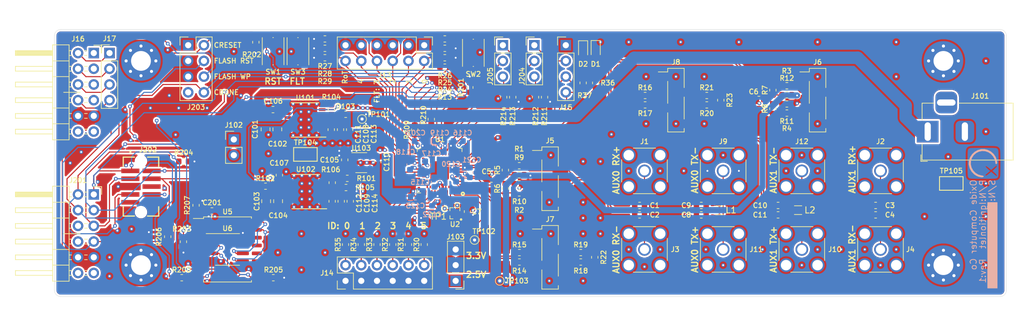
<source format=kicad_pcb>
(kicad_pcb (version 20171130) (host pcbnew "(5.1.10-1-10_14)")
  (title_block (title Ignitionlet) (date 2021-07-02) (rev 1) (company "Oxide Computer Co."))
  (layers (0 F.Cu mixed) (1 In1.Cu power) (2 In2.Cu power) (31 B.Cu mixed) (34 B.Paste user) (35 F.Paste user) (36 B.SilkS user) (37 F.SilkS user) (38 B.Mask user) (39 F.Mask user) (44 Edge.Cuts user))
  (net 0 "")
  (net 1 /AUX0_RX_TAP_P)
  (net 2 "Net-(C1-Pad1)")
  (net 3 /AUX0_RX_TAP_N)
  (net 4 "Net-(C2-Pad1)")
  (net 5 /AUX1_RX_TAP_P)
  (net 6 "Net-(C3-Pad1)")
  (net 7 /AUX1_RX_TAP_N)
  (net 8 "Net-(C4-Pad1)")
  (net 9 GND)
  (net 10 "Net-(C5-Pad1)")
  (net 11 "Net-(C6-Pad1)")
  (net 12 V3P3)
  (net 13 "Net-(C8-Pad2)")
  (net 14 /AUX0_TX_LVDS_P)
  (net 15 "Net-(C9-Pad2)")
  (net 16 /AUX0_TX_LVDS_N)
  (net 17 "Net-(C10-Pad2)")
  (net 18 /AUX1_TX_LVDS_P)
  (net 19 "Net-(C11-Pad2)")
  (net 20 /AUX1_TX_LVDS_N)
  (net 21 VIN_12V)
  (net 22 "Net-(C106-Pad1)")
  (net 23 "Net-(C107-Pad1)")
  (net 24 V1P2)
  (net 25 V2P5)
  (net 26 /AUX0_RX_P)
  (net 27 /AUX0_RX_N)
  (net 28 /AUX1_RX_P)
  (net 29 /AUX1_RX_N)
  (net 30 /~SYS_RST)
  (net 31 /AUX0_TX_P)
  (net 32 /AUX0_TX_TAP_P)
  (net 33 /AUX1_TX_P)
  (net 34 /AUX1_TX_TAP_P)
  (net 35 /AUX1_TX_N)
  (net 36 /AUX1_TX_TAP_N)
  (net 37 /~PWR_FLT0)
  (net 38 /~PWR_FLT1)
  (net 39 /~PWR_FLT2)
  (net 40 /~PWR_FLT3)
  (net 41 /~PWR_FLT4)
  (net 42 /~ROT_FLT)
  (net 43 /ID5)
  (net 44 /ID4)
  (net 45 /ID3)
  (net 46 /ID2)
  (net 47 /ID1)
  (net 48 /ID0)
  (net 49 /PWR_EN)
  (net 50 "Net-(D1-Pad2)")
  (net 51 /Config/CDONE)
  (net 52 /Config/~FPGA_RESET)
  (net 53 /Config/~FLASH_RESET)
  (net 54 /Config/~SPI_SS)
  (net 55 /Config/~FLASH_WP)
  (net 56 /Config/SPI_SCK)
  (net 57 /Config/~FLASH_HOLD)
  (net 58 /Config/SPI_MISO)
  (net 59 "Net-(R209-Pad1)")
  (net 60 "Net-(R210-Pad1)")
  (net 61 "Net-(J204-Pad1)")
  (net 62 "Net-(J204-Pad3)")
  (net 63 "Net-(J205-Pad1)")
  (net 64 "Net-(J205-Pad3)")
  (net 65 "Net-(U103-Pad4)")
  (net 66 /Power/PGOOD_V3P3)
  (net 67 /Config/CBSEL1)
  (net 68 /CMD2)
  (net 69 /Config/SPI_MOSI)
  (net 70 /CMD1)
  (net 71 /Config/CBSEL0)
  (net 72 /Power/PGOOD_V1P2)
  (net 73 "Net-(R103-Pad2)")
  (net 74 "Net-(R105-Pad2)")
  (net 75 "Net-(U1-PadA19)")
  (net 76 "Net-(U1-PadA44)")
  (net 77 "Net-(U1-PadA41)")
  (net 78 "Net-(U1-PadA48)")
  (net 79 "Net-(U1-PadA37)")
  (net 80 "Net-(U1-PadA35)")
  (net 81 "Net-(U1-PadA29)")
  (net 82 "Net-(U1-PadA11)")
  (net 83 "Net-(U1-PadA12)")
  (net 84 "Net-(U1-PadA1)")
  (net 85 "Net-(U1-PadA3)")
  (net 86 "Net-(U1-PadA5)")
  (net 87 "Net-(U1-PadA9)")
  (net 88 "Net-(U1-PadB30)")
  (net 89 "Net-(U1-PadB34)")
  (net 90 "Net-(U1-PadB35)")
  (net 91 "Net-(U1-PadB31)")
  (net 92 "Net-(U1-PadB32)")
  (net 93 "Net-(U1-PadB29)")
  (net 94 "Net-(U1-PadB27)")
  (net 95 "Net-(U1-PadB24)")
  (net 96 "Net-(U1-PadB26)")
  (net 97 "Net-(U1-PadB20)")
  (net 98 "Net-(U1-PadB21)")
  (net 99 "Net-(U1-PadB22)")
  (net 100 "Net-(U1-PadB23)")
  (net 101 "Net-(U1-PadB19)")
  (net 102 "Net-(U1-PadB7)")
  (net 103 "Net-(U1-PadB4)")
  (net 104 "Net-(U1-PadB9)")
  (net 105 "Net-(U1-PadB2)")
  (net 106 "Net-(U1-PadB14)")
  (net 107 "Net-(U1-PadB13)")
  (net 108 "Net-(U1-PadB12)")
  (net 109 "Net-(U1-PadB11)")
  (net 110 "Net-(U1-PadB10)")
  (net 111 "Net-(J201-Pad12)")
  (net 112 "Net-(J201-Pad10)")
  (net 113 "Net-(J201-Pad9)")
  (net 114 "Net-(J201-Pad6)")
  (net 115 "Net-(J203-Pad7)")
  (net 116 "Net-(U5-Pad14)")
  (net 117 "Net-(U5-Pad13)")
  (net 118 "Net-(U5-Pad12)")
  (net 119 "Net-(U5-Pad11)")
  (net 120 "Net-(U5-Pad6)")
  (net 121 "Net-(U5-Pad5)")
  (net 122 "Net-(U5-Pad4)")
  (net 123 /AUX0_TX_N)
  (net 124 "Net-(J202-Pad10)")
  (net 125 "Net-(J202-Pad9)")
  (net 126 "Net-(J202-Pad6)")
  (net 127 "Net-(U1-PadPAD)")
  (net 128 "Net-(U1-PadB36)")
  (net 129 "Net-(U101-Pad15)")
  (net 130 "Net-(U101-Pad12)")
  (net 131 "Net-(U101-Pad2)")
  (net 132 "Net-(U102-Pad15)")
  (net 133 "Net-(U102-Pad12)")
  (net 134 "Net-(U102-Pad2)")
  (net 135 "Net-(J101-PadMP)")
  (net 136 /CLK_50M)
  (net 137 /Power/VCCIO_3)
  (net 138 "Net-(J16-Pad12)")
  (net 139 "Net-(J16-Pad10)")
  (net 140 "Net-(J16-Pad9)")
  (net 141 "Net-(J16-Pad8)")
  (net 142 "Net-(J16-Pad7)")
  (net 143 "Net-(J16-Pad6)")
  (net 144 "Net-(J16-Pad4)")
  (net 145 "Net-(J16-Pad3)")
  (net 146 "Net-(J16-Pad2)")
  (net 147 "Net-(J16-Pad1)")
  (net 148 /AUX0_TX_TAP_N)
  (net 149 /Config/FLASH_DO)
  (net 150 "Net-(J9-Pad1)")
  (net 151 "Net-(J10-Pad1)")
  (net 152 "Net-(J11-Pad1)")
  (net 153 "Net-(J12-Pad1)")
  (net 154 "Net-(D2-Pad2)")
  (module Connector_PinHeader_2.54mm:PinHeader_1x04_P2.54mm_Vertical (layer F.Cu) (at 73.66 76.2)
    (fp_text reference J17 (at 0 -2.33) (layer F.SilkS) (effects (font (size 0.8 0.8))))
    (fp_text value Conn_01x04)
    (pad 4 thru_hole oval (at 0 7.62) (size 1.7 1.7) (drill 1) (layers *.Cu *.Mask) (net 139 "Net-(J16-Pad10)"))
    (pad 3 thru_hole oval (at 0 5.08) (size 1.7 1.7) (drill 1) (layers *.Cu *.Mask) (net 140 "Net-(J16-Pad9)"))
    (pad 2 thru_hole oval (at 0 2.54) (size 1.7 1.7) (drill 1) (layers *.Cu *.Mask) (net 141 "Net-(J16-Pad8)"))
    (pad 1 thru_hole rect (at 0 0) (size 1.7 1.7) (drill 1) (layers *.Cu *.Mask) (net 142 "Net-(J16-Pad7)"))
  )
  (module Resistor_SMD:R_0603_1608Metric (layer F.Cu) (at 150.114 81.026 270)
    (fp_text reference R37 (at 2.032 -0.254 180) (layer F.SilkS) (effects (font (size 0.8 0.8))))
    (fp_text value 280)
    (pad 2 smd roundrect (at 0.7875 0 270) (size 0.875 0.95) (layers F.Cu F.Paste F.Mask) (net 70 /CMD1))
    (pad 1 smd roundrect (at -0.7875 0 270) (size 0.875 0.95) (layers F.Cu F.Paste F.Mask) (net 154 "Net-(D2-Pad2)"))
  )
  (module LED_SMD:LED_0603_1608Metric (layer F.Cu) (at 150.114 75.692 270)
    (fp_text reference D2 (at 2.286 0 180) (layer F.SilkS) (effects (font (size 0.8 0.8))))
    (fp_text value LTST-C193KGKT-5A)
    (pad 2 smd roundrect (at 0.7875 0 270) (size 0.875 0.95) (layers F.Cu F.Paste F.Mask) (net 154 "Net-(D2-Pad2)"))
    (pad 1 smd roundrect (at -0.7875 0 270) (size 0.875 0.95) (layers F.Cu F.Paste F.Mask) (net 9 GND))
  )
  (module TestPoint:TestPoint_Keystone_5015_Micro-Minature (layer F.Cu) (at 209.55 97.282)
    (fp_text reference TP105 (at 0 -2.032) (layer F.SilkS) (effects (font (size 0.8 0.8))))
    (fp_text value TestPoint)
    (pad 1 smd rect (at 0 0) (size 3.4 1.8) (layers F.Cu F.Paste F.Mask) (net 9 GND))
  )
  (module TestPoint:TestPoint_THTPad_D1.0mm_Drill0.5mm (layer F.Cu) (at 132.588 106.426 270)
    (fp_text reference TP102 (at -1.397 -1.524 180) (layer F.SilkS) (effects (font (size 0.8 0.8))))
    (fp_text value TestPoint)
    (pad 1 thru_hole circle (at 0 0 270) (size 1 1) (drill 0.5) (layers *.Cu *.Mask) (net 12 V3P3))
  )
  (module TestPoint:TestPoint_THTPad_D1.0mm_Drill0.5mm (layer F.Cu) (at 114.427 86.868 90)
    (fp_text reference TP101 (at 0.762 2.667 180) (layer F.SilkS) (effects (font (size 0.8 0.8))))
    (fp_text value TestPoint)
    (pad 1 thru_hole circle (at 0 0 90) (size 1 1) (drill 0.5) (layers *.Cu *.Mask) (net 24 V1P2))
  )
  (module TestPoint:TestPoint_THTPad_D1.0mm_Drill0.5mm (layer F.Cu) (at 136.652 113.03 180)
    (fp_text reference TP103 (at -2.794 0) (layer F.SilkS) (effects (font (size 0.8 0.8))))
    (fp_text value TestPoint)
    (pad 1 thru_hole circle (at 0 0 180) (size 1 1) (drill 0.5) (layers *.Cu *.Mask) (net 25 V2P5))
  )
  (module TestPoint:TestPoint_Keystone_5015_Micro-Minature (layer F.Cu) (at 105.283 92.583)
    (fp_text reference TP104 (at 0 -1.905) (layer F.SilkS) (effects (font (size 0.8 0.8))))
    (fp_text value TestPoint)
    (pad 1 smd rect (at 0 0) (size 3.4 1.8) (layers F.Cu F.Paste F.Mask) (net 9 GND))
  )
  (module LED_SMD:LED_0603_1608Metric (layer F.Cu) (at 152.146 75.6665 270)
    (fp_text reference D1 (at 2.3115 0 180) (layer F.SilkS) (effects (font (size 0.8 0.8))))
    (fp_text value LTST-C193KGKT-5A)
    (pad 2 smd roundrect (at 0.7875 0 270) (size 0.875 0.95) (layers F.Cu F.Paste F.Mask) (net 50 "Net-(D1-Pad2)"))
    (pad 1 smd roundrect (at -0.7875 0 270) (size 0.875 0.95) (layers F.Cu F.Paste F.Mask) (net 9 GND))
  )
  (module Resistor_SMD:R_0603_1608Metric (layer F.Cu) (at 152.146 81.026 270)
    (fp_text reference R36 (at 0 -1.9558 180) (layer F.SilkS) (effects (font (size 0.8 0.8))))
    (fp_text value 280)
    (pad 2 smd roundrect (at 0.7875 0 270) (size 0.875 0.95) (layers F.Cu F.Paste F.Mask) (net 49 /PWR_EN))
    (pad 1 smd roundrect (at -0.7875 0 270) (size 0.875 0.95) (layers F.Cu F.Paste F.Mask) (net 50 "Net-(D1-Pad2)"))
  )
  (module test-point:TestPoint_THTPad_D0.6mm_Drill0.3mm (layer F.Cu) (at 129.794 100.838)
    (fp_text reference TP2 hide)
    (fp_text value TestPoint)
    (pad 1 thru_hole circle (at 0 0) (size 0.6 0.6) (drill 0.3) (layers *.Cu *.Mask) (net 9 GND))
  )
  (module test-point:TestPoint_THTPad_D0.6mm_Drill0.3mm (layer F.Cu) (at 127.762 101.346)
    (fp_text reference TP1 (at -1.016 1.27) (layer F.SilkS))
    (fp_text value TestPoint)
    (pad 1 thru_hole circle (at 0 0) (size 0.6 0.6) (drill 0.3) (layers *.Cu *.Mask) (net 136 /CLK_50M))
  )
  (module lattice-drqfn84:Lattice_DRQFN-84-1EP_7x7mm_P0.50mm_EP3.5x3.5mm_ThermalVias (layer F.Cu) (at 127 95.25 180)
    (fp_text reference U1 (at 0 5.08) (layer F.SilkS) (effects (font (size 0.8 0.8))))
    (fp_text value IGNITION001-QFN)
    (pad PAD smd roundrect (at 0.05 0.05) (size 3 3) (layers F.Cu F.Mask) (roundrect_rratio 0.1) (net 127 "Net-(U1-PadPAD)"))
    (pad A17 smd roundrect (at -0.7 3.4) (size 0.2 0.4) (layers F.Cu F.Paste F.Mask) (net 12 V3P3))
    (pad A23 smd roundrect (at 2.3 3.4) (size 0.2 0.4) (layers F.Cu F.Paste F.Mask) (net 59 "Net-(R209-Pad1)"))
    (pad A19 smd roundrect (at 0.3 3.4) (size 0.2 0.4) (layers F.Cu F.Paste F.Mask) (net 75 "Net-(U1-PadA19)"))
    (pad A20 smd roundrect (at 0.8 3.4) (size 0.2 0.4) (layers F.Cu F.Paste F.Mask) (net 67 /Config/CBSEL1))
    (pad A15 smd roundrect (at -1.7 3.4) (size 0.2 0.4) (layers F.Cu F.Paste F.Mask) (net 24 V1P2))
    (pad A18 smd roundrect (at -0.2 3.4) (size 0.2 0.4) (layers F.Cu F.Paste F.Mask) (net 9 GND))
    (pad A21 smd roundrect (at 1.3 3.4) (size 0.2 0.4) (layers F.Cu F.Paste F.Mask) (net 52 /Config/~FPGA_RESET))
    (pad A16 smd roundrect (at -1.2 3.4) (size 0.2 0.4) (layers F.Cu F.Paste F.Mask) (net 68 /CMD2))
    (pad A13 smd roundrect (at -2.7 3.4) (size 0.2 0.4) (layers F.Cu F.Paste F.Mask) (net 49 /PWR_EN))
    (pad A22 smd roundrect (at 1.8 3.4) (size 0.2 0.4) (layers F.Cu F.Paste F.Mask) (net 69 /Config/SPI_MOSI))
    (pad A24 smd roundrect (at 2.8 3.4) (size 0.2 0.4) (layers F.Cu F.Paste F.Mask) (net 12 V3P3))
    (pad A14 smd roundrect (at -2.2 3.4) (size 0.2 0.4) (layers F.Cu F.Paste F.Mask) (net 70 /CMD1))
    (pad A44 smd roundrect (at -0.7 -3.3) (size 0.2 0.4) (layers F.Cu F.Paste F.Mask) (net 76 "Net-(U1-PadA44)"))
    (pad A38 smd roundrect (at 2.3 -3.3) (size 0.2 0.4) (layers F.Cu F.Paste F.Mask) (net 48 /ID0))
    (pad A47 smd roundrect (at -2.2 -3.3) (size 0.2 0.4) (layers F.Cu F.Paste F.Mask) (net 43 /ID5))
    (pad A43 smd roundrect (at -0.2 -3.3) (size 0.2 0.4) (layers F.Cu F.Paste F.Mask) (net 136 /CLK_50M))
    (pad A46 smd roundrect (at -1.7 -3.3) (size 0.2 0.4) (layers F.Cu F.Paste F.Mask) (net 44 /ID4))
    (pad A41 smd roundrect (at 0.8 -3.3) (size 0.2 0.4) (layers F.Cu F.Paste F.Mask) (net 77 "Net-(U1-PadA41)"))
    (pad A40 smd roundrect (at 1.3 -3.3) (size 0.2 0.4) (layers F.Cu F.Paste F.Mask) (net 46 /ID2))
    (pad A45 smd roundrect (at -1.2 -3.3) (size 0.2 0.4) (layers F.Cu F.Paste F.Mask) (net 45 /ID3))
    (pad A48 smd roundrect (at -2.7 -3.3) (size 0.2 0.4) (layers F.Cu F.Paste F.Mask) (net 78 "Net-(U1-PadA48)"))
    (pad A39 smd roundrect (at 1.8 -3.3) (size 0.2 0.4) (layers F.Cu F.Paste F.Mask) (net 47 /ID1))
    (pad A37 smd roundrect (at 2.8 -3.3) (size 0.2 0.4) (layers F.Cu F.Paste F.Mask) (net 79 "Net-(U1-PadA37)"))
    (pad A42 smd roundrect (at 0.3 -3.3) (size 0.2 0.4) (layers F.Cu F.Paste F.Mask) (net 12 V3P3))
    (pad A25 smd roundrect (at 3.4 2.8 270) (size 0.2 0.4) (layers F.Cu F.Paste F.Mask) (net 30 /~SYS_RST))
    (pad A36 smd roundrect (at 3.4 -2.7 270) (size 0.2 0.4) (layers F.Cu F.Paste F.Mask) (net 25 V2P5))
    (pad A33 smd roundrect (at 3.4 -1.2 270) (size 0.2 0.4) (layers F.Cu F.Paste F.Mask) (net 41 /~PWR_FLT4))
    (pad A35 smd roundrect (at 3.4 -2.2 270) (size 0.2 0.4) (layers F.Cu F.Paste F.Mask) (net 80 "Net-(U1-PadA35)"))
    (pad A29 smd roundrect (at 3.4 0.8 270) (size 0.2 0.4) (layers F.Cu F.Paste F.Mask) (net 81 "Net-(U1-PadA29)"))
    (pad A30 smd roundrect (at 3.4 0.3 270) (size 0.2 0.4) (layers F.Cu F.Paste F.Mask) (net 9 GND))
    (pad A31 smd roundrect (at 3.4 -0.2 270) (size 0.2 0.4) (layers F.Cu F.Paste F.Mask) (net 39 /~PWR_FLT2))
    (pad A34 smd roundrect (at 3.4 -1.7 270) (size 0.2 0.4) (layers F.Cu F.Paste F.Mask) (net 42 /~ROT_FLT))
    (pad A32 smd roundrect (at 3.4 -0.7 270) (size 0.2 0.4) (layers F.Cu F.Paste F.Mask) (net 40 /~PWR_FLT3))
    (pad A28 smd roundrect (at 3.4 1.3 270) (size 0.2 0.4) (layers F.Cu F.Paste F.Mask) (net 24 V1P2))
    (pad A26 smd roundrect (at 3.4 2.3 270) (size 0.2 0.4) (layers F.Cu F.Paste F.Mask) (net 37 /~PWR_FLT0))
    (pad A27 smd roundrect (at 3.4 1.8 270) (size 0.2 0.4) (layers F.Cu F.Paste F.Mask) (net 38 /~PWR_FLT1))
    (pad A11 smd roundrect (at -3.3 2.3 270) (size 0.2 0.4) (layers F.Cu F.Paste F.Mask) (net 82 "Net-(U1-PadA11)"))
    (pad A10 smd roundrect (at -3.3 1.8 270) (size 0.2 0.4) (layers F.Cu F.Paste F.Mask) (net 28 /AUX1_RX_P))
    (pad A12 smd roundrect (at -3.3 2.8 270) (size 0.2 0.4) (layers F.Cu F.Paste F.Mask) (net 83 "Net-(U1-PadA12)"))
    (pad A1 smd roundrect (at -3.3 -2.7 270) (size 0.2 0.4) (layers F.Cu F.Paste F.Mask) (net 84 "Net-(U1-PadA1)"))
    (pad A4 smd roundrect (at -3.3 -1.2 270) (size 0.2 0.4) (layers F.Cu F.Paste F.Mask) (net 27 /AUX0_RX_N))
    (pad A2 smd roundrect (at -3.3 -2.2 270) (size 0.2 0.4) (layers F.Cu F.Paste F.Mask) (net 123 /AUX0_TX_N))
    (pad A8 smd roundrect (at -3.3 0.8 270) (size 0.2 0.4) (layers F.Cu F.Paste F.Mask) (net 35 /AUX1_TX_N))
    (pad A7 smd roundrect (at -3.3 0.3 270) (size 0.2 0.4) (layers F.Cu F.Paste F.Mask) (net 24 V1P2))
    (pad A6 smd roundrect (at -3.3 -0.2 270) (size 0.2 0.4) (layers F.Cu F.Paste F.Mask) (net 9 GND))
    (pad A3 smd roundrect (at -3.3 -1.7 270) (size 0.2 0.4) (layers F.Cu F.Paste F.Mask) (net 85 "Net-(U1-PadA3)"))
    (pad A5 smd roundrect (at -3.3 -0.7 270) (size 0.2 0.4) (layers F.Cu F.Paste F.Mask) (net 86 "Net-(U1-PadA5)"))
    (pad A9 smd roundrect (at -3.3 1.3 270) (size 0.2 0.4) (layers F.Cu F.Paste F.Mask) (net 87 "Net-(U1-PadA9)"))
    (pad B30 smd roundrect (at 1.05 -2.6 180) (size 0.2 0.4) (layers F.Cu F.Paste F.Mask) (net 88 "Net-(U1-PadB30)"))
    (pad B33 smd roundrect (at -0.45 -2.6 180) (size 0.2 0.4) (layers F.Cu F.Paste F.Mask) (net 9 GND))
    (pad B34 smd roundrect (at -0.95 -2.6 180) (size 0.2 0.4) (layers F.Cu F.Paste F.Mask) (net 89 "Net-(U1-PadB34)"))
    (pad B35 smd roundrect (at -1.45 -2.6 180) (size 0.2 0.4) (layers F.Cu F.Paste F.Mask) (net 90 "Net-(U1-PadB35)"))
    (pad B31 smd roundrect (at 0.55 -2.6 180) (size 0.2 0.4) (layers F.Cu F.Paste F.Mask) (net 91 "Net-(U1-PadB31)"))
    (pad B32 smd roundrect (at 0.05 -2.6 180) (size 0.2 0.4) (layers F.Cu F.Paste F.Mask) (net 92 "Net-(U1-PadB32)"))
    (pad B36 smd roundrect (at -1.95 -2.6 180) (size 0.2 0.4) (layers F.Cu F.Paste F.Mask) (net 128 "Net-(U1-PadB36)"))
    (pad B28 smd roundrect (at 2.05 -2.6 180) (size 0.2 0.4) (layers F.Cu F.Paste F.Mask) (net 24 V1P2))
    (pad B29 smd roundrect (at 1.55 -2.6 180) (size 0.2 0.4) (layers F.Cu F.Paste F.Mask) (net 93 "Net-(U1-PadB29)"))
    (pad B27 smd roundrect (at 2.7 -1.95 270) (size 0.2 0.4) (layers F.Cu F.Paste F.Mask) (net 94 "Net-(U1-PadB27)"))
    (pad B24 smd roundrect (at 2.7 -0.45 270) (size 0.2 0.4) (layers F.Cu F.Paste F.Mask) (net 95 "Net-(U1-PadB24)"))
    (pad B26 smd roundrect (at 2.7 -1.45 270) (size 0.2 0.4) (layers F.Cu F.Paste F.Mask) (net 96 "Net-(U1-PadB26)"))
    (pad B20 smd roundrect (at 2.7 1.55 270) (size 0.2 0.4) (layers F.Cu F.Paste F.Mask) (net 97 "Net-(U1-PadB20)"))
    (pad B21 smd roundrect (at 2.7 1.05 270) (size 0.2 0.4) (layers F.Cu F.Paste F.Mask) (net 98 "Net-(U1-PadB21)"))
    (pad B22 smd roundrect (at 2.7 0.55 270) (size 0.2 0.4) (layers F.Cu F.Paste F.Mask) (net 99 "Net-(U1-PadB22)"))
    (pad B25 smd roundrect (at 2.7 -0.95 270) (size 0.2 0.4) (layers F.Cu F.Paste F.Mask) (net 12 V3P3))
    (pad B23 smd roundrect (at 2.7 0.05 270) (size 0.2 0.4) (layers F.Cu F.Paste F.Mask) (net 100 "Net-(U1-PadB23)"))
    (pad B19 smd roundrect (at 2.7 2.05 270) (size 0.2 0.4) (layers F.Cu F.Paste F.Mask) (net 101 "Net-(U1-PadB19)"))
    (pad B3 smd roundrect (at -2.6 -0.95 270) (size 0.2 0.4) (layers F.Cu F.Paste F.Mask) (net 26 /AUX0_RX_P))
    (pad B6 smd roundrect (at -2.6 0.55 270) (size 0.2 0.4) (layers F.Cu F.Paste F.Mask) (net 137 /Power/VCCIO_3))
    (pad B7 smd roundrect (at -2.6 1.05 270) (size 0.2 0.4) (layers F.Cu F.Paste F.Mask) (net 102 "Net-(U1-PadB7)"))
    (pad B8 smd roundrect (at -2.6 1.55 270) (size 0.2 0.4) (layers F.Cu F.Paste F.Mask) (net 29 /AUX1_RX_N))
    (pad B4 smd roundrect (at -2.6 -0.45 270) (size 0.2 0.4) (layers F.Cu F.Paste F.Mask) (net 103 "Net-(U1-PadB4)"))
    (pad B5 smd roundrect (at -2.6 0.05 270) (size 0.2 0.4) (layers F.Cu F.Paste F.Mask) (net 33 /AUX1_TX_P))
    (pad B9 smd roundrect (at -2.6 2.05 270) (size 0.2 0.4) (layers F.Cu F.Paste F.Mask) (net 104 "Net-(U1-PadB9)"))
    (pad B1 smd roundrect (at -2.6 -1.95 270) (size 0.2 0.4) (layers F.Cu F.Paste F.Mask) (net 31 /AUX0_TX_P))
    (pad B2 smd roundrect (at -2.6 -1.45 270) (size 0.2 0.4) (layers F.Cu F.Paste F.Mask) (net 105 "Net-(U1-PadB2)"))
    (pad B18 smd roundrect (at 2.05 2.7 180) (size 0.2 0.4) (layers F.Cu F.Paste F.Mask) (net 54 /Config/~SPI_SS))
    (pad B17 smd roundrect (at 1.55 2.7 180) (size 0.2 0.4) (layers F.Cu F.Paste F.Mask) (net 60 "Net-(R210-Pad1)"))
    (pad B16 smd roundrect (at 1.05 2.7 180) (size 0.2 0.4) (layers F.Cu F.Paste F.Mask) (net 51 /Config/CDONE))
    (pad B15 smd roundrect (at 0.55 2.7 180) (size 0.2 0.4) (layers F.Cu F.Paste F.Mask) (net 71 /Config/CBSEL0))
    (pad B14 smd roundrect (at 0.05 2.7 180) (size 0.2 0.4) (layers F.Cu F.Paste F.Mask) (net 106 "Net-(U1-PadB14)"))
    (pad B13 smd roundrect (at -0.45 2.7 180) (size 0.2 0.4) (layers F.Cu F.Paste F.Mask) (net 107 "Net-(U1-PadB13)"))
    (pad B12 smd roundrect (at -0.95 2.7 180) (size 0.2 0.4) (layers F.Cu F.Paste F.Mask) (net 108 "Net-(U1-PadB12)"))
    (pad B11 smd roundrect (at -1.45 2.7 180) (size 0.2 0.4) (layers F.Cu F.Paste F.Mask) (net 109 "Net-(U1-PadB11)"))
    (pad B10 smd roundrect (at -1.95 2.7 180) (size 0.2 0.4) (layers F.Cu F.Paste F.Mask) (net 110 "Net-(U1-PadB10)"))
  )
  (module passives:L_Choke_MCZ1210AH (layer F.Cu) (at 184.82 101.6 270)
    (fp_text reference L2 (at 0 -1.9 180) (layer F.SilkS))
    (fp_text value MCZ1210AH900L2TA0G)
    (pad 4 smd roundrect (at -0.275 -0.6 270) (size 0.3 0.5) (layers F.Cu F.Paste F.Mask) (net 153 "Net-(J12-Pad1)"))
    (pad 3 smd roundrect (at 0.275 -0.6 270) (size 0.3 0.5) (layers F.Cu F.Paste F.Mask) (net 151 "Net-(J10-Pad1)"))
    (pad 2 smd roundrect (at 0.275 0.6 270) (size 0.3 0.5) (layers F.Cu F.Paste F.Mask) (net 19 "Net-(C11-Pad2)"))
    (pad 1 smd roundrect (at -0.275 0.6 270) (size 0.3 0.5) (layers F.Cu F.Paste F.Mask) (net 17 "Net-(C10-Pad2)"))
  )
  (module passives:L_Choke_MCZ1210AH (layer F.Cu) (at 172.12 101.621 270)
    (fp_text reference L1 (at -0.021 -1.87 180) (layer F.SilkS))
    (fp_text value MCZ1210AH900L2TA0G)
    (pad 4 smd roundrect (at -0.275 -0.6 270) (size 0.3 0.5) (layers F.Cu F.Paste F.Mask) (net 150 "Net-(J9-Pad1)"))
    (pad 3 smd roundrect (at 0.275 -0.6 270) (size 0.3 0.5) (layers F.Cu F.Paste F.Mask) (net 152 "Net-(J11-Pad1)"))
    (pad 2 smd roundrect (at 0.275 0.6 270) (size 0.3 0.5) (layers F.Cu F.Paste F.Mask) (net 13 "Net-(C8-Pad2)"))
    (pad 1 smd roundrect (at -0.275 0.6 270) (size 0.3 0.5) (layers F.Cu F.Paste F.Mask) (net 15 "Net-(C9-Pad2)"))
  )
  (module Capacitor_SMD:C_0603_1608Metric (layer F.Cu) (at 181.5845 100.838)
    (fp_text reference C10 (at -2.8955 0) (layer F.SilkS) (effects (font (size 0.8 0.8))))
    (fp_text value GCM188R71E105KA64D)
    (pad 2 smd roundrect (at 0.7875 0) (size 0.875 0.95) (layers F.Cu F.Paste F.Mask) (net 17 "Net-(C10-Pad2)"))
    (pad 1 smd roundrect (at -0.7875 0) (size 0.875 0.95) (layers F.Cu F.Paste F.Mask) (net 20 /AUX1_TX_LVDS_N))
  )
  (module Capacitor_SMD:C_0603_1608Metric (layer F.Cu) (at 169.1895 102.362)
    (fp_text reference C8 (at -2.4385 0) (layer F.SilkS) (effects (font (size 0.8 0.8))))
    (fp_text value GCM188R71E105KA64D)
    (pad 2 smd roundrect (at 0.7875 0) (size 0.875 0.95) (layers F.Cu F.Paste F.Mask) (net 13 "Net-(C8-Pad2)"))
    (pad 1 smd roundrect (at -0.7875 0) (size 0.875 0.95) (layers F.Cu F.Paste F.Mask) (net 14 /AUX0_TX_LVDS_P))
  )
  (module pmod:PMOD_12pin_peripheral_horizontal (layer F.Cu) (at 59.69 76.2)
    (fp_text reference J16 (at 8.89 -2.286) (layer F.SilkS) (effects (font (size 0.8 0.8))))
    (fp_text value Conn_02x06_Top_Bottom)
    (pad 12 thru_hole oval (at 8.89 12.7) (size 1.7 1.7) (drill 1) (layers *.Cu *.Mask) (net 138 "Net-(J16-Pad12)"))
    (pad 6 thru_hole oval (at 11.43 12.7) (size 1.7 1.7) (drill 1) (layers *.Cu *.Mask) (net 143 "Net-(J16-Pad6)"))
    (pad 11 thru_hole oval (at 8.89 10.16) (size 1.7 1.7) (drill 1) (layers *.Cu *.Mask) (net 9 GND))
    (pad 5 thru_hole oval (at 11.43 10.16) (size 1.7 1.7) (drill 1) (layers *.Cu *.Mask) (net 9 GND))
    (pad 10 thru_hole oval (at 8.89 7.62) (size 1.7 1.7) (drill 1) (layers *.Cu *.Mask) (net 139 "Net-(J16-Pad10)"))
    (pad 4 thru_hole oval (at 11.43 7.62) (size 1.7 1.7) (drill 1) (layers *.Cu *.Mask) (net 144 "Net-(J16-Pad4)"))
    (pad 9 thru_hole oval (at 8.89 5.08) (size 1.7 1.7) (drill 1) (layers *.Cu *.Mask) (net 140 "Net-(J16-Pad9)"))
    (pad 3 thru_hole oval (at 11.43 5.08) (size 1.7 1.7) (drill 1) (layers *.Cu *.Mask) (net 145 "Net-(J16-Pad3)"))
    (pad 8 thru_hole oval (at 8.89 2.54) (size 1.7 1.7) (drill 1) (layers *.Cu *.Mask) (net 141 "Net-(J16-Pad8)"))
    (pad 2 thru_hole oval (at 11.43 2.54) (size 1.7 1.7) (drill 1) (layers *.Cu *.Mask) (net 146 "Net-(J16-Pad2)"))
    (pad 7 thru_hole oval (at 8.89 0) (size 1.7 1.7) (drill 1) (layers *.Cu *.Mask) (net 142 "Net-(J16-Pad7)"))
    (pad 1 thru_hole rect (at 11.43 0) (size 1.7 1.7) (drill 1) (layers *.Cu *.Mask) (net 147 "Net-(J16-Pad1)"))
  )
  (module pmod:PMOD_12pin_peripheral_horizontal (layer F.Cu) (at 59.69 99.06)
    (fp_text reference J201 (at 8.89 -2.286) (layer F.SilkS) (effects (font (size 0.8 0.8))))
    (fp_text value PMOD_2A_PERIPHERAL)
    (pad 12 thru_hole oval (at 8.89 12.7) (size 1.7 1.7) (drill 1) (layers *.Cu *.Mask) (net 111 "Net-(J201-Pad12)"))
    (pad 6 thru_hole oval (at 11.43 12.7) (size 1.7 1.7) (drill 1) (layers *.Cu *.Mask) (net 114 "Net-(J201-Pad6)"))
    (pad 11 thru_hole oval (at 8.89 10.16) (size 1.7 1.7) (drill 1) (layers *.Cu *.Mask) (net 9 GND))
    (pad 5 thru_hole oval (at 11.43 10.16) (size 1.7 1.7) (drill 1) (layers *.Cu *.Mask) (net 9 GND))
    (pad 10 thru_hole oval (at 8.89 7.62) (size 1.7 1.7) (drill 1) (layers *.Cu *.Mask) (net 112 "Net-(J201-Pad10)"))
    (pad 4 thru_hole oval (at 11.43 7.62) (size 1.7 1.7) (drill 1) (layers *.Cu *.Mask) (net 56 /Config/SPI_SCK))
    (pad 9 thru_hole oval (at 8.89 5.08) (size 1.7 1.7) (drill 1) (layers *.Cu *.Mask) (net 113 "Net-(J201-Pad9)"))
    (pad 3 thru_hole oval (at 11.43 5.08) (size 1.7 1.7) (drill 1) (layers *.Cu *.Mask) (net 58 /Config/SPI_MISO))
    (pad 8 thru_hole oval (at 8.89 2.54) (size 1.7 1.7) (drill 1) (layers *.Cu *.Mask) (net 52 /Config/~FPGA_RESET))
    (pad 2 thru_hole oval (at 11.43 2.54) (size 1.7 1.7) (drill 1) (layers *.Cu *.Mask) (net 69 /Config/SPI_MOSI))
    (pad 7 thru_hole oval (at 8.89 0) (size 1.7 1.7) (drill 1) (layers *.Cu *.Mask) (net 51 /Config/CDONE))
    (pad 1 thru_hole rect (at 11.43 0) (size 1.7 1.7) (drill 1) (layers *.Cu *.Mask) (net 54 /Config/~SPI_SS))
  )
  (module MountingHole:MountingHole_3.2mm_M3_Pad_Via (layer F.Cu) (at 208.28 77.47)
    (fp_text reference H4 hide)
    (fp_text value MountingHole_Pad)
    (pad 1 thru_hole circle (at 1.697056 -1.697056) (size 0.8 0.8) (drill 0.5) (layers *.Cu *.Mask) (net 9 GND))
    (pad 1 thru_hole circle (at 0 -2.4) (size 0.8 0.8) (drill 0.5) (layers *.Cu *.Mask) (net 9 GND))
    (pad 1 thru_hole circle (at -1.697056 -1.697056) (size 0.8 0.8) (drill 0.5) (layers *.Cu *.Mask) (net 9 GND))
    (pad 1 thru_hole circle (at -2.4 0) (size 0.8 0.8) (drill 0.5) (layers *.Cu *.Mask) (net 9 GND))
    (pad 1 thru_hole circle (at -1.697056 1.697056) (size 0.8 0.8) (drill 0.5) (layers *.Cu *.Mask) (net 9 GND))
    (pad 1 thru_hole circle (at 0 2.4) (size 0.8 0.8) (drill 0.5) (layers *.Cu *.Mask) (net 9 GND))
    (pad 1 thru_hole circle (at 1.697056 1.697056) (size 0.8 0.8) (drill 0.5) (layers *.Cu *.Mask) (net 9 GND))
    (pad 1 thru_hole circle (at 2.4 0) (size 0.8 0.8) (drill 0.5) (layers *.Cu *.Mask) (net 9 GND))
    (pad 1 thru_hole circle (at 0 0) (size 6.4 6.4) (drill 3.2) (layers *.Cu *.Mask) (net 9 GND))
  )
  (module MountingHole:MountingHole_3.2mm_M3_Pad_Via (layer F.Cu) (at 208.28 110.49)
    (fp_text reference H3 hide)
    (fp_text value MountingHole_Pad)
    (pad 1 thru_hole circle (at 1.697056 -1.697056) (size 0.8 0.8) (drill 0.5) (layers *.Cu *.Mask) (net 9 GND))
    (pad 1 thru_hole circle (at 0 -2.4) (size 0.8 0.8) (drill 0.5) (layers *.Cu *.Mask) (net 9 GND))
    (pad 1 thru_hole circle (at -1.697056 -1.697056) (size 0.8 0.8) (drill 0.5) (layers *.Cu *.Mask) (net 9 GND))
    (pad 1 thru_hole circle (at -2.4 0) (size 0.8 0.8) (drill 0.5) (layers *.Cu *.Mask) (net 9 GND))
    (pad 1 thru_hole circle (at -1.697056 1.697056) (size 0.8 0.8) (drill 0.5) (layers *.Cu *.Mask) (net 9 GND))
    (pad 1 thru_hole circle (at 0 2.4) (size 0.8 0.8) (drill 0.5) (layers *.Cu *.Mask) (net 9 GND))
    (pad 1 thru_hole circle (at 1.697056 1.697056) (size 0.8 0.8) (drill 0.5) (layers *.Cu *.Mask) (net 9 GND))
    (pad 1 thru_hole circle (at 2.4 0) (size 0.8 0.8) (drill 0.5) (layers *.Cu *.Mask) (net 9 GND))
    (pad 1 thru_hole circle (at 0 0) (size 6.4 6.4) (drill 3.2) (layers *.Cu *.Mask) (net 9 GND))
  )
  (module MountingHole:MountingHole_3.2mm_M3_Pad_Via (layer F.Cu) (at 78.74 110.49)
    (fp_text reference H2 hide)
    (fp_text value MountingHole_Pad)
    (pad 1 thru_hole circle (at 1.697056 -1.697056) (size 0.8 0.8) (drill 0.5) (layers *.Cu *.Mask) (net 9 GND))
    (pad 1 thru_hole circle (at 0 -2.4) (size 0.8 0.8) (drill 0.5) (layers *.Cu *.Mask) (net 9 GND))
    (pad 1 thru_hole circle (at -1.697056 -1.697056) (size 0.8 0.8) (drill 0.5) (layers *.Cu *.Mask) (net 9 GND))
    (pad 1 thru_hole circle (at -2.4 0) (size 0.8 0.8) (drill 0.5) (layers *.Cu *.Mask) (net 9 GND))
    (pad 1 thru_hole circle (at -1.697056 1.697056) (size 0.8 0.8) (drill 0.5) (layers *.Cu *.Mask) (net 9 GND))
    (pad 1 thru_hole circle (at 0 2.4) (size 0.8 0.8) (drill 0.5) (layers *.Cu *.Mask) (net 9 GND))
    (pad 1 thru_hole circle (at 1.697056 1.697056) (size 0.8 0.8) (drill 0.5) (layers *.Cu *.Mask) (net 9 GND))
    (pad 1 thru_hole circle (at 2.4 0) (size 0.8 0.8) (drill 0.5) (layers *.Cu *.Mask) (net 9 GND))
    (pad 1 thru_hole circle (at 0 0) (size 6.4 6.4) (drill 3.2) (layers *.Cu *.Mask) (net 9 GND))
  )
  (module MountingHole:MountingHole_3.2mm_M3_Pad_Via (layer F.Cu) (at 78.74 77.47)
    (fp_text reference H1 hide)
    (fp_text value MountingHole_Pad)
    (pad 1 thru_hole circle (at 1.697056 -1.697056) (size 0.8 0.8) (drill 0.5) (layers *.Cu *.Mask) (net 9 GND))
    (pad 1 thru_hole circle (at 0 -2.4) (size 0.8 0.8) (drill 0.5) (layers *.Cu *.Mask) (net 9 GND))
    (pad 1 thru_hole circle (at -1.697056 -1.697056) (size 0.8 0.8) (drill 0.5) (layers *.Cu *.Mask) (net 9 GND))
    (pad 1 thru_hole circle (at -2.4 0) (size 0.8 0.8) (drill 0.5) (layers *.Cu *.Mask) (net 9 GND))
    (pad 1 thru_hole circle (at -1.697056 1.697056) (size 0.8 0.8) (drill 0.5) (layers *.Cu *.Mask) (net 9 GND))
    (pad 1 thru_hole circle (at 0 2.4) (size 0.8 0.8) (drill 0.5) (layers *.Cu *.Mask) (net 9 GND))
    (pad 1 thru_hole circle (at 1.697056 1.697056) (size 0.8 0.8) (drill 0.5) (layers *.Cu *.Mask) (net 9 GND))
    (pad 1 thru_hole circle (at 2.4 0) (size 0.8 0.8) (drill 0.5) (layers *.Cu *.Mask) (net 9 GND))
    (pad 1 thru_hole circle (at 0 0) (size 6.4 6.4) (drill 3.2) (layers *.Cu *.Mask) (net 9 GND))
  )
  (module Fiducial:Fiducial_1mm_Mask2mm (layer F.Cu) (at 83.82 87.63)
    (fp_text reference FID2 hide)
    (fp_text value Fiducial)
    (pad "" smd circle (at 0 0) (size 1 1) (layers F.Cu F.Mask) (clearance 0.5))
  )
  (module grumpy:Oxide_Board_Identifier_23x6mm (layer B.Cu) (at 214.63 93.98 270)
    (fp_text reference FID1 hide)
    (fp_text value Ignitionlet (at 6.2 0 90) (layer B.SilkS) (effects (font (thickness 0.127)) (justify left mirror)))
    (fp_poly (pts (xy 0.704515 2.45469) (xy 1.218284 2.451747) (xy 1.60456 2.444981) (xy 1.884261 2.432873) (xy 2.078307 2.413899) (xy 2.207617 2.38654) (xy 2.29311 2.349273) (xy 2.355705 2.300577) (xy 2.370667 2.286) (xy 2.422552 2.225915) (xy 2.462617 2.14832) (xy 2.492382 2.032294) (xy 2.51337 1.856921) (xy 2.527101 1.601279) (xy 2.535097 1.244451) (xy 2.53888 0.765516) (xy 2.53997 0.143557) (xy 2.54 -0.042333) (xy 2.539357 -0.704515) (xy 2.536413 -1.218284) (xy 2.529648 -1.60456) (xy 2.517539 -1.884261) (xy 2.498566 -2.078307) (xy 2.471206 -2.207617) (xy 2.433939 -2.29311) (xy 2.385244 -2.355705) (xy 2.370667 -2.370667) (xy 2.310581 -2.422552) (xy 2.232986 -2.462617) (xy 2.116961 -2.492382) (xy 1.941587 -2.51337) (xy 1.685945 -2.527101) (xy 1.329117 -2.535097) (xy 0.850183 -2.53888) (xy 0.228224 -2.53997) (xy 0.042333 -2.54) (xy -0.619848 -2.539357) (xy -1.133618 -2.536413) (xy -1.519893 -2.529648) (xy -1.799595 -2.517539) (xy -1.993641 -2.498566) (xy -2.122951 -2.471206) (xy -2.208444 -2.433939) (xy -2.271038 -2.385244) (xy -2.286 -2.370667) (xy -2.337886 -2.310581) (xy -2.37795 -2.232986) (xy -2.407716 -2.116961) (xy -2.428703 -1.941587) (xy -2.442435 -1.685945) (xy -2.450431 -1.329117) (xy -2.454213 -0.850183) (xy -2.455303 -0.228224) (xy -2.455333 -0.042333) (xy -2.455161 0.135609) (xy -2.192676 0.135609) (xy -2.17935 -0.367728) (xy -2.05871 -0.858021) (xy -1.828494 -1.313049) (xy -1.486437 -1.710592) (xy -1.030277 -2.028428) (xy -0.593215 -2.206892) (xy -0.329786 -2.263933) (xy -0.087098 -2.279007) (xy 0.088442 -2.253785) (xy 0.107406 -2.23425) (xy 0.423333 -2.23425) (xy 0.472895 -2.293263) (xy 0.60785 -2.232464) (xy 0.807605 -2.064105) (xy 0.941232 -1.926167) (xy 1.270472 -1.566333) (xy 1.590045 -1.926167) (xy 1.806858 -2.143318) (xy 1.982616 -2.269271) (xy 2.092403 -2.289451) (xy 2.116667 -2.23425) (xy 2.06634 -2.147365) (xy 1.935048 -1.971855) (xy 1.770116 -1.768583) (xy 1.423565 -1.354667) (xy 1.772554 -0.937837) (xy 1.96367 -0.685071) (xy 2.043768 -0.519579) (xy 2.028805 -0.463692) (xy 1.925292 -0.429149) (xy 1.908551 -0.436022) (xy 1.843517 -0.512409) (xy 1.705078 -0.677845) (xy 1.582158 -0.825562) (xy 1.283281 -1.185458) (xy 0.947994 -0.793206) (xy 0.742611 -0.57978) (xy 0.584158 -0.467212) (xy 0.515582 -0.460981) (xy 0.507116 -0.559812) (xy 0.629644 -0.763656) (xy 0.767445 -0.937837) (xy 1.116435 -1.354667) (xy 0.769884 -1.768583) (xy 0.590583 -1.990253) (xy 0.465372 -2.15941) (xy 0.423333 -2.23425) (xy 0.107406 -2.23425) (xy 0.150426 -2.189938) (xy 0.148179 -2.180205) (xy 0.050205 -2.106562) (xy -0.157891 -2.040652) (xy -0.281971 -2.017925) (xy -0.806891 -1.866417) (xy -1.244611 -1.591257) (xy -1.586605 -1.218739) (xy -1.824348 -0.775157) (xy -1.949313 -0.286806) (xy -1.952977 0.22002) (xy -1.826812 0.719026) (xy -1.562295 1.183918) (xy -1.385455 1.385455) (xy -0.934772 1.724574) (xy -0.425358 1.920044) (xy 0.111358 1.971545) (xy 0.643942 1.87876) (xy 1.140963 1.641372) (xy 1.42539 1.413876) (xy 1.756545 1.021913) (xy 1.951767 0.591173) (xy 2.019743 0.269259) (xy 2.078874 0.017716) (xy 2.15599 -0.126666) (xy 2.229526 -0.14928) (xy 2.277916 -0.035525) (xy 2.286 0.088955) (xy 2.228139 0.561312) (xy 2.043387 0.993732) (xy 1.714987 1.422014) (xy 1.611977 1.529126) (xy 1.18701 1.890004) (xy 0.756202 2.104977) (xy 0.271262 2.192068) (xy -0.145819 2.185164) (xy -0.728837 2.070208) (xy -1.218122 1.834969) (xy -1.611413 1.501669) (xy -1.906444 1.092528) (xy -2.100953 0.629768) (xy -2.192676 0.135609) (xy -2.455161 0.135609) (xy -2.45469 0.619848) (xy -2.451747 1.133618) (xy -2.444981 1.519893) (xy -2.432873 1.799595) (xy -2.413899 1.993641) (xy -2.38654 2.122951) (xy -2.349273 2.208444) (xy -2.300577 2.271038) (xy -2.286 2.286) (xy -2.225915 2.337886) (xy -2.14832 2.37795) (xy -2.032294 2.407716) (xy -1.856921 2.428703) (xy -1.601279 2.442435) (xy -1.244451 2.450431) (xy -0.765516 2.454213) (xy -0.143557 2.455303) (xy 0.042333 2.455333) (xy 0.704515 2.45469)) (layer B.Cu) (width 0.01))
    (fp_text user 1 (at 18.4 0 90) (layer B.SilkS) (effects (font (thickness 0.127)) (justify left mirror)))
    (fp_text user Rev: (at 15.4 0 90) (layer B.SilkS) (effects (font (thickness 0.127)) (justify left mirror)))
    (fp_text user "Oxide Computer Co" (at 2.6 1.5 90) (layer B.SilkS) (effects (font (thickness 0.127)) (justify left mirror)))
    (fp_text user S/N: (at 2.6 -1.5 90) (layer B.SilkS) (effects (font (thickness 0.127)) (justify left mirror)))
    (fp_text user P/N: (at 2.6 0 90) (layer B.SilkS) (effects (font (thickness 0.127)) (justify left mirror)))
  )
  (module Package_SO:TSSOP-16-1EP_4.4x5mm_P0.65mm (layer F.Cu) (at 105.2195 86.962 180)
    (fp_text reference U101 (at -0.0635 3.523) (layer F.SilkS) (effects (font (size 0.8 0.8))))
    (fp_text value LT3013EFE#PBF)
    (pad 17 smd rect (at -0.735 -1.3425 180) (size 1.47 0.895) (layers F.Cu F.Paste F.Mask) (net 9 GND))
    (pad 17 smd rect (at -0.735 -0.4475 180) (size 1.47 0.895) (layers F.Cu F.Paste F.Mask) (net 9 GND))
    (pad 17 smd rect (at -0.735 0.4475 180) (size 1.47 0.895) (layers F.Cu F.Paste F.Mask) (net 9 GND))
    (pad 17 smd rect (at -0.735 1.3425 180) (size 1.47 0.895) (layers F.Cu F.Paste F.Mask) (net 9 GND))
    (pad 17 smd rect (at 0.735 -1.3425 180) (size 1.47 0.895) (layers F.Cu F.Paste F.Mask) (net 9 GND))
    (pad 17 smd rect (at 0.735 -0.4475 180) (size 1.47 0.895) (layers F.Cu F.Paste F.Mask) (net 9 GND))
    (pad 17 smd rect (at 0.735 0.4475 180) (size 1.47 0.895) (layers F.Cu F.Paste F.Mask) (net 9 GND))
    (pad 17 smd rect (at 0.735 1.3425 180) (size 1.47 0.895) (layers F.Cu F.Paste F.Mask) (net 9 GND))
    (pad 16 smd rect (at 2.775 -2.275 180) (size 1.05 0.45) (layers F.Cu F.Paste F.Mask) (net 9 GND))
    (pad 15 smd rect (at 2.775 -1.625 180) (size 1.05 0.45) (layers F.Cu F.Paste F.Mask) (net 129 "Net-(U101-Pad15)"))
    (pad 14 smd rect (at 2.775 -0.975 180) (size 1.05 0.45) (layers F.Cu F.Paste F.Mask) (net 21 VIN_12V))
    (pad 13 smd rect (at 2.775 -0.325 180) (size 1.05 0.45) (layers F.Cu F.Paste F.Mask) (net 21 VIN_12V))
    (pad 12 smd rect (at 2.775 0.325 180) (size 1.05 0.45) (layers F.Cu F.Paste F.Mask) (net 130 "Net-(U101-Pad12)"))
    (pad 11 smd rect (at 2.775 0.975 180) (size 1.05 0.45) (layers F.Cu F.Paste F.Mask) (net 21 VIN_12V))
    (pad 10 smd rect (at 2.775 1.625 180) (size 1.05 0.45) (layers F.Cu F.Paste F.Mask) (net 22 "Net-(C106-Pad1)"))
    (pad 9 smd rect (at 2.775 2.275 180) (size 1.05 0.45) (layers F.Cu F.Paste F.Mask) (net 9 GND))
    (pad 8 smd rect (at -2.775 2.275 180) (size 1.05 0.45) (layers F.Cu F.Paste F.Mask) (net 9 GND))
    (pad 7 smd rect (at -2.775 1.625 180) (size 1.05 0.45) (layers F.Cu F.Paste F.Mask) (net 72 /Power/PGOOD_V1P2))
    (pad 6 smd rect (at -2.775 0.975 180) (size 1.05 0.45) (layers F.Cu F.Paste F.Mask) (net 9 GND))
    (pad 5 smd rect (at -2.775 0.325 180) (size 1.05 0.45) (layers F.Cu F.Paste F.Mask) (net 73 "Net-(R103-Pad2)"))
    (pad 4 smd rect (at -2.775 -0.325 180) (size 1.05 0.45) (layers F.Cu F.Paste F.Mask) (net 24 V1P2))
    (pad 3 smd rect (at -2.775 -0.975 180) (size 1.05 0.45) (layers F.Cu F.Paste F.Mask) (net 24 V1P2))
    (pad 2 smd rect (at -2.775 -1.625 180) (size 1.05 0.45) (layers F.Cu F.Paste F.Mask) (net 131 "Net-(U101-Pad2)"))
    (pad 1 smd rect (at -2.775 -2.275 180) (size 1.05 0.45) (layers F.Cu F.Paste F.Mask) (net 9 GND))
  )
  (module Capacitor_SMD:C_0603_1608Metric (layer B.Cu) (at 126.111 97.0535 270)
    (fp_text reference C115 (at 0.0253 2.3114) (layer B.SilkS) (effects (font (size 0.8 0.8)) (justify mirror)))
    (fp_text value GCM188R71E105KA64D)
    (pad 2 smd roundrect (at 0.7875 0 270) (size 0.875 0.95) (layers B.Cu B.Paste B.Mask) (net 9 GND))
    (pad 1 smd roundrect (at -0.7875 0 270) (size 0.875 0.95) (layers B.Cu B.Paste B.Mask) (net 24 V1P2))
  )
  (module c-and-k-pts851:PTS815 (layer F.Cu) (at 104.081 75.91 270)
    (fp_text reference SW3 (at 3.338 -0.0082 180) (layer F.SilkS) (effects (font (size 0.8 0.8))))
    (fp_text value FLT)
    (pad 2 smd rect (at -2.25 1.075 270) (size 1 0.7) (layers F.Cu F.Paste F.Mask) (net 9 GND))
    (pad 2 smd rect (at 2 1.075 270) (size 1 0.7) (layers F.Cu F.Paste F.Mask) (net 9 GND))
    (pad 1 smd rect (at 2 -1.075 270) (size 1 0.7) (layers F.Cu F.Paste F.Mask) (net 42 /~ROT_FLT))
    (pad 1 smd rect (at -2.25 -1.075 270) (size 1 0.7) (layers F.Cu F.Paste F.Mask) (net 42 /~ROT_FLT))
  )
  (module c-and-k-pts851:PTS815 (layer F.Cu) (at 132.393 76.164 270)
    (fp_text reference SW2 (at 3.4396 0.0082 180) (layer F.SilkS) (effects (font (size 0.8 0.8))))
    (fp_text value SYS_RST)
    (pad 2 smd rect (at -2.25 1.075 270) (size 1 0.7) (layers F.Cu F.Paste F.Mask) (net 30 /~SYS_RST))
    (pad 2 smd rect (at 2 1.075 270) (size 1 0.7) (layers F.Cu F.Paste F.Mask) (net 30 /~SYS_RST))
    (pad 1 smd rect (at 2 -1.075 270) (size 1 0.7) (layers F.Cu F.Paste F.Mask) (net 9 GND))
    (pad 1 smd rect (at -2.25 -1.075 270) (size 1 0.7) (layers F.Cu F.Paste F.Mask) (net 9 GND))
  )
  (module c-and-k-pts851:PTS815 (layer F.Cu) (at 100.0678 75.9018 270)
    (fp_text reference SW1 (at 3.3462 -0.0082 180) (layer F.SilkS) (effects (font (size 0.8 0.8))))
    (fp_text value FPGA_RST)
    (pad 2 smd rect (at -2.25 1.075 270) (size 1 0.7) (layers F.Cu F.Paste F.Mask) (net 52 /Config/~FPGA_RESET))
    (pad 2 smd rect (at 2 1.075 270) (size 1 0.7) (layers F.Cu F.Paste F.Mask) (net 52 /Config/~FPGA_RESET))
    (pad 1 smd rect (at 2 -1.075 270) (size 1 0.7) (layers F.Cu F.Paste F.Mask) (net 9 GND))
    (pad 1 smd rect (at -2.25 -1.075 270) (size 1 0.7) (layers F.Cu F.Paste F.Mask) (net 9 GND))
  )
  (module Package_SO:TSSOP-16-1EP_4.4x5mm_P0.65mm (layer F.Cu) (at 105.3465 98.552 180)
    (fp_text reference U102 (at 0 3.556) (layer F.SilkS) (effects (font (size 0.8 0.8))))
    (fp_text value LT3013EFE#PBF)
    (pad 17 smd rect (at -0.735 -1.3425 180) (size 1.47 0.895) (layers F.Cu F.Paste F.Mask) (net 9 GND))
    (pad 17 smd rect (at -0.735 -0.4475 180) (size 1.47 0.895) (layers F.Cu F.Paste F.Mask) (net 9 GND))
    (pad 17 smd rect (at -0.735 0.4475 180) (size 1.47 0.895) (layers F.Cu F.Paste F.Mask) (net 9 GND))
    (pad 17 smd rect (at -0.735 1.3425 180) (size 1.47 0.895) (layers F.Cu F.Paste F.Mask) (net 9 GND))
    (pad 17 smd rect (at 0.735 -1.3425 180) (size 1.47 0.895) (layers F.Cu F.Paste F.Mask) (net 9 GND))
    (pad 17 smd rect (at 0.735 -0.4475 180) (size 1.47 0.895) (layers F.Cu F.Paste F.Mask) (net 9 GND))
    (pad 17 smd rect (at 0.735 0.4475 180) (size 1.47 0.895) (layers F.Cu F.Paste F.Mask) (net 9 GND))
    (pad 17 smd rect (at 0.735 1.3425 180) (size 1.47 0.895) (layers F.Cu F.Paste F.Mask) (net 9 GND))
    (pad 16 smd rect (at 2.775 -2.275 180) (size 1.05 0.45) (layers F.Cu F.Paste F.Mask) (net 9 GND))
    (pad 15 smd rect (at 2.775 -1.625 180) (size 1.05 0.45) (layers F.Cu F.Paste F.Mask) (net 132 "Net-(U102-Pad15)"))
    (pad 14 smd rect (at 2.775 -0.975 180) (size 1.05 0.45) (layers F.Cu F.Paste F.Mask) (net 21 VIN_12V))
    (pad 13 smd rect (at 2.775 -0.325 180) (size 1.05 0.45) (layers F.Cu F.Paste F.Mask) (net 21 VIN_12V))
    (pad 12 smd rect (at 2.775 0.325 180) (size 1.05 0.45) (layers F.Cu F.Paste F.Mask) (net 133 "Net-(U102-Pad12)"))
    (pad 11 smd rect (at 2.775 0.975 180) (size 1.05 0.45) (layers F.Cu F.Paste F.Mask) (net 72 /Power/PGOOD_V1P2))
    (pad 10 smd rect (at 2.775 1.625 180) (size 1.05 0.45) (layers F.Cu F.Paste F.Mask) (net 23 "Net-(C107-Pad1)"))
    (pad 9 smd rect (at 2.775 2.275 180) (size 1.05 0.45) (layers F.Cu F.Paste F.Mask) (net 9 GND))
    (pad 8 smd rect (at -2.775 2.275 180) (size 1.05 0.45) (layers F.Cu F.Paste F.Mask) (net 9 GND))
    (pad 7 smd rect (at -2.775 1.625 180) (size 1.05 0.45) (layers F.Cu F.Paste F.Mask) (net 66 /Power/PGOOD_V3P3))
    (pad 6 smd rect (at -2.775 0.975 180) (size 1.05 0.45) (layers F.Cu F.Paste F.Mask) (net 9 GND))
    (pad 5 smd rect (at -2.775 0.325 180) (size 1.05 0.45) (layers F.Cu F.Paste F.Mask) (net 74 "Net-(R105-Pad2)"))
    (pad 4 smd rect (at -2.775 -0.325 180) (size 1.05 0.45) (layers F.Cu F.Paste F.Mask) (net 12 V3P3))
    (pad 3 smd rect (at -2.775 -0.975 180) (size 1.05 0.45) (layers F.Cu F.Paste F.Mask) (net 12 V3P3))
    (pad 2 smd rect (at -2.775 -1.625 180) (size 1.05 0.45) (layers F.Cu F.Paste F.Mask) (net 134 "Net-(U102-Pad2)"))
    (pad 1 smd rect (at -2.775 -2.275 180) (size 1.05 0.45) (layers F.Cu F.Paste F.Mask) (net 9 GND))
  )
  (module Package_LGA_ABRACON:ABRACON_VFLGA-4_1.6x1.2mm (layer F.Cu) (at 129.413 102.108 180)
    (fp_text reference U2 (at -0.0254 -1.778) (layer F.SilkS) (effects (font (size 0.8 0.8))))
    (fp_text value AMPMGFB-50.0000T)
    (pad 3 smd rect (at 0.375 0.6 180) (size 0.5 0.35) (layers F.Cu F.Paste F.Mask) (net 136 /CLK_50M))
    (pad 1 smd rect (at -0.375 -0.56 180) (size 0.5 0.43) (layers F.Cu F.Paste F.Mask) (net 12 V3P3))
    (pad 4 smd rect (at 0.375 -0.6 180) (size 0.5 0.35) (layers F.Cu F.Paste F.Mask) (net 12 V3P3))
    (pad 2 smd rect (at -0.375 0.6 180) (size 0.5 0.35) (layers F.Cu F.Paste F.Mask) (net 9 GND))
  )
  (module samtec-tfc:TFC-105-02-F-D-A-K (layer F.Cu) (at 78.74 97.79 270)
    (fp_text reference J202 (at -5.969 -1.143 180) (layer F.SilkS) (effects (font (size 0.8 0.8))))
    (fp_text value IGNITION_TARGET_HDR)
    (pad 10 smd rect (at 2.54 -1.715 270) (size 0.74 2.92) (layers F.Cu F.Paste F.Mask) (net 124 "Net-(J202-Pad10)"))
    (pad 9 smd rect (at 2.54 1.715 270) (size 0.74 2.92) (layers F.Cu F.Paste F.Mask) (net 125 "Net-(J202-Pad9)"))
    (pad 8 smd rect (at 1.27 -1.715 270) (size 0.74 2.92) (layers F.Cu F.Paste F.Mask) (net 52 /Config/~FPGA_RESET))
    (pad 7 smd rect (at 1.27 1.715 270) (size 0.74 2.92) (layers F.Cu F.Paste F.Mask) (net 51 /Config/CDONE))
    (pad 6 smd rect (at 0 -1.715 270) (size 0.74 2.92) (layers F.Cu F.Paste F.Mask) (net 126 "Net-(J202-Pad6)"))
    (pad 5 smd rect (at 0 1.715 270) (size 0.74 2.92) (layers F.Cu F.Paste F.Mask) (net 9 GND))
    (pad 4 smd rect (at -1.27 -1.715 270) (size 0.74 2.92) (layers F.Cu F.Paste F.Mask) (net 56 /Config/SPI_SCK))
    (pad 3 smd rect (at -1.27 1.715 270) (size 0.74 2.92) (layers F.Cu F.Paste F.Mask) (net 58 /Config/SPI_MISO))
    (pad 2 smd rect (at -2.54 -1.715 270) (size 0.74 2.92) (layers F.Cu F.Paste F.Mask) (net 69 /Config/SPI_MOSI))
    (pad 1 smd rect (at -2.54 1.715 270) (size 0.74 2.92) (layers F.Cu F.Paste F.Mask) (net 54 /Config/~SPI_SS))
    (pad None np_thru_hole circle (at 4.13 0 270) (size 1.42 1.42) (drill 1.42) (layers *.Cu *.Mask))
    (pad None np_thru_hole circle (at -4.13 0 270) (size 1.42 1.42) (drill 1.42) (layers *.Cu *.Mask))
  )
  (module Connector_PinHeader_2.54mm:PinHeader_2x06_P2.54mm_Vertical (layer F.Cu) (at 111.76 113.03 90)
    (fp_text reference J14 (at 1.27 -2.9972 180) (layer F.SilkS) (effects (font (size 0.8 0.8))))
    (fp_text value Conn_02x06_Odd_Even)
    (pad 12 thru_hole oval (at 2.54 12.7 90) (size 1.7 1.7) (drill 1) (layers *.Cu *.Mask) (net 43 /ID5))
    (pad 11 thru_hole oval (at 0 12.7 90) (size 1.7 1.7) (drill 1) (layers *.Cu *.Mask) (net 12 V3P3))
    (pad 10 thru_hole oval (at 2.54 10.16 90) (size 1.7 1.7) (drill 1) (layers *.Cu *.Mask) (net 44 /ID4))
    (pad 9 thru_hole oval (at 0 10.16 90) (size 1.7 1.7) (drill 1) (layers *.Cu *.Mask) (net 12 V3P3))
    (pad 8 thru_hole oval (at 2.54 7.62 90) (size 1.7 1.7) (drill 1) (layers *.Cu *.Mask) (net 45 /ID3))
    (pad 7 thru_hole oval (at 0 7.62 90) (size 1.7 1.7) (drill 1) (layers *.Cu *.Mask) (net 12 V3P3))
    (pad 6 thru_hole oval (at 2.54 5.08 90) (size 1.7 1.7) (drill 1) (layers *.Cu *.Mask) (net 46 /ID2))
    (pad 5 thru_hole oval (at 0 5.08 90) (size 1.7 1.7) (drill 1) (layers *.Cu *.Mask) (net 12 V3P3))
    (pad 4 thru_hole oval (at 2.54 2.54 90) (size 1.7 1.7) (drill 1) (layers *.Cu *.Mask) (net 47 /ID1))
    (pad 3 thru_hole oval (at 0 2.54 90) (size 1.7 1.7) (drill 1) (layers *.Cu *.Mask) (net 12 V3P3))
    (pad 2 thru_hole oval (at 2.54 0 90) (size 1.7 1.7) (drill 1) (layers *.Cu *.Mask) (net 48 /ID0))
    (pad 1 thru_hole rect (at 0 0 90) (size 1.7 1.7) (drill 1) (layers *.Cu *.Mask) (net 12 V3P3))
  )
  (module Connector_PinHeader_2.54mm:PinHeader_2x06_P2.54mm_Vertical (layer F.Cu) (at 124.46 74.93 270)
    (fp_text reference J13 (at 4.8768 6.35 180) (layer F.SilkS) (effects (font (size 0.8 0.8))))
    (fp_text value Conn_02x06_Odd_Even)
    (pad 12 thru_hole oval (at 2.54 12.7 270) (size 1.7 1.7) (drill 1) (layers *.Cu *.Mask) (net 42 /~ROT_FLT))
    (pad 11 thru_hole oval (at 0 12.7 270) (size 1.7 1.7) (drill 1) (layers *.Cu *.Mask) (net 9 GND))
    (pad 10 thru_hole oval (at 2.54 10.16 270) (size 1.7 1.7) (drill 1) (layers *.Cu *.Mask) (net 41 /~PWR_FLT4))
    (pad 9 thru_hole oval (at 0 10.16 270) (size 1.7 1.7) (drill 1) (layers *.Cu *.Mask) (net 9 GND))
    (pad 8 thru_hole oval (at 2.54 7.62 270) (size 1.7 1.7) (drill 1) (layers *.Cu *.Mask) (net 40 /~PWR_FLT3))
    (pad 7 thru_hole oval (at 0 7.62 270) (size 1.7 1.7) (drill 1) (layers *.Cu *.Mask) (net 9 GND))
    (pad 6 thru_hole oval (at 2.54 5.08 270) (size 1.7 1.7) (drill 1) (layers *.Cu *.Mask) (net 39 /~PWR_FLT2))
    (pad 5 thru_hole oval (at 0 5.08 270) (size 1.7 1.7) (drill 1) (layers *.Cu *.Mask) (net 9 GND))
    (pad 4 thru_hole oval (at 2.54 2.54 270) (size 1.7 1.7) (drill 1) (layers *.Cu *.Mask) (net 38 /~PWR_FLT1))
    (pad 3 thru_hole oval (at 0 2.54 270) (size 1.7 1.7) (drill 1) (layers *.Cu *.Mask) (net 9 GND))
    (pad 2 thru_hole oval (at 2.54 0 270) (size 1.7 1.7) (drill 1) (layers *.Cu *.Mask) (net 37 /~PWR_FLT0))
    (pad 1 thru_hole rect (at 0 0 270) (size 1.7 1.7) (drill 1) (layers *.Cu *.Mask) (net 9 GND))
  )
  (module Package_SO:SOIC-8_3.9x4.9mm_P1.27mm (layer F.Cu) (at 92.71 107.95)
    (fp_text reference U6 (at 0 -3.4) (layer F.SilkS) (effects (font (size 0.8 0.8))))
    (fp_text value AT25PE80-SSHN-B)
    (pad 8 smd roundrect (at 2.475 -1.905) (size 1.95 0.6) (layers F.Cu F.Paste F.Mask) (net 12 V3P3))
    (pad 7 smd roundrect (at 2.475 -0.635) (size 1.95 0.6) (layers F.Cu F.Paste F.Mask) (net 53 /Config/~FLASH_RESET))
    (pad 6 smd roundrect (at 2.475 0.635) (size 1.95 0.6) (layers F.Cu F.Paste F.Mask) (net 56 /Config/SPI_SCK))
    (pad 5 smd roundrect (at 2.475 1.905) (size 1.95 0.6) (layers F.Cu F.Paste F.Mask) (net 69 /Config/SPI_MOSI))
    (pad 4 smd roundrect (at -2.475 1.905) (size 1.95 0.6) (layers F.Cu F.Paste F.Mask) (net 9 GND))
    (pad 3 smd roundrect (at -2.475 0.635) (size 1.95 0.6) (layers F.Cu F.Paste F.Mask) (net 55 /Config/~FLASH_WP))
    (pad 2 smd roundrect (at -2.475 -0.635) (size 1.95 0.6) (layers F.Cu F.Paste F.Mask) (net 149 /Config/FLASH_DO))
    (pad 1 smd roundrect (at -2.475 -1.905) (size 1.95 0.6) (layers F.Cu F.Paste F.Mask) (net 54 /Config/~SPI_SS))
  )
  (module micron-sop2:Micron_SOP2-16_7.5x10.3mm_P1.27mm (layer F.Cu) (at 92.71 107.95)
    (fp_text reference U5 (at 0 -6.1) (layer F.SilkS) (effects (font (size 0.8 0.8))))
    (fp_text value MT25QL128ABB8E12-0AUT)
    (pad 16 smd roundrect (at 4.725 -4.445) (size 1.6 0.6) (layers F.Cu F.Paste F.Mask) (net 56 /Config/SPI_SCK))
    (pad 15 smd roundrect (at 4.725 -3.175) (size 1.6 0.6) (layers F.Cu F.Paste F.Mask) (net 69 /Config/SPI_MOSI))
    (pad 14 smd roundrect (at 4.725 -1.905) (size 1.6 0.6) (layers F.Cu F.Paste F.Mask) (net 116 "Net-(U5-Pad14)"))
    (pad 13 smd roundrect (at 4.725 -0.635) (size 1.6 0.6) (layers F.Cu F.Paste F.Mask) (net 117 "Net-(U5-Pad13)"))
    (pad 12 smd roundrect (at 4.725 0.635) (size 1.6 0.6) (layers F.Cu F.Paste F.Mask) (net 118 "Net-(U5-Pad12)"))
    (pad 11 smd roundrect (at 4.725 1.905) (size 1.6 0.6) (layers F.Cu F.Paste F.Mask) (net 119 "Net-(U5-Pad11)"))
    (pad 10 smd roundrect (at 4.725 3.175) (size 1.6 0.6) (layers F.Cu F.Paste F.Mask) (net 9 GND))
    (pad 9 smd roundrect (at 4.725 4.445) (size 1.6 0.6) (layers F.Cu F.Paste F.Mask) (net 55 /Config/~FLASH_WP))
    (pad 8 smd roundrect (at -4.725 4.445) (size 1.6 0.6) (layers F.Cu F.Paste F.Mask) (net 149 /Config/FLASH_DO))
    (pad 7 smd roundrect (at -4.725 3.175) (size 1.6 0.6) (layers F.Cu F.Paste F.Mask) (net 54 /Config/~SPI_SS))
    (pad 6 smd roundrect (at -4.725 1.905) (size 1.6 0.6) (layers F.Cu F.Paste F.Mask) (net 120 "Net-(U5-Pad6)"))
    (pad 5 smd roundrect (at -4.725 0.635) (size 1.6 0.6) (layers F.Cu F.Paste F.Mask) (net 121 "Net-(U5-Pad5)"))
    (pad 4 smd roundrect (at -4.725 -0.635) (size 1.6 0.6) (layers F.Cu F.Paste F.Mask) (net 122 "Net-(U5-Pad4)"))
    (pad 3 smd roundrect (at -4.725 -1.905) (size 1.6 0.6) (layers F.Cu F.Paste F.Mask) (net 53 /Config/~FLASH_RESET))
    (pad 2 smd roundrect (at -4.725 -3.175) (size 1.6 0.6) (layers F.Cu F.Paste F.Mask) (net 12 V3P3))
    (pad 1 smd roundrect (at -4.725 -4.445) (size 1.6 0.6) (layers F.Cu F.Paste F.Mask) (net 57 /Config/~FLASH_HOLD))
  )
  (module Connector_PinHeader_2.54mm:PinHeader_1x03_P2.54mm_Vertical (layer F.Cu) (at 129.54 113.03 180)
    (fp_text reference J103 (at 0 7.112) (layer F.SilkS) (effects (font (size 0.8 0.8))))
    (fp_text value Conn_01x03)
    (pad 3 thru_hole oval (at 0 5.08 180) (size 1.7 1.7) (drill 1) (layers *.Cu *.Mask) (net 12 V3P3))
    (pad 2 thru_hole oval (at 0 2.54 180) (size 1.7 1.7) (drill 1) (layers *.Cu *.Mask) (net 137 /Power/VCCIO_3))
    (pad 1 thru_hole rect (at 0 0 180) (size 1.7 1.7) (drill 1) (layers *.Cu *.Mask) (net 25 V2P5))
  )
  (module Connector_PinHeader_2.54mm:PinHeader_1x02_P2.54mm_Vertical (layer F.Cu) (at 93.726 90.17)
    (fp_text reference J102 (at 0 -2.33) (layer F.SilkS) (effects (font (size 0.8 0.8))))
    (fp_text value Conn_01x02)
    (pad 2 thru_hole oval (at 0 2.54) (size 1.7 1.7) (drill 1) (layers *.Cu *.Mask) (net 9 GND))
    (pad 1 thru_hole rect (at 0 0) (size 1.7 1.7) (drill 1) (layers *.Cu *.Mask) (net 21 VIN_12V))
  )
  (module Connector_PinHeader_2.54mm:PinHeader_1x04_P2.54mm_Vertical (layer F.Cu) (at 147.32 74.93)
    (fp_text reference J15 (at 0 10.0584) (layer F.SilkS) (effects (font (size 0.8 0.8))))
    (fp_text value Conn_01x04)
    (pad 4 thru_hole oval (at 0 7.62) (size 1.7 1.7) (drill 1) (layers *.Cu *.Mask) (net 49 /PWR_EN))
    (pad 3 thru_hole oval (at 0 5.08) (size 1.7 1.7) (drill 1) (layers *.Cu *.Mask) (net 70 /CMD1))
    (pad 2 thru_hole oval (at 0 2.54) (size 1.7 1.7) (drill 1) (layers *.Cu *.Mask) (net 68 /CMD2))
    (pad 1 thru_hole rect (at 0 0) (size 1.7 1.7) (drill 1) (layers *.Cu *.Mask) (net 9 GND))
  )
  (module Connector_PinHeader_2.54mm:PinHeader_1x03_P2.54mm_Vertical (layer F.Cu) (at 137.16 74.93)
    (fp_text reference J205 (at -2.032 5.0292 90) (layer F.SilkS) (effects (font (size 0.8 0.8))))
    (fp_text value Conn_01x03)
    (pad 3 thru_hole oval (at 0 5.08) (size 1.7 1.7) (drill 1) (layers *.Cu *.Mask) (net 64 "Net-(J205-Pad3)"))
    (pad 2 thru_hole oval (at 0 2.54) (size 1.7 1.7) (drill 1) (layers *.Cu *.Mask) (net 67 /Config/CBSEL1))
    (pad 1 thru_hole rect (at 0 0) (size 1.7 1.7) (drill 1) (layers *.Cu *.Mask) (net 63 "Net-(J205-Pad1)"))
  )
  (module Connector_PinHeader_2.54mm:PinHeader_1x03_P2.54mm_Vertical (layer F.Cu) (at 142.24 74.93)
    (fp_text reference J204 (at -1.9812 5.0292 90) (layer F.SilkS) (effects (font (size 0.8 0.8))))
    (fp_text value Conn_01x03)
    (pad 3 thru_hole oval (at 0 5.08) (size 1.7 1.7) (drill 1) (layers *.Cu *.Mask) (net 62 "Net-(J204-Pad3)"))
    (pad 2 thru_hole oval (at 0 2.54) (size 1.7 1.7) (drill 1) (layers *.Cu *.Mask) (net 71 /Config/CBSEL0))
    (pad 1 thru_hole rect (at 0 0) (size 1.7 1.7) (drill 1) (layers *.Cu *.Mask) (net 61 "Net-(J204-Pad1)"))
  )
  (module Connector_PinHeader_2.54mm:PinHeader_2x04_P2.54mm_Vertical (layer F.Cu) (at 86.36 74.93)
    (fp_text reference J203 (at 1.27 10.033) (layer F.SilkS) (effects (font (size 0.8 0.8))))
    (fp_text value Conn_02x04_Odd_Even)
    (pad 8 thru_hole oval (at 2.54 7.62) (size 1.7 1.7) (drill 1) (layers *.Cu *.Mask) (net 51 /Config/CDONE))
    (pad 7 thru_hole oval (at 0 7.62) (size 1.7 1.7) (drill 1) (layers *.Cu *.Mask) (net 115 "Net-(J203-Pad7)"))
    (pad 6 thru_hole oval (at 2.54 5.08) (size 1.7 1.7) (drill 1) (layers *.Cu *.Mask) (net 55 /Config/~FLASH_WP))
    (pad 5 thru_hole oval (at 0 5.08) (size 1.7 1.7) (drill 1) (layers *.Cu *.Mask) (net 9 GND))
    (pad 4 thru_hole oval (at 2.54 2.54) (size 1.7 1.7) (drill 1) (layers *.Cu *.Mask) (net 53 /Config/~FLASH_RESET))
    (pad 3 thru_hole oval (at 0 2.54) (size 1.7 1.7) (drill 1) (layers *.Cu *.Mask) (net 9 GND))
    (pad 2 thru_hole oval (at 2.54 0) (size 1.7 1.7) (drill 1) (layers *.Cu *.Mask) (net 52 /Config/~FPGA_RESET))
    (pad 1 thru_hole rect (at 0 0) (size 1.7 1.7) (drill 1) (layers *.Cu *.Mask) (net 9 GND))
  )
  (module Resistor_SMD:R_0603_1608Metric (layer F.Cu) (at 109.6137 97.1549 90)
    (fp_text reference R106 (at 2.1081 -0.2413 180) (layer F.SilkS) (effects (font (size 0.8 0.8))))
    (fp_text value 88K7)
    (pad 2 smd roundrect (at 0.7875 0 90) (size 0.875 0.95) (layers F.Cu F.Paste F.Mask) (net 9 GND))
    (pad 1 smd roundrect (at -0.7875 0 90) (size 0.875 0.95) (layers F.Cu F.Paste F.Mask) (net 74 "Net-(R105-Pad2)"))
  )
  (module Resistor_SMD:R_0603_1608Metric (layer F.Cu) (at 111.8363 97.9424 180)
    (fp_text reference R105 (at -3.0733 0) (layer F.SilkS) (effects (font (size 0.8 0.8))))
    (fp_text value 147K)
    (pad 2 smd roundrect (at 0.7875 0 180) (size 0.875 0.95) (layers F.Cu F.Paste F.Mask) (net 74 "Net-(R105-Pad2)"))
    (pad 1 smd roundrect (at -0.7875 0 180) (size 0.875 0.95) (layers F.Cu F.Paste F.Mask) (net 12 V3P3))
  )
  (module Resistor_SMD:R_0603_1608Metric (layer F.Cu) (at 109.474 85.3585 90)
    (fp_text reference R104 (at 2.0465 0 180) (layer F.SilkS) (effects (font (size 0.8 0.8))))
    (fp_text value 147K)
    (pad 2 smd roundrect (at 0.7875 0 90) (size 0.875 0.95) (layers F.Cu F.Paste F.Mask) (net 9 GND))
    (pad 1 smd roundrect (at -0.7875 0 90) (size 0.875 0.95) (layers F.Cu F.Paste F.Mask) (net 73 "Net-(R103-Pad2)"))
  )
  (module Resistor_SMD:R_0603_1608Metric (layer F.Cu) (at 111.7855 86.106 180)
    (fp_text reference R103 (at 0.0255 1.27) (layer F.SilkS) (effects (font (size 0.8 0.8))))
    (fp_text value 1K)
    (pad 2 smd roundrect (at 0.7875 0 180) (size 0.875 0.95) (layers F.Cu F.Paste F.Mask) (net 73 "Net-(R103-Pad2)"))
    (pad 1 smd roundrect (at -0.7875 0 180) (size 0.875 0.95) (layers F.Cu F.Paste F.Mask) (net 24 V1P2))
  )
  (module Resistor_SMD:R_0603_1608Metric (layer F.Cu) (at 98.844 97.7265)
    (fp_text reference R102 (at -0.038 -1.2573) (layer F.SilkS) (effects (font (size 0.8 0.8))))
    (fp_text value 100K)
    (pad 2 smd roundrect (at 0.7875 0) (size 0.875 0.95) (layers F.Cu F.Paste F.Mask) (net 72 /Power/PGOOD_V1P2))
    (pad 1 smd roundrect (at -0.7875 0) (size 0.875 0.95) (layers F.Cu F.Paste F.Mask) (net 21 VIN_12V))
  )
  (module Resistor_SMD:R_0603_1608Metric (layer F.Cu) (at 112.0395 96.4565 180)
    (fp_text reference R101 (at -3.0733 -0.0127) (layer F.SilkS) (effects (font (size 0.8 0.8))))
    (fp_text value 100K)
    (pad 2 smd roundrect (at 0.7875 0 180) (size 0.875 0.95) (layers F.Cu F.Paste F.Mask) (net 66 /Power/PGOOD_V3P3))
    (pad 1 smd roundrect (at -0.7875 0 180) (size 0.875 0.95) (layers F.Cu F.Paste F.Mask) (net 12 V3P3))
  )
  (module Connector_BarrelJack:BarrelJack_Horizontal (layer F.Cu) (at 205.74 88.9 180)
    (fp_text reference J101 (at -8.45 5.75) (layer F.SilkS) (effects (font (size 0.8 0.8))))
    (fp_text value Barrel_Jack_MountingPin)
    (pad MP thru_hole roundrect (at -3 4.7 180) (size 3.5 3.5) (drill oval 3 1) (layers *.Cu *.Mask) (net 135 "Net-(J101-PadMP)"))
    (pad 2 thru_hole roundrect (at -6 0 180) (size 3 3.5) (drill oval 1 3) (layers *.Cu *.Mask) (net 9 GND))
    (pad 1 thru_hole rect (at 0 0 180) (size 3.5 3.5) (drill oval 1 3) (layers *.Cu *.Mask) (net 21 VIN_12V))
  )
  (module Connector_Coaxial:SMA_Amphenol_132134-16_Vertical (layer F.Cu) (at 185.42 95.25)
    (fp_text reference J12 (at 0 -4.75) (layer F.SilkS) (effects (font (size 0.8 0.8))))
    (fp_text value Conn_Coaxial)
    (pad 2 thru_hole circle (at -2.54 2.54) (size 2.25 2.25) (drill 1.7) (layers *.Cu *.Mask) (net 9 GND))
    (pad 2 thru_hole circle (at -2.54 -2.54) (size 2.25 2.25) (drill 1.7) (layers *.Cu *.Mask) (net 9 GND))
    (pad 2 thru_hole circle (at 2.54 -2.54) (size 2.25 2.25) (drill 1.7) (layers *.Cu *.Mask) (net 9 GND))
    (pad 2 thru_hole circle (at 2.54 2.54) (size 2.25 2.25) (drill 1.7) (layers *.Cu *.Mask) (net 9 GND))
    (pad 1 thru_hole circle (at 0 0) (size 2.05 2.05) (drill 1.5) (layers *.Cu *.Mask) (net 153 "Net-(J12-Pad1)"))
  )
  (module Connector_Coaxial:SMA_Amphenol_132134-16_Vertical (layer F.Cu) (at 172.72 95.25)
    (fp_text reference J9 (at 0 -4.75) (layer F.SilkS) (effects (font (size 0.8 0.8))))
    (fp_text value Conn_Coaxial)
    (pad 2 thru_hole circle (at -2.54 2.54) (size 2.25 2.25) (drill 1.7) (layers *.Cu *.Mask) (net 9 GND))
    (pad 2 thru_hole circle (at -2.54 -2.54) (size 2.25 2.25) (drill 1.7) (layers *.Cu *.Mask) (net 9 GND))
    (pad 2 thru_hole circle (at 2.54 -2.54) (size 2.25 2.25) (drill 1.7) (layers *.Cu *.Mask) (net 9 GND))
    (pad 2 thru_hole circle (at 2.54 2.54) (size 2.25 2.25) (drill 1.7) (layers *.Cu *.Mask) (net 9 GND))
    (pad 1 thru_hole circle (at 0 0) (size 2.05 2.05) (drill 1.5) (layers *.Cu *.Mask) (net 150 "Net-(J9-Pad1)"))
  )
  (module Connector_Coaxial:SMA_Amphenol_132134-16_Vertical (layer F.Cu) (at 185.42 107.95)
    (fp_text reference J10 (at 5.334 0) (layer F.SilkS) (effects (font (size 0.8 0.8))))
    (fp_text value Conn_Coaxial)
    (pad 2 thru_hole circle (at -2.54 2.54) (size 2.25 2.25) (drill 1.7) (layers *.Cu *.Mask) (net 9 GND))
    (pad 2 thru_hole circle (at -2.54 -2.54) (size 2.25 2.25) (drill 1.7) (layers *.Cu *.Mask) (net 9 GND))
    (pad 2 thru_hole circle (at 2.54 -2.54) (size 2.25 2.25) (drill 1.7) (layers *.Cu *.Mask) (net 9 GND))
    (pad 2 thru_hole circle (at 2.54 2.54) (size 2.25 2.25) (drill 1.7) (layers *.Cu *.Mask) (net 9 GND))
    (pad 1 thru_hole circle (at 0 0) (size 2.05 2.05) (drill 1.5) (layers *.Cu *.Mask) (net 151 "Net-(J10-Pad1)"))
  )
  (module Connector_Coaxial:SMA_Amphenol_132134-16_Vertical (layer F.Cu) (at 172.72 107.95)
    (fp_text reference J11 (at 5.334 0) (layer F.SilkS) (effects (font (size 0.8 0.8))))
    (fp_text value Conn_Coaxial)
    (pad 2 thru_hole circle (at -2.54 2.54) (size 2.25 2.25) (drill 1.7) (layers *.Cu *.Mask) (net 9 GND))
    (pad 2 thru_hole circle (at -2.54 -2.54) (size 2.25 2.25) (drill 1.7) (layers *.Cu *.Mask) (net 9 GND))
    (pad 2 thru_hole circle (at 2.54 -2.54) (size 2.25 2.25) (drill 1.7) (layers *.Cu *.Mask) (net 9 GND))
    (pad 2 thru_hole circle (at 2.54 2.54) (size 2.25 2.25) (drill 1.7) (layers *.Cu *.Mask) (net 9 GND))
    (pad 1 thru_hole circle (at 0 0) (size 2.05 2.05) (drill 1.5) (layers *.Cu *.Mask) (net 152 "Net-(J11-Pad1)"))
  )
  (module Connector_Coaxial:SMA_Amphenol_132134-16_Vertical (layer F.Cu) (at 198.12 107.95)
    (fp_text reference J4 (at 4.826 0) (layer F.SilkS) (effects (font (size 0.8 0.8))))
    (fp_text value Conn_Coaxial)
    (pad 2 thru_hole circle (at -2.54 2.54) (size 2.25 2.25) (drill 1.7) (layers *.Cu *.Mask) (net 9 GND))
    (pad 2 thru_hole circle (at -2.54 -2.54) (size 2.25 2.25) (drill 1.7) (layers *.Cu *.Mask) (net 9 GND))
    (pad 2 thru_hole circle (at 2.54 -2.54) (size 2.25 2.25) (drill 1.7) (layers *.Cu *.Mask) (net 9 GND))
    (pad 2 thru_hole circle (at 2.54 2.54) (size 2.25 2.25) (drill 1.7) (layers *.Cu *.Mask) (net 9 GND))
    (pad 1 thru_hole circle (at 0 0) (size 2.05 2.05) (drill 1.5) (layers *.Cu *.Mask) (net 8 "Net-(C4-Pad1)"))
  )
  (module Connector_Coaxial:SMA_Amphenol_132134-16_Vertical (layer F.Cu) (at 160.02 107.95)
    (fp_text reference J3 (at 4.953 0) (layer F.SilkS) (effects (font (size 0.8 0.8))))
    (fp_text value Conn_Coaxial)
    (pad 2 thru_hole circle (at -2.54 2.54) (size 2.25 2.25) (drill 1.7) (layers *.Cu *.Mask) (net 9 GND))
    (pad 2 thru_hole circle (at -2.54 -2.54) (size 2.25 2.25) (drill 1.7) (layers *.Cu *.Mask) (net 9 GND))
    (pad 2 thru_hole circle (at 2.54 -2.54) (size 2.25 2.25) (drill 1.7) (layers *.Cu *.Mask) (net 9 GND))
    (pad 2 thru_hole circle (at 2.54 2.54) (size 2.25 2.25) (drill 1.7) (layers *.Cu *.Mask) (net 9 GND))
    (pad 1 thru_hole circle (at 0 0) (size 2.05 2.05) (drill 1.5) (layers *.Cu *.Mask) (net 4 "Net-(C2-Pad1)"))
  )
  (module Connector_Coaxial:SMA_Amphenol_132134-16_Vertical (layer F.Cu) (at 198.12 95.25)
    (fp_text reference J2 (at 0 -4.75) (layer F.SilkS) (effects (font (size 0.8 0.8))))
    (fp_text value Conn_Coaxial)
    (pad 2 thru_hole circle (at -2.54 2.54) (size 2.25 2.25) (drill 1.7) (layers *.Cu *.Mask) (net 9 GND))
    (pad 2 thru_hole circle (at -2.54 -2.54) (size 2.25 2.25) (drill 1.7) (layers *.Cu *.Mask) (net 9 GND))
    (pad 2 thru_hole circle (at 2.54 -2.54) (size 2.25 2.25) (drill 1.7) (layers *.Cu *.Mask) (net 9 GND))
    (pad 2 thru_hole circle (at 2.54 2.54) (size 2.25 2.25) (drill 1.7) (layers *.Cu *.Mask) (net 9 GND))
    (pad 1 thru_hole circle (at 0 0) (size 2.05 2.05) (drill 1.5) (layers *.Cu *.Mask) (net 6 "Net-(C3-Pad1)"))
  )
  (module Connector_Coaxial:SMA_Amphenol_132134-16_Vertical (layer F.Cu) (at 160.02 95.25)
    (fp_text reference J1 (at 0 -4.75) (layer F.SilkS) (effects (font (size 0.8 0.8))))
    (fp_text value Conn_Coaxial)
    (pad 2 thru_hole circle (at -2.54 2.54) (size 2.25 2.25) (drill 1.7) (layers *.Cu *.Mask) (net 9 GND))
    (pad 2 thru_hole circle (at -2.54 -2.54) (size 2.25 2.25) (drill 1.7) (layers *.Cu *.Mask) (net 9 GND))
    (pad 2 thru_hole circle (at 2.54 -2.54) (size 2.25 2.25) (drill 1.7) (layers *.Cu *.Mask) (net 9 GND))
    (pad 2 thru_hole circle (at 2.54 2.54) (size 2.25 2.25) (drill 1.7) (layers *.Cu *.Mask) (net 9 GND))
    (pad 1 thru_hole circle (at 0 0) (size 2.05 2.05) (drill 1.5) (layers *.Cu *.Mask) (net 2 "Net-(C1-Pad1)"))
  )
  (module Connector_PinHeader_2.54mm:PinHeader_1x04_P2.54mm_Vertical_SMD_Pin1Left (layer F.Cu) (at 165.1 83.82)
    (fp_text reference J8 (at 0 -6.14) (layer F.SilkS) (effects (font (size 0.8 0.8))))
    (fp_text value Conn_01x04)
    (pad 4 smd rect (at 1.655 3.81) (size 2.51 1) (layers F.Cu F.Paste F.Mask) (net 9 GND))
    (pad 2 smd rect (at 1.655 -1.27) (size 2.51 1) (layers F.Cu F.Paste F.Mask) (net 36 /AUX1_TX_TAP_N))
    (pad 3 smd rect (at -1.655 1.27) (size 2.51 1) (layers F.Cu F.Paste F.Mask) (net 34 /AUX1_TX_TAP_P))
    (pad 1 smd rect (at -1.655 -3.81) (size 2.51 1) (layers F.Cu F.Paste F.Mask) (net 9 GND))
  )
  (module Connector_PinHeader_2.54mm:PinHeader_1x04_P2.54mm_Vertical_SMD_Pin1Left (layer F.Cu) (at 144.78 109.22)
    (fp_text reference J7 (at 0 -6.14) (layer F.SilkS) (effects (font (size 0.8 0.8))))
    (fp_text value Conn_01x04)
    (pad 4 smd rect (at 1.655 3.81) (size 2.51 1) (layers F.Cu F.Paste F.Mask) (net 9 GND))
    (pad 2 smd rect (at 1.655 -1.27) (size 2.51 1) (layers F.Cu F.Paste F.Mask) (net 148 /AUX0_TX_TAP_N))
    (pad 3 smd rect (at -1.655 1.27) (size 2.51 1) (layers F.Cu F.Paste F.Mask) (net 32 /AUX0_TX_TAP_P))
    (pad 1 smd rect (at -1.655 -3.81) (size 2.51 1) (layers F.Cu F.Paste F.Mask) (net 9 GND))
  )
  (module Connector_PinHeader_2.54mm:PinHeader_1x04_P2.54mm_Vertical_SMD_Pin1Left (layer F.Cu) (at 187.96 83.82)
    (fp_text reference J6 (at 0 -6.14) (layer F.SilkS) (effects (font (size 0.8 0.8))))
    (fp_text value Conn_01x04)
    (pad 4 smd rect (at 1.655 3.81) (size 2.51 1) (layers F.Cu F.Paste F.Mask) (net 9 GND))
    (pad 2 smd rect (at 1.655 -1.27) (size 2.51 1) (layers F.Cu F.Paste F.Mask) (net 5 /AUX1_RX_TAP_P))
    (pad 3 smd rect (at -1.655 1.27) (size 2.51 1) (layers F.Cu F.Paste F.Mask) (net 7 /AUX1_RX_TAP_N))
    (pad 1 smd rect (at -1.655 -3.81) (size 2.51 1) (layers F.Cu F.Paste F.Mask) (net 9 GND))
  )
  (module Connector_PinHeader_2.54mm:PinHeader_1x04_P2.54mm_Vertical_SMD_Pin1Left (layer F.Cu) (at 144.78 96.52)
    (fp_text reference J5 (at 0 -6.14) (layer F.SilkS) (effects (font (size 0.8 0.8))))
    (fp_text value Conn_01x04)
    (pad 4 smd rect (at 1.655 3.81) (size 2.51 1) (layers F.Cu F.Paste F.Mask) (net 9 GND))
    (pad 2 smd rect (at 1.655 -1.27) (size 2.51 1) (layers F.Cu F.Paste F.Mask) (net 1 /AUX0_RX_TAP_P))
    (pad 3 smd rect (at -1.655 1.27) (size 2.51 1) (layers F.Cu F.Paste F.Mask) (net 3 /AUX0_RX_TAP_N))
    (pad 1 smd rect (at -1.655 -3.81) (size 2.51 1) (layers F.Cu F.Paste F.Mask) (net 9 GND))
  )
  (module Package_TO_SOT_SMD:SOT-23-5 (layer F.Cu) (at 114.3 93.9165)
    (fp_text reference U103 (at 0 -2.3495) (layer F.SilkS) (effects (font (size 0.8 0.8))))
    (fp_text value TPS7A0525PDBVR)
    (pad 5 smd rect (at 1.1 -0.95) (size 1.06 0.65) (layers F.Cu F.Paste F.Mask) (net 25 V2P5))
    (pad 4 smd rect (at 1.1 0.95) (size 1.06 0.65) (layers F.Cu F.Paste F.Mask) (net 65 "Net-(U103-Pad4)"))
    (pad 3 smd rect (at -1.1 0.95) (size 1.06 0.65) (layers F.Cu F.Paste F.Mask) (net 66 /Power/PGOOD_V3P3))
    (pad 2 smd rect (at -1.1 0) (size 1.06 0.65) (layers F.Cu F.Paste F.Mask) (net 9 GND))
    (pad 1 smd rect (at -1.1 -0.95) (size 1.06 0.65) (layers F.Cu F.Paste F.Mask) (net 12 V3P3))
  )
  (module Resistor_SMD:R_0603_1608Metric (layer F.Cu) (at 137.287 83.3375 90)
    (fp_text reference R214 (at -3.0733 -0.0254 90) (layer F.SilkS) (effects (font (size 0.8 0.8))))
    (fp_text value 10K)
    (pad 2 smd roundrect (at 0.7875 0 90) (size 0.875 0.95) (layers F.Cu F.Paste F.Mask) (net 64 "Net-(J205-Pad3)"))
    (pad 1 smd roundrect (at -0.7875 0 90) (size 0.875 0.95) (layers F.Cu F.Paste F.Mask) (net 9 GND))
  )
  (module Resistor_SMD:R_0603_1608Metric (layer F.Cu) (at 138.7475 83.3375 270)
    (fp_text reference R213 (at 3.0733 0.0127 90) (layer F.SilkS) (effects (font (size 0.8 0.8))))
    (fp_text value 10K)
    (pad 2 smd roundrect (at 0.7875 0 270) (size 0.875 0.95) (layers F.Cu F.Paste F.Mask) (net 12 V3P3))
    (pad 1 smd roundrect (at -0.7875 0 270) (size 0.875 0.95) (layers F.Cu F.Paste F.Mask) (net 63 "Net-(J205-Pad1)"))
  )
  (module Resistor_SMD:R_0603_1608Metric (layer F.Cu) (at 142.4305 83.3375 90)
    (fp_text reference R212 (at -3.0733 0.0127 90) (layer F.SilkS) (effects (font (size 0.8 0.8))))
    (fp_text value 10K)
    (pad 2 smd roundrect (at 0.7875 0 90) (size 0.875 0.95) (layers F.Cu F.Paste F.Mask) (net 62 "Net-(J204-Pad3)"))
    (pad 1 smd roundrect (at -0.7875 0 90) (size 0.875 0.95) (layers F.Cu F.Paste F.Mask) (net 9 GND))
  )
  (module Resistor_SMD:R_0603_1608Metric (layer F.Cu) (at 143.891 83.3375 270)
    (fp_text reference R211 (at 3.0733 0.0254 90) (layer F.SilkS) (effects (font (size 0.8 0.8))))
    (fp_text value 10K)
    (pad 2 smd roundrect (at 0.7875 0 270) (size 0.875 0.95) (layers F.Cu F.Paste F.Mask) (net 12 V3P3))
    (pad 1 smd roundrect (at -0.7875 0 270) (size 0.875 0.95) (layers F.Cu F.Paste F.Mask) (net 61 "Net-(J204-Pad1)"))
  )
  (module Resistor_SMD:R_0603_1608Metric (layer F.Cu) (at 125.603 86.8935 90)
    (fp_text reference R210 (at 0.6605 -1.27 90) (layer F.SilkS) (effects (font (size 0.8 0.8))))
    (fp_text value 22)
    (pad 2 smd roundrect (at 0.7875 0 90) (size 0.875 0.95) (layers F.Cu F.Paste F.Mask) (net 58 /Config/SPI_MISO))
    (pad 1 smd roundrect (at -0.7875 0 90) (size 0.875 0.95) (layers F.Cu F.Paste F.Mask) (net 60 "Net-(R210-Pad1)"))
  )
  (module Resistor_SMD:R_0603_1608Metric (layer F.Cu) (at 122.936 88.6205 90)
    (fp_text reference R209 (at 0 -1.27 90) (layer F.SilkS) (effects (font (size 0.8 0.8))))
    (fp_text value 22)
    (pad 2 smd roundrect (at 0.7875 0 90) (size 0.875 0.95) (layers F.Cu F.Paste F.Mask) (net 56 /Config/SPI_SCK))
    (pad 1 smd roundrect (at -0.7875 0 90) (size 0.875 0.95) (layers F.Cu F.Paste F.Mask) (net 59 "Net-(R209-Pad1)"))
  )
  (module Resistor_SMD:R_0603_1608Metric (layer F.Cu) (at 85.3185 112.522 180)
    (fp_text reference R208 (at 0.0253 1.27) (layer F.SilkS) (effects (font (size 0.8 0.8))))
    (fp_text value 22)
    (pad 2 smd roundrect (at 0.7875 0 180) (size 0.875 0.95) (layers F.Cu F.Paste F.Mask) (net 58 /Config/SPI_MISO))
    (pad 1 smd roundrect (at -0.7875 0 180) (size 0.875 0.95) (layers F.Cu F.Paste F.Mask) (net 149 /Config/FLASH_DO))
  )
  (module Resistor_SMD:R_0603_1608Metric (layer F.Cu) (at 87.63 100.8125 90)
    (fp_text reference R207 (at 0 -1.43 90) (layer F.SilkS) (effects (font (size 0.8 0.8))))
    (fp_text value 10K)
    (pad 2 smd roundrect (at 0.7875 0 90) (size 0.875 0.95) (layers F.Cu F.Paste F.Mask) (net 12 V3P3))
    (pad 1 smd roundrect (at -0.7875 0 90) (size 0.875 0.95) (layers F.Cu F.Paste F.Mask) (net 57 /Config/~FLASH_HOLD))
  )
  (module Resistor_SMD:R_0603_1608Metric (layer F.Cu) (at 83.058 105.8925 90)
    (fp_text reference R206 (at 0 -1.43 90) (layer F.SilkS) (effects (font (size 0.8 0.8))))
    (fp_text value 100K)
    (pad 2 smd roundrect (at 0.7875 0 90) (size 0.875 0.95) (layers F.Cu F.Paste F.Mask) (net 12 V3P3))
    (pad 1 smd roundrect (at -0.7875 0 90) (size 0.875 0.95) (layers F.Cu F.Paste F.Mask) (net 56 /Config/SPI_SCK))
  )
  (module Resistor_SMD:R_0603_1608Metric (layer F.Cu) (at 100.1015 112.522)
    (fp_text reference R205 (at 0.0253 -1.27) (layer F.SilkS) (effects (font (size 0.8 0.8))))
    (fp_text value 10K)
    (pad 2 smd roundrect (at 0.7875 0) (size 0.875 0.95) (layers F.Cu F.Paste F.Mask) (net 12 V3P3))
    (pad 1 smd roundrect (at -0.7875 0) (size 0.875 0.95) (layers F.Cu F.Paste F.Mask) (net 55 /Config/~FLASH_WP))
  )
  (module Resistor_SMD:R_0603_1608Metric (layer F.Cu) (at 85.6235 93.726)
    (fp_text reference R204 (at 0 -1.43) (layer F.SilkS) (effects (font (size 0.8 0.8))))
    (fp_text value 10K)
    (pad 2 smd roundrect (at 0.7875 0) (size 0.875 0.95) (layers F.Cu F.Paste F.Mask) (net 12 V3P3))
    (pad 1 smd roundrect (at -0.7875 0) (size 0.875 0.95) (layers F.Cu F.Paste F.Mask) (net 54 /Config/~SPI_SS))
  )
  (module Resistor_SMD:R_0603_1608Metric (layer F.Cu) (at 85.598 106.7055 270)
    (fp_text reference R203 (at -2.0575 0.254 180) (layer F.SilkS) (effects (font (size 0.8 0.8))))
    (fp_text value 10K)
    (pad 2 smd roundrect (at 0.7875 0 270) (size 0.875 0.95) (layers F.Cu F.Paste F.Mask) (net 12 V3P3))
    (pad 1 smd roundrect (at -0.7875 0 270) (size 0.875 0.95) (layers F.Cu F.Paste F.Mask) (net 53 /Config/~FLASH_RESET))
  )
  (module Resistor_SMD:R_0603_1608Metric (layer F.Cu) (at 97.282 74.4475 270)
    (fp_text reference R202 (at 2.0065 0.6604 180) (layer F.SilkS) (effects (font (size 0.8 0.8))))
    (fp_text value 10K)
    (pad 2 smd roundrect (at 0.7875 0 270) (size 0.875 0.95) (layers F.Cu F.Paste F.Mask) (net 12 V3P3))
    (pad 1 smd roundrect (at -0.7875 0 270) (size 0.875 0.95) (layers F.Cu F.Paste F.Mask) (net 52 /Config/~FPGA_RESET))
  )
  (module Resistor_SMD:R_0603_1608Metric (layer F.Cu) (at 131.826 81.7625 90)
    (fp_text reference R201 (at 0 -1.43 90) (layer F.SilkS) (effects (font (size 0.8 0.8))))
    (fp_text value 10K)
    (pad 2 smd roundrect (at 0.7875 0 90) (size 0.875 0.95) (layers F.Cu F.Paste F.Mask) (net 12 V3P3))
    (pad 1 smd roundrect (at -0.7875 0 90) (size 0.875 0.95) (layers F.Cu F.Paste F.Mask) (net 51 /Config/CDONE))
  )
  (module Resistor_SMD:R_0603_1608Metric (layer F.Cu) (at 111.76 107.1625 90)
    (fp_text reference R35 (at 0 -1.2192 90) (layer F.SilkS) (effects (font (size 0.8 0.8))))
    (fp_text value 10K)
    (pad 2 smd roundrect (at 0.7875 0 90) (size 0.875 0.95) (layers F.Cu F.Paste F.Mask) (net 9 GND))
    (pad 1 smd roundrect (at -0.7875 0 90) (size 0.875 0.95) (layers F.Cu F.Paste F.Mask) (net 48 /ID0))
  )
  (module Resistor_SMD:R_0603_1608Metric (layer F.Cu) (at 114.3 107.1625 90)
    (fp_text reference R34 (at 0 -1.2192 90) (layer F.SilkS) (effects (font (size 0.8 0.8))))
    (fp_text value 10K)
    (pad 2 smd roundrect (at 0.7875 0 90) (size 0.875 0.95) (layers F.Cu F.Paste F.Mask) (net 9 GND))
    (pad 1 smd roundrect (at -0.7875 0 90) (size 0.875 0.95) (layers F.Cu F.Paste F.Mask) (net 47 /ID1))
  )
  (module Resistor_SMD:R_0603_1608Metric (layer F.Cu) (at 116.84 107.1625 90)
    (fp_text reference R33 (at 0 -1.2192 90) (layer F.SilkS) (effects (font (size 0.8 0.8))))
    (fp_text value 10K)
    (pad 2 smd roundrect (at 0.7875 0 90) (size 0.875 0.95) (layers F.Cu F.Paste F.Mask) (net 9 GND))
    (pad 1 smd roundrect (at -0.7875 0 90) (size 0.875 0.95) (layers F.Cu F.Paste F.Mask) (net 46 /ID2))
  )
  (module Resistor_SMD:R_0603_1608Metric (layer F.Cu) (at 119.38 107.1625 90)
    (fp_text reference R32 (at 0 -1.2192 90) (layer F.SilkS) (effects (font (size 0.8 0.8))))
    (fp_text value 10K)
    (pad 2 smd roundrect (at 0.7875 0 90) (size 0.875 0.95) (layers F.Cu F.Paste F.Mask) (net 9 GND))
    (pad 1 smd roundrect (at -0.7875 0 90) (size 0.875 0.95) (layers F.Cu F.Paste F.Mask) (net 45 /ID3))
  )
  (module Resistor_SMD:R_0603_1608Metric (layer F.Cu) (at 121.92 107.1625 90)
    (fp_text reference R31 (at 0 -1.2192 90) (layer F.SilkS) (effects (font (size 0.8 0.8))))
    (fp_text value 10K)
    (pad 2 smd roundrect (at 0.7875 0 90) (size 0.875 0.95) (layers F.Cu F.Paste F.Mask) (net 9 GND))
    (pad 1 smd roundrect (at -0.7875 0 90) (size 0.875 0.95) (layers F.Cu F.Paste F.Mask) (net 44 /ID4))
  )
  (module Resistor_SMD:R_0603_1608Metric (layer F.Cu) (at 124.46 107.1625 90)
    (fp_text reference R30 (at 0 -1.2192 90) (layer F.SilkS) (effects (font (size 0.8 0.8))))
    (fp_text value 10K)
    (pad 2 smd roundrect (at 0.7875 0 90) (size 0.875 0.95) (layers F.Cu F.Paste F.Mask) (net 9 GND))
    (pad 1 smd roundrect (at -0.7875 0 90) (size 0.875 0.95) (layers F.Cu F.Paste F.Mask) (net 43 /ID5))
  )
  (module Resistor_SMD:R_0603_1608Metric (layer F.Cu) (at 108.4325 76.962)
    (fp_text reference R29 (at 0 3.81) (layer F.SilkS) (effects (font (size 0.8 0.8))))
    (fp_text value 10K)
    (pad 2 smd roundrect (at 0.7875 0) (size 0.875 0.95) (layers F.Cu F.Paste F.Mask) (net 42 /~ROT_FLT))
    (pad 1 smd roundrect (at -0.7875 0) (size 0.875 0.95) (layers F.Cu F.Paste F.Mask) (net 12 V3P3))
  )
  (module Resistor_SMD:R_0603_1608Metric (layer F.Cu) (at 108.4325 75.438)
    (fp_text reference R28 (at 0 4.1148) (layer F.SilkS) (effects (font (size 0.8 0.8))))
    (fp_text value 10K)
    (pad 2 smd roundrect (at 0.7875 0) (size 0.875 0.95) (layers F.Cu F.Paste F.Mask) (net 41 /~PWR_FLT4))
    (pad 1 smd roundrect (at -0.7875 0) (size 0.875 0.95) (layers F.Cu F.Paste F.Mask) (net 12 V3P3))
  )
  (module Resistor_SMD:R_0603_1608Metric (layer F.Cu) (at 108.4325 73.914)
    (fp_text reference R27 (at 0 4.4196) (layer F.SilkS) (effects (font (size 0.8 0.8))))
    (fp_text value 10K)
    (pad 2 smd roundrect (at 0.7875 0) (size 0.875 0.95) (layers F.Cu F.Paste F.Mask) (net 40 /~PWR_FLT3))
    (pad 1 smd roundrect (at -0.7875 0) (size 0.875 0.95) (layers F.Cu F.Paste F.Mask) (net 12 V3P3))
  )
  (module Resistor_SMD:R_0603_1608Metric (layer F.Cu) (at 127.7875 73.914 180)
    (fp_text reference R26 (at -0.0253 -5.9436) (layer F.SilkS) (effects (font (size 0.8 0.8))))
    (fp_text value 10K)
    (pad 2 smd roundrect (at 0.7875 0 180) (size 0.875 0.95) (layers F.Cu F.Paste F.Mask) (net 39 /~PWR_FLT2))
    (pad 1 smd roundrect (at -0.7875 0 180) (size 0.875 0.95) (layers F.Cu F.Paste F.Mask) (net 12 V3P3))
  )
  (module Resistor_SMD:R_0603_1608Metric (layer F.Cu) (at 127.7875 75.438 180)
    (fp_text reference R25 (at -0.0253 -5.5372) (layer F.SilkS) (effects (font (size 0.8 0.8))))
    (fp_text value 10K)
    (pad 2 smd roundrect (at 0.7875 0 180) (size 0.875 0.95) (layers F.Cu F.Paste F.Mask) (net 38 /~PWR_FLT1))
    (pad 1 smd roundrect (at -0.7875 0 180) (size 0.875 0.95) (layers F.Cu F.Paste F.Mask) (net 12 V3P3))
  )
  (module Resistor_SMD:R_0603_1608Metric (layer F.Cu) (at 127.7875 76.962 180)
    (fp_text reference R24 (at -0.0253 -5.1816) (layer F.SilkS) (effects (font (size 0.8 0.8))))
    (fp_text value 10K)
    (pad 2 smd roundrect (at 0.7875 0 180) (size 0.875 0.95) (layers F.Cu F.Paste F.Mask) (net 37 /~PWR_FLT0))
    (pad 1 smd roundrect (at -0.7875 0 180) (size 0.875 0.95) (layers F.Cu F.Paste F.Mask) (net 12 V3P3))
  )
  (module Resistor_SMD:R_0603_1608Metric (layer F.Cu) (at 172.339 83.82 270)
    (fp_text reference R23 (at 0 -1.43 90) (layer F.SilkS) (effects (font (size 0.8 0.8))))
    (fp_text value 140)
    (pad 2 smd roundrect (at 0.7875 0 270) (size 0.875 0.95) (layers F.Cu F.Paste F.Mask) (net 18 /AUX1_TX_LVDS_P))
    (pad 1 smd roundrect (at -0.7875 0 270) (size 0.875 0.95) (layers F.Cu F.Paste F.Mask) (net 20 /AUX1_TX_LVDS_N))
  )
  (module Resistor_SMD:R_0603_1608Metric (layer F.Cu) (at 151.9936 109.2201 270)
    (fp_text reference R22 (at 0 -1.43 90) (layer F.SilkS) (effects (font (size 0.8 0.8))))
    (fp_text value 140)
    (pad 2 smd roundrect (at 0.7875 0 270) (size 0.875 0.95) (layers F.Cu F.Paste F.Mask) (net 14 /AUX0_TX_LVDS_P))
    (pad 1 smd roundrect (at -0.7875 0 270) (size 0.875 0.95) (layers F.Cu F.Paste F.Mask) (net 16 /AUX0_TX_LVDS_N))
  )
  (module Resistor_SMD:R_0603_1608Metric (layer F.Cu) (at 170.0785 83.058 180)
    (fp_text reference R21 (at 0 1.27) (layer F.SilkS) (effects (font (size 0.8 0.8))))
    (fp_text value 75)
    (pad 2 smd roundrect (at 0.7875 0 180) (size 0.875 0.95) (layers F.Cu F.Paste F.Mask) (net 36 /AUX1_TX_TAP_N))
    (pad 1 smd roundrect (at -0.7875 0 180) (size 0.875 0.95) (layers F.Cu F.Paste F.Mask) (net 20 /AUX1_TX_LVDS_N))
  )
  (module Resistor_SMD:R_0603_1608Metric (layer F.Cu) (at 170.0785 84.582 180)
    (fp_text reference R20 (at 0.0001 -1.3716) (layer F.SilkS) (effects (font (size 0.8 0.8))))
    (fp_text value 75)
    (pad 2 smd roundrect (at 0.7875 0 180) (size 0.875 0.95) (layers F.Cu F.Paste F.Mask) (net 34 /AUX1_TX_TAP_P))
    (pad 1 smd roundrect (at -0.7875 0 180) (size 0.875 0.95) (layers F.Cu F.Paste F.Mask) (net 18 /AUX1_TX_LVDS_P))
  )
  (module Resistor_SMD:R_0603_1608Metric (layer F.Cu) (at 149.7331 108.458 180)
    (fp_text reference R19 (at 0 1.27) (layer F.SilkS) (effects (font (size 0.8 0.8))))
    (fp_text value 75)
    (pad 2 smd roundrect (at 0.7875 0 180) (size 0.875 0.95) (layers F.Cu F.Paste F.Mask) (net 148 /AUX0_TX_TAP_N))
    (pad 1 smd roundrect (at -0.7875 0 180) (size 0.875 0.95) (layers F.Cu F.Paste F.Mask) (net 16 /AUX0_TX_LVDS_N))
  )
  (module Resistor_SMD:R_0603_1608Metric (layer F.Cu) (at 149.7331 109.982 180)
    (fp_text reference R18 (at 0 -1.43) (layer F.SilkS) (effects (font (size 0.8 0.8))))
    (fp_text value 75)
    (pad 2 smd roundrect (at 0.7875 0 180) (size 0.875 0.95) (layers F.Cu F.Paste F.Mask) (net 32 /AUX0_TX_TAP_P))
    (pad 1 smd roundrect (at -0.7875 0 180) (size 0.875 0.95) (layers F.Cu F.Paste F.Mask) (net 14 /AUX0_TX_LVDS_P))
  )
  (module Resistor_SMD:R_0603_1608Metric (layer F.Cu) (at 160.1215 84.582 180)
    (fp_text reference R17 (at 0 -1.3716) (layer F.SilkS) (effects (font (size 0.8 0.8))))
    (fp_text value 75)
    (pad 2 smd roundrect (at 0.7875 0 180) (size 0.875 0.95) (layers F.Cu F.Paste F.Mask) (net 33 /AUX1_TX_P))
    (pad 1 smd roundrect (at -0.7875 0 180) (size 0.875 0.95) (layers F.Cu F.Paste F.Mask) (net 34 /AUX1_TX_TAP_P))
  )
  (module Resistor_SMD:R_0603_1608Metric (layer F.Cu) (at 160.1215 83.058 180)
    (fp_text reference R16 (at -0.0001 1.27) (layer F.SilkS) (effects (font (size 0.8 0.8))))
    (fp_text value 75)
    (pad 2 smd roundrect (at 0.7875 0 180) (size 0.875 0.95) (layers F.Cu F.Paste F.Mask) (net 35 /AUX1_TX_N))
    (pad 1 smd roundrect (at -0.7875 0 180) (size 0.875 0.95) (layers F.Cu F.Paste F.Mask) (net 36 /AUX1_TX_TAP_N))
  )
  (module Resistor_SMD:R_0603_1608Metric (layer F.Cu) (at 139.827 108.458 180)
    (fp_text reference R15 (at 0 1.27) (layer F.SilkS) (effects (font (size 0.8 0.8))))
    (fp_text value 75)
    (pad 2 smd roundrect (at 0.7875 0 180) (size 0.875 0.95) (layers F.Cu F.Paste F.Mask) (net 123 /AUX0_TX_N))
    (pad 1 smd roundrect (at -0.7875 0 180) (size 0.875 0.95) (layers F.Cu F.Paste F.Mask) (net 148 /AUX0_TX_TAP_N))
  )
  (module Resistor_SMD:R_0603_1608Metric (layer F.Cu) (at 139.8269 109.982 180)
    (fp_text reference R14 (at 0 -1.43) (layer F.SilkS) (effects (font (size 0.8 0.8))))
    (fp_text value 75)
    (pad 2 smd roundrect (at 0.7875 0 180) (size 0.875 0.95) (layers F.Cu F.Paste F.Mask) (net 31 /AUX0_TX_P))
    (pad 1 smd roundrect (at -0.7875 0 180) (size 0.875 0.95) (layers F.Cu F.Paste F.Mask) (net 32 /AUX0_TX_TAP_P))
  )
  (module Resistor_SMD:R_0603_1608Metric (layer F.Cu) (at 127.7875 78.486)
    (fp_text reference R13 (at 0 4.826) (layer F.SilkS) (effects (font (size 0.8 0.8))))
    (fp_text value 10K)
    (pad 2 smd roundrect (at 0.7875 0) (size 0.875 0.95) (layers F.Cu F.Paste F.Mask) (net 30 /~SYS_RST))
    (pad 1 smd roundrect (at -0.7875 0) (size 0.875 0.95) (layers F.Cu F.Paste F.Mask) (net 12 V3P3))
  )
  (module Resistor_SMD:R_0603_1608Metric (layer F.Cu) (at 183.0069 84.4296)
    (fp_text reference R12 (at 0 -4.1656) (layer F.SilkS) (effects (font (size 0.8 0.8))))
    (fp_text value 10K)
    (pad 2 smd roundrect (at 0.7875 0) (size 0.875 0.95) (layers F.Cu F.Paste F.Mask) (net 9 GND))
    (pad 1 smd roundrect (at -0.7875 0) (size 0.875 0.95) (layers F.Cu F.Paste F.Mask) (net 11 "Net-(C6-Pad1)"))
  )
  (module Resistor_SMD:R_0603_1608Metric (layer F.Cu) (at 183.0069 82.9564 180)
    (fp_text reference R11 (at 0 -4.2672) (layer F.SilkS) (effects (font (size 0.8 0.8))))
    (fp_text value 10K)
    (pad 2 smd roundrect (at 0.7875 0 180) (size 0.875 0.95) (layers F.Cu F.Paste F.Mask) (net 11 "Net-(C6-Pad1)"))
    (pad 1 smd roundrect (at -0.7875 0 180) (size 0.875 0.95) (layers F.Cu F.Paste F.Mask) (net 25 V2P5))
  )
  (module Resistor_SMD:R_0603_1608Metric (layer F.Cu) (at 139.8015 97.3455)
    (fp_text reference R10 (at 0.0255 2.8575) (layer F.SilkS) (effects (font (size 0.8 0.8))))
    (fp_text value 10K)
    (pad 2 smd roundrect (at 0.7875 0) (size 0.875 0.95) (layers F.Cu F.Paste F.Mask) (net 9 GND))
    (pad 1 smd roundrect (at -0.7875 0) (size 0.875 0.95) (layers F.Cu F.Paste F.Mask) (net 10 "Net-(C5-Pad1)"))
  )
  (module Resistor_SMD:R_0603_1608Metric (layer F.Cu) (at 139.8015 95.885 180)
    (fp_text reference R9 (at 0 2.794) (layer F.SilkS) (effects (font (size 0.8 0.8))))
    (fp_text value 10K)
    (pad 2 smd roundrect (at 0.7875 0 180) (size 0.875 0.95) (layers F.Cu F.Paste F.Mask) (net 10 "Net-(C5-Pad1)"))
    (pad 1 smd roundrect (at -0.7875 0 180) (size 0.875 0.95) (layers F.Cu F.Paste F.Mask) (net 25 V2P5))
  )
  (module Resistor_SMD:R_0603_1608Metric (layer F.Cu) (at 180.7464 85.1917 270)
    (fp_text reference R8 (at 0 1.27 90) (layer F.SilkS) (effects (font (size 0.8 0.8))))
    (fp_text value 50)
    (pad 2 smd roundrect (at 0.7875 0 270) (size 0.875 0.95) (layers F.Cu F.Paste F.Mask) (net 29 /AUX1_RX_N))
    (pad 1 smd roundrect (at -0.7875 0 270) (size 0.875 0.95) (layers F.Cu F.Paste F.Mask) (net 11 "Net-(C6-Pad1)"))
  )
  (module Resistor_SMD:R_0603_1608Metric (layer F.Cu) (at 180.7464 82.1945 270)
    (fp_text reference R7 (at 0 1.27 90) (layer F.SilkS) (effects (font (size 0.8 0.8))))
    (fp_text value 50)
    (pad 2 smd roundrect (at 0.7875 0 270) (size 0.875 0.95) (layers F.Cu F.Paste F.Mask) (net 11 "Net-(C6-Pad1)"))
    (pad 1 smd roundrect (at -0.7875 0 270) (size 0.875 0.95) (layers F.Cu F.Paste F.Mask) (net 28 /AUX1_RX_P))
  )
  (module Resistor_SMD:R_0603_1608Metric (layer F.Cu) (at 137.5664 98.0949 270)
    (fp_text reference R6 (at 0 1.2954 90) (layer F.SilkS) (effects (font (size 0.8 0.8))))
    (fp_text value 50)
    (pad 2 smd roundrect (at 0.7875 0 270) (size 0.875 0.95) (layers F.Cu F.Paste F.Mask) (net 27 /AUX0_RX_N))
    (pad 1 smd roundrect (at -0.7875 0 270) (size 0.875 0.95) (layers F.Cu F.Paste F.Mask) (net 10 "Net-(C5-Pad1)"))
  )
  (module Resistor_SMD:R_0603_1608Metric (layer F.Cu) (at 137.5664 95.1229 270)
    (fp_text reference R5 (at 0.0001 1.2954 90) (layer F.SilkS) (effects (font (size 0.8 0.8))))
    (fp_text value 50)
    (pad 2 smd roundrect (at 0.7875 0 270) (size 0.875 0.95) (layers F.Cu F.Paste F.Mask) (net 10 "Net-(C5-Pad1)"))
    (pad 1 smd roundrect (at -0.7875 0 270) (size 0.875 0.95) (layers F.Cu F.Paste F.Mask) (net 26 /AUX0_RX_P))
  )
  (module Resistor_SMD:R_0603_1608Metric (layer F.Cu) (at 183.0069 85.9028)
    (fp_text reference R4 (at 0 2.4892) (layer F.SilkS) (effects (font (size 0.8 0.8))))
    (fp_text value 0)
    (pad 2 smd roundrect (at 0.7875 0) (size 0.875 0.95) (layers F.Cu F.Paste F.Mask) (net 7 /AUX1_RX_TAP_N))
    (pad 1 smd roundrect (at -0.7875 0) (size 0.875 0.95) (layers F.Cu F.Paste F.Mask) (net 29 /AUX1_RX_N))
  )
  (module Resistor_SMD:R_0603_1608Metric (layer F.Cu) (at 183.0069 81.4832)
    (fp_text reference R3 (at -0.0253 -2.3876) (layer F.SilkS) (effects (font (size 0.8 0.8))))
    (fp_text value 0)
    (pad 2 smd roundrect (at 0.7875 0) (size 0.875 0.95) (layers F.Cu F.Paste F.Mask) (net 5 /AUX1_RX_TAP_P))
    (pad 1 smd roundrect (at -0.7875 0) (size 0.875 0.95) (layers F.Cu F.Paste F.Mask) (net 28 /AUX1_RX_P))
  )
  (module Resistor_SMD:R_0603_1608Metric (layer F.Cu) (at 139.8017 98.806)
    (fp_text reference R2 (at 0 2.794) (layer F.SilkS) (effects (font (size 0.8 0.8))))
    (fp_text value 0)
    (pad 2 smd roundrect (at 0.7875 0) (size 0.875 0.95) (layers F.Cu F.Paste F.Mask) (net 3 /AUX0_RX_TAP_N))
    (pad 1 smd roundrect (at -0.7875 0) (size 0.875 0.95) (layers F.Cu F.Paste F.Mask) (net 27 /AUX0_RX_N))
  )
  (module Resistor_SMD:R_0603_1608Metric (layer F.Cu) (at 139.8016 94.4118)
    (fp_text reference R1 (at 0 -2.7178) (layer F.SilkS) (effects (font (size 0.8 0.8))))
    (fp_text value 0)
    (pad 2 smd roundrect (at 0.7875 0) (size 0.875 0.95) (layers F.Cu F.Paste F.Mask) (net 1 /AUX0_RX_TAP_P))
    (pad 1 smd roundrect (at -0.7875 0) (size 0.875 0.95) (layers F.Cu F.Paste F.Mask) (net 26 /AUX0_RX_P))
  )
  (module Capacitor_SMD:C_0603_1608Metric (layer B.Cu) (at 123.6725 90.424 180)
    (fp_text reference C202 (at 0.5333 1.3208) (layer B.SilkS) (effects (font (size 0.8 0.8)) (justify mirror)))
    (fp_text value GCM188R71E105KA64D)
    (pad 2 smd roundrect (at 0.7875 0 180) (size 0.875 0.95) (layers B.Cu B.Paste B.Mask) (net 9 GND))
    (pad 1 smd roundrect (at -0.7875 0 180) (size 0.875 0.95) (layers B.Cu B.Paste B.Mask) (net 12 V3P3))
  )
  (module Capacitor_SMD:C_0603_1608Metric (layer F.Cu) (at 90.1955 101.727)
    (fp_text reference C201 (at 0.0253 -1.3462) (layer F.SilkS) (effects (font (size 0.8 0.8))))
    (fp_text value GCM188R71E105KA64D)
    (pad 2 smd roundrect (at 0.7875 0) (size 0.875 0.95) (layers F.Cu F.Paste F.Mask) (net 9 GND))
    (pad 1 smd roundrect (at -0.7875 0) (size 0.875 0.95) (layers F.Cu F.Paste F.Mask) (net 12 V3P3))
  )
  (module Capacitor_SMD:C_0603_1608Metric (layer B.Cu) (at 123.0375 99.441 180)
    (fp_text reference C123 (at -0.0001 -1.4478) (layer B.SilkS) (effects (font (size 0.8 0.8)) (justify mirror)))
    (fp_text value GCM188R71E105KA64D)
    (pad 2 smd roundrect (at 0.7875 0 180) (size 0.875 0.95) (layers B.Cu B.Paste B.Mask) (net 9 GND))
    (pad 1 smd roundrect (at -0.7875 0 180) (size 0.875 0.95) (layers B.Cu B.Paste B.Mask) (net 25 V2P5))
  )
  (module Capacitor_SMD:C_0603_1608Metric (layer B.Cu) (at 125.73 100.1015 270)
    (fp_text reference C122 (at 2.2097 0) (layer B.SilkS) (effects (font (size 0.8 0.8)) (justify mirror)))
    (fp_text value GCM188R71E105KA64D)
    (pad 2 smd roundrect (at 0.7875 0 270) (size 0.875 0.95) (layers B.Cu B.Paste B.Mask) (net 9 GND))
    (pad 1 smd roundrect (at -0.7875 0 270) (size 0.875 0.95) (layers B.Cu B.Paste B.Mask) (net 12 V3P3))
  )
  (module Capacitor_SMD:C_0603_1608Metric (layer B.Cu) (at 131.826 95.5295 270)
    (fp_text reference C121 (at -2.0575 -0.3048 180) (layer B.SilkS) (effects (font (size 0.8 0.8)) (justify mirror)))
    (fp_text value GCM188R71E105KA64D)
    (pad 2 smd roundrect (at 0.7875 0 270) (size 0.875 0.95) (layers B.Cu B.Paste B.Mask) (net 9 GND))
    (pad 1 smd roundrect (at -0.7875 0 270) (size 0.875 0.95) (layers B.Cu B.Paste B.Mask) (net 24 V1P2))
  )
  (module Capacitor_SMD:C_0603_1608Metric (layer B.Cu) (at 129.6162 96.2153 270)
    (fp_text reference C120 (at -2.0575 0.8128 180) (layer B.SilkS) (effects (font (size 0.8 0.8)) (justify mirror)))
    (fp_text value GCM188R71E105KA64D)
    (pad 2 smd roundrect (at 0.7875 0 270) (size 0.875 0.95) (layers B.Cu B.Paste B.Mask) (net 9 GND))
    (pad 1 smd roundrect (at -0.7875 0 270) (size 0.875 0.95) (layers B.Cu B.Paste B.Mask) (net 137 /Power/VCCIO_3))
  )
  (module Capacitor_SMD:C_0603_1608Metric (layer B.Cu) (at 126.9745 90.424 180)
    (fp_text reference C119 (at 0 1.3208 180) (layer B.SilkS) (effects (font (size 0.8 0.8)) (justify mirror)))
    (fp_text value GCM188R71E105KA64D)
    (pad 2 smd roundrect (at 0.7875 0 180) (size 0.875 0.95) (layers B.Cu B.Paste B.Mask) (net 9 GND))
    (pad 1 smd roundrect (at -0.7875 0 180) (size 0.875 0.95) (layers B.Cu B.Paste B.Mask) (net 12 V3P3))
  )
  (module Capacitor_SMD:C_0603_1608Metric (layer B.Cu) (at 122.174 94.2595 270)
    (fp_text reference C118 (at -2.0575 0.7112) (layer B.SilkS) (effects (font (size 0.8 0.8)) (justify mirror)))
    (fp_text value GCM188R71E105KA64D)
    (pad 2 smd roundrect (at 0.7875 0 270) (size 0.875 0.95) (layers B.Cu B.Paste B.Mask) (net 9 GND))
    (pad 1 smd roundrect (at -0.7875 0 270) (size 0.875 0.95) (layers B.Cu B.Paste B.Mask) (net 24 V1P2))
  )
  (module Capacitor_SMD:C_0603_1608Metric (layer B.Cu) (at 124.6124 94.4625 90)
    (fp_text reference C117 (at 2.0065 1.016 180) (layer B.SilkS) (effects (font (size 0.8 0.8)) (justify mirror)))
    (fp_text value GCM188R71E105KA64D)
    (pad 2 smd roundrect (at 0.7875 0 90) (size 0.875 0.95) (layers B.Cu B.Paste B.Mask) (net 9 GND))
    (pad 1 smd roundrect (at -0.7875 0 90) (size 0.875 0.95) (layers B.Cu B.Paste B.Mask) (net 12 V3P3))
  )
  (module Capacitor_SMD:C_0603_1608Metric (layer B.Cu) (at 129.9465 90.424)
    (fp_text reference C116 (at 0.7111 -1.3208) (layer B.SilkS) (effects (font (size 0.8 0.8)) (justify mirror)))
    (fp_text value GCM188R71E105KA64D)
    (pad 2 smd roundrect (at 0.7875 0) (size 0.875 0.95) (layers B.Cu B.Paste B.Mask) (net 9 GND))
    (pad 1 smd roundrect (at -0.7875 0) (size 0.875 0.95) (layers B.Cu B.Paste B.Mask) (net 24 V1P2))
  )
  (module Capacitor_SMD:C_0603_1608Metric (layer F.Cu) (at 112.522 100.165 270)
    (fp_text reference C114 (at 0.3174 -3.9624 90) (layer F.SilkS) (effects (font (size 0.8 0.8))))
    (fp_text value C0603C106M8PACTU)
    (pad 2 smd roundrect (at 0.7875 0 270) (size 0.875 0.95) (layers F.Cu F.Paste F.Mask) (net 9 GND))
    (pad 1 smd roundrect (at -0.7875 0 270) (size 0.875 0.95) (layers F.Cu F.Paste F.Mask) (net 12 V3P3))
  )
  (module Capacitor_SMD:C_0603_1608Metric (layer F.Cu) (at 112.4204 88.5826 270)
    (fp_text reference C113 (at 0.6984 -3.9116 90) (layer F.SilkS) (effects (font (size 0.8 0.8))))
    (fp_text value C0603C106M8PACTU)
    (pad 2 smd roundrect (at 0.7875 0 270) (size 0.875 0.95) (layers F.Cu F.Paste F.Mask) (net 9 GND))
    (pad 1 smd roundrect (at -0.7875 0 270) (size 0.875 0.95) (layers F.Cu F.Paste F.Mask) (net 24 V1P2))
  )
  (module Capacitor_SMD:C_0603_1608Metric (layer F.Cu) (at 109.601 100.165 270)
    (fp_text reference C112 (at 0.3174 -4.3434 90) (layer F.SilkS) (effects (font (size 0.8 0.8))))
    (fp_text value C0603C106M8PACTU)
    (pad 2 smd roundrect (at 0.7875 0 270) (size 0.875 0.95) (layers F.Cu F.Paste F.Mask) (net 9 GND))
    (pad 1 smd roundrect (at -0.7875 0 270) (size 0.875 0.95) (layers F.Cu F.Paste F.Mask) (net 12 V3P3))
  )
  (module Capacitor_SMD:C_0603_1608Metric (layer F.Cu) (at 109.452 88.5835 270)
    (fp_text reference C111 (at 0.6975 -4.34 90) (layer F.SilkS) (effects (font (size 0.8 0.8))))
    (fp_text value C0603C106M8PACTU)
    (pad 2 smd roundrect (at 0.7875 0 270) (size 0.875 0.95) (layers F.Cu F.Paste F.Mask) (net 9 GND))
    (pad 1 smd roundrect (at -0.7875 0 270) (size 0.875 0.95) (layers F.Cu F.Paste F.Mask) (net 24 V1P2))
  )
  (module Capacitor_SMD:C_0603_1608Metric (layer F.Cu) (at 116.967 93.815 270)
    (fp_text reference C110 (at 0 -1.43 90) (layer F.SilkS) (effects (font (size 0.8 0.8))))
    (fp_text value GCM188R71E105KA64D)
    (pad 2 smd roundrect (at 0.7875 0 270) (size 0.875 0.95) (layers F.Cu F.Paste F.Mask) (net 9 GND))
    (pad 1 smd roundrect (at -0.7875 0 270) (size 0.875 0.95) (layers F.Cu F.Paste F.Mask) (net 25 V2P5))
  )
  (module Capacitor_SMD:C_0603_1608Metric (layer F.Cu) (at 111.0615 100.165 270)
    (fp_text reference C109 (at 0.3174 -4.1529 90) (layer F.SilkS) (effects (font (size 0.8 0.8))))
    (fp_text value C0603C106M8PACTU)
    (pad 2 smd roundrect (at 0.7875 0 270) (size 0.875 0.95) (layers F.Cu F.Paste F.Mask) (net 9 GND))
    (pad 1 smd roundrect (at -0.7875 0 270) (size 0.875 0.95) (layers F.Cu F.Paste F.Mask) (net 12 V3P3))
  )
  (module Capacitor_SMD:C_0603_1608Metric (layer F.Cu) (at 110.952 88.5835 270)
    (fp_text reference C108 (at 0.6975 -4.11 90) (layer F.SilkS) (effects (font (size 0.8 0.8))))
    (fp_text value C0603C106M8PACTU)
    (pad 2 smd roundrect (at 0.7875 0 270) (size 0.875 0.95) (layers F.Cu F.Paste F.Mask) (net 9 GND))
    (pad 1 smd roundrect (at -0.7875 0 270) (size 0.875 0.95) (layers F.Cu F.Paste F.Mask) (net 24 V1P2))
  )
  (module Capacitor_SMD:C_0603_1608Metric (layer F.Cu) (at 101.0793 95.9357 90)
    (fp_text reference C107 (at 1.9557 -0.0381 180) (layer F.SilkS) (effects (font (size 0.8 0.8))))
    (fp_text value C0603C106M8PACTU)
    (pad 2 smd roundrect (at 0.7875 0 90) (size 0.875 0.95) (layers F.Cu F.Paste F.Mask) (net 9 GND))
    (pad 1 smd roundrect (at -0.7875 0 90) (size 0.875 0.95) (layers F.Cu F.Paste F.Mask) (net 23 "Net-(C107-Pad1)"))
  )
  (module Capacitor_SMD:C_0603_1608Metric (layer F.Cu) (at 100.0505 85.344 180)
    (fp_text reference C106 (at -0.0255 1.3716) (layer F.SilkS) (effects (font (size 0.8 0.8))))
    (fp_text value C0603C106M8PACTU)
    (pad 2 smd roundrect (at 0.7875 0 180) (size 0.875 0.95) (layers F.Cu F.Paste F.Mask) (net 9 GND))
    (pad 1 smd roundrect (at -0.7875 0 180) (size 0.875 0.95) (layers F.Cu F.Paste F.Mask) (net 22 "Net-(C106-Pad1)"))
  )
  (module Capacitor_SMD:C_0603_1608Metric (layer F.Cu) (at 111.633 93.472 270)
    (fp_text reference C105 (at 0 2.4638 180) (layer F.SilkS) (effects (font (size 0.8 0.8))))
    (fp_text value GCM188R71E105KA64D)
    (pad 2 smd roundrect (at 0.7875 0 270) (size 0.875 0.95) (layers F.Cu F.Paste F.Mask) (net 9 GND))
    (pad 1 smd roundrect (at -0.7875 0 270) (size 0.875 0.95) (layers F.Cu F.Paste F.Mask) (net 12 V3P3))
  )
  (module Capacitor_SMD:C_0805_2012Metric (layer F.Cu) (at 100.8761 100.1499 270)
    (fp_text reference C104 (at 2.3137 -0.0127 180) (layer F.SilkS) (effects (font (size 0.8 0.8))))
    (fp_text value GRM21BR61E106KA73K)
    (pad 2 smd roundrect (at 0.9375 0 270) (size 0.975 1.4) (layers F.Cu F.Paste F.Mask) (net 9 GND))
    (pad 1 smd roundrect (at -0.9375 0 270) (size 0.975 1.4) (layers F.Cu F.Paste F.Mask) (net 21 VIN_12V))
  )
  (module Capacitor_SMD:C_0805_2012Metric (layer F.Cu) (at 98.9457 100.1499 270)
    (fp_text reference C103 (at 0.0277 1.5113 90) (layer F.SilkS) (effects (font (size 0.8 0.8))))
    (fp_text value GRM21BR61E106KA73K)
    (pad 2 smd roundrect (at 0.9375 0 270) (size 0.975 1.4) (layers F.Cu F.Paste F.Mask) (net 9 GND))
    (pad 1 smd roundrect (at -0.9375 0 270) (size 0.975 1.4) (layers F.Cu F.Paste F.Mask) (net 21 VIN_12V))
  )
  (module Capacitor_SMD:C_0805_2012Metric (layer F.Cu) (at 100.752 88.5335 270)
    (fp_text reference C102 (at 2.3477 -0.0352 180) (layer F.SilkS) (effects (font (size 0.8 0.8))))
    (fp_text value GRM21BR61E106KA73K)
    (pad 2 smd roundrect (at 0.9375 0 270) (size 0.975 1.4) (layers F.Cu F.Paste F.Mask) (net 9 GND))
    (pad 1 smd roundrect (at -0.9375 0 270) (size 0.975 1.4) (layers F.Cu F.Paste F.Mask) (net 21 VIN_12V))
  )
  (module Capacitor_SMD:C_0805_2012Metric (layer F.Cu) (at 98.852 88.5335 270)
    (fp_text reference C101 (at -0.0145 1.697 90) (layer F.SilkS) (effects (font (size 0.8 0.8))))
    (fp_text value GRM21BR61E106KA73K)
    (pad 2 smd roundrect (at 0.9375 0 270) (size 0.975 1.4) (layers F.Cu F.Paste F.Mask) (net 9 GND))
    (pad 1 smd roundrect (at -0.9375 0 270) (size 0.975 1.4) (layers F.Cu F.Paste F.Mask) (net 21 VIN_12V))
  )
  (module Capacitor_SMD:C_0603_1608Metric (layer F.Cu) (at 181.5845 102.362)
    (fp_text reference C11 (at -2.8955 0) (layer F.SilkS) (effects (font (size 0.8 0.8))))
    (fp_text value GCM188R71E105KA64D)
    (pad 2 smd roundrect (at 0.7875 0) (size 0.875 0.95) (layers F.Cu F.Paste F.Mask) (net 19 "Net-(C11-Pad2)"))
    (pad 1 smd roundrect (at -0.7875 0) (size 0.875 0.95) (layers F.Cu F.Paste F.Mask) (net 18 /AUX1_TX_LVDS_P))
  )
  (module Capacitor_SMD:C_0603_1608Metric (layer F.Cu) (at 169.1895 100.838)
    (fp_text reference C9 (at -2.4385 0) (layer F.SilkS) (effects (font (size 0.8 0.8))))
    (fp_text value GCM188R71E105KA64D)
    (pad 2 smd roundrect (at 0.7875 0) (size 0.875 0.95) (layers F.Cu F.Paste F.Mask) (net 15 "Net-(C9-Pad2)"))
    (pad 1 smd roundrect (at -0.7875 0) (size 0.875 0.95) (layers F.Cu F.Paste F.Mask) (net 16 /AUX0_TX_LVDS_N))
  )
  (module Capacitor_SMD:C_0603_1608Metric (layer F.Cu) (at 131.445 101.8285 90)
    (fp_text reference C7 (at -0.0255 1.4986 180) (layer F.SilkS) (effects (font (size 0.8 0.8))))
    (fp_text value GCM188R71E105KA64D)
    (pad 2 smd roundrect (at 0.7875 0 90) (size 0.875 0.95) (layers F.Cu F.Paste F.Mask) (net 9 GND))
    (pad 1 smd roundrect (at -0.7875 0 90) (size 0.875 0.95) (layers F.Cu F.Paste F.Mask) (net 12 V3P3))
  )
  (module Capacitor_SMD:C_0603_1608Metric (layer F.Cu) (at 178.4857 83.693 180)
    (fp_text reference C6 (at 0.8381 1.2446) (layer F.SilkS) (effects (font (size 0.8 0.8))))
    (fp_text value GCM188R71E105KA64D)
    (pad 2 smd roundrect (at 0.7875 0 180) (size 0.875 0.95) (layers F.Cu F.Paste F.Mask) (net 9 GND))
    (pad 1 smd roundrect (at -0.7875 0 180) (size 0.875 0.95) (layers F.Cu F.Paste F.Mask) (net 11 "Net-(C6-Pad1)"))
  )
  (module Capacitor_SMD:C_0603_1608Metric (layer F.Cu) (at 135.3057 96.5835 180)
    (fp_text reference C5 (at 0.7873 1.2319) (layer F.SilkS) (effects (font (size 0.8 0.8))))
    (fp_text value GCM188R71E105KA64D)
    (pad 2 smd roundrect (at 0.7875 0 180) (size 0.875 0.95) (layers F.Cu F.Paste F.Mask) (net 9 GND))
    (pad 1 smd roundrect (at -0.7875 0 180) (size 0.875 0.95) (layers F.Cu F.Paste F.Mask) (net 10 "Net-(C5-Pad1)"))
  )
  (module Capacitor_SMD:C_0603_1608Metric (layer F.Cu) (at 197.3325 102.362 180)
    (fp_text reference C4 (at -2.3115 0) (layer F.SilkS) (effects (font (size 0.8 0.8))))
    (fp_text value GCM188R71E105KA64D)
    (pad 2 smd roundrect (at 0.7875 0 180) (size 0.875 0.95) (layers F.Cu F.Paste F.Mask) (net 7 /AUX1_RX_TAP_N))
    (pad 1 smd roundrect (at -0.7875 0 180) (size 0.875 0.95) (layers F.Cu F.Paste F.Mask) (net 8 "Net-(C4-Pad1)"))
  )
  (module Capacitor_SMD:C_0603_1608Metric (layer F.Cu) (at 197.3325 100.838 180)
    (fp_text reference C3 (at -2.3115 0) (layer F.SilkS) (effects (font (size 0.8 0.8))))
    (fp_text value GCM188R71E105KA64D)
    (pad 2 smd roundrect (at 0.7875 0 180) (size 0.875 0.95) (layers F.Cu F.Paste F.Mask) (net 5 /AUX1_RX_TAP_P))
    (pad 1 smd roundrect (at -0.7875 0 180) (size 0.875 0.95) (layers F.Cu F.Paste F.Mask) (net 6 "Net-(C3-Pad1)"))
  )
  (module Capacitor_SMD:C_0603_1608Metric (layer F.Cu) (at 159.2325 102.362 180)
    (fp_text reference C2 (at -2.4385 0) (layer F.SilkS) (effects (font (size 0.8 0.8))))
    (fp_text value GCM188R71E105KA64D)
    (pad 2 smd roundrect (at 0.7875 0 180) (size 0.875 0.95) (layers F.Cu F.Paste F.Mask) (net 3 /AUX0_RX_TAP_N))
    (pad 1 smd roundrect (at -0.7875 0 180) (size 0.875 0.95) (layers F.Cu F.Paste F.Mask) (net 4 "Net-(C2-Pad1)"))
  )
  (module Capacitor_SMD:C_0603_1608Metric (layer F.Cu) (at 159.2325 100.838 180)
    (fp_text reference C1 (at -2.4385 0) (layer F.SilkS) (effects (font (size 0.8 0.8))))
    (fp_text value GCM188R71E105KA64D)
    (pad 2 smd roundrect (at 0.7875 0 180) (size 0.875 0.95) (layers F.Cu F.Paste F.Mask) (net 1 /AUX0_RX_TAP_P))
    (pad 1 smd roundrect (at -0.7875 0 180) (size 0.875 0.95) (layers F.Cu F.Paste F.Mask) (net 2 "Net-(C1-Pad1)"))
  )
  (gr_text "AUX1 RX+" (at 193.548 94.996 90) (layer F.SilkS) (effects (font (size 1 1) (thickness 0.2))))
  (gr_text "AUX1 RX-" (at 193.548 107.823 90) (layer F.SilkS) (effects (font (size 1 1) (thickness 0.2))))
  (gr_text "AUX1 TX-" (at 180.848 95.123 90) (layer F.SilkS) (effects (font (size 1 1) (thickness 0.2))))
  (gr_text "AUX1 TX+" (at 180.848 107.95 90) (layer F.SilkS) (effects (font (size 1 1) (thickness 0.2))))
  (gr_text "AUX0 TX-" (at 168.148 95.123 90) (layer F.SilkS) (effects (font (size 1 1) (thickness 0.2))))
  (gr_text "AUX0 TX+" (at 168.148 107.95 90) (layer F.SilkS) (effects (font (size 1 1) (thickness 0.2))))
  (gr_text "AUX0 RX-" (at 155.448 107.95 90) (layer F.SilkS) (effects (font (size 1 1) (thickness 0.2))))
  (gr_text "AUX0 RX+" (at 155.448 95.123 90) (layer F.SilkS) (effects (font (size 1 1) (thickness 0.2))))
  (gr_arc (start 65.786 73.406) (end 65.786 72.39) (angle -90) (layer Edge.Cuts) (width 0.05))
  (gr_arc (start 65.786 114.554) (end 64.77 114.554) (angle -90) (layer Edge.Cuts) (width 0.05))
  (gr_arc (start 217.424 114.554) (end 217.424 115.57) (angle -90) (layer Edge.Cuts) (width 0.05))
  (gr_arc (start 217.424 73.406) (end 218.44 73.406) (angle -90) (layer Edge.Cuts) (width 0.05))
  (gr_text "     RoT\n\n     4\n\nFLT: 3\n\n     2\n\n     1\n\n     0\n" (at 118.11 84.328 90) (layer F.SilkS) (effects (font (size 0.8 0.8)) (justify left)))
  (gr_text RST (at 98.552 80.772) (layer F.SilkS) (effects (font (size 1 1) (thickness 0.2)) (justify left)))
  (gr_text CDONE (at 90.424 82.55) (layer F.SilkS) (effects (font (size 0.8 0.8)) (justify left)))
  (gr_text CRESET (at 90.424 74.93) (layer F.SilkS) (effects (font (size 0.8 0.8)) (justify left)))
  (gr_text "FLASH RST" (at 90.424 77.47) (layer F.SilkS) (effects (font (size 0.8 0.8)) (justify left)))
  (gr_text "FLASH WP" (at 90.424 80.01) (layer F.SilkS) (effects (font (size 0.8 0.8)) (justify left)))
  (gr_text FLT (at 102.616 80.772) (layer F.SilkS) (effects (font (size 1 1) (thickness 0.2)) (justify left)))
  (gr_text "ID: 0  1  2  3  4  5" (at 116.84 104.14) (layer F.SilkS) (effects (font (size 1 1) (thickness 0.2))))
  (gr_text 2.5V (at 132.842 112.014) (layer F.SilkS) (effects (font (size 1 1) (thickness 0.2))))
  (gr_text 3.3V (at 132.842 108.966) (layer F.SilkS) (effects (font (size 1 1) (thickness 0.2))))
  (gr_line (start 217.424 72.39) (end 65.786 72.39) (layer Edge.Cuts) (width 0.05))
  (gr_line (start 218.44 114.554) (end 218.44 73.406) (layer Edge.Cuts) (width 0.05))
  (gr_line (start 65.786 115.57) (end 217.424 115.57) (layer Edge.Cuts) (width 0.05))
  (gr_line (start 64.77 73.406) (end 64.77 114.554) (layer Edge.Cuts) (width 0.05))
  (segment (start 141.4273 95.25) (end 140.5891 94.4118) (width 0.1778) (layer F.Cu) (net 1))
  (segment (start 146.435 95.25) (end 141.4273 95.25) (width 0.1778) (layer F.Cu) (net 1))
  (segment (start 146.435 95.25) (end 147.574 95.25) (width 0.1778) (layer F.Cu) (net 1))
  (segment (start 154.4816 97.081848) (end 153.743152 96.3434) (width 0.2032) (layer F.Cu) (net 1))
  (segment (start 154.4816 100.891848) (end 154.4816 97.081848) (width 0.2032) (layer F.Cu) (net 1))
  (segment (start 155.013152 101.4234) (end 154.4816 100.891848) (width 0.2032) (layer F.Cu) (net 1))
  (segment (start 157.8596 101.4234) (end 155.013152 101.4234) (width 0.2032) (layer F.Cu) (net 1))
  (segment (start 158.445 100.838) (end 157.8596 101.4234) (width 0.2032) (layer F.Cu) (net 1))
  (segment (start 146.435 95.25) (end 147.828 95.25) (width 0.1778) (layer F.Cu) (net 1))
  (segment (start 147.828 95.25) (end 148.9214 96.3434) (width 0.1778) (layer F.Cu) (net 1))
  (segment (start 153.743152 96.3434) (end 148.9214 96.3434) (width 0.2032) (layer F.Cu) (net 1))
  (segment (start 160.02 100.838) (end 160.02 95.25) (width 0.1778) (layer F.Cu) (net 2))
  (segment (start 141.6052 97.79) (end 140.5892 98.806) (width 0.1778) (layer F.Cu) (net 3))
  (segment (start 143.125 97.79) (end 141.6052 97.79) (width 0.1778) (layer F.Cu) (net 3))
  (segment (start 154.1284 97.228152) (end 153.596848 96.6966) (width 0.2032) (layer F.Cu) (net 3))
  (segment (start 154.1284 101.038152) (end 154.1284 97.228152) (width 0.2032) (layer F.Cu) (net 3))
  (segment (start 154.866848 101.7766) (end 154.1284 101.038152) (width 0.2032) (layer F.Cu) (net 3))
  (segment (start 157.8596 101.7766) (end 154.866848 101.7766) (width 0.2032) (layer F.Cu) (net 3))
  (segment (start 158.445 102.362) (end 157.8596 101.7766) (width 0.2032) (layer F.Cu) (net 3))
  (segment (start 146.558 97.79) (end 143.125 97.79) (width 0.1778) (layer F.Cu) (net 3))
  (segment (start 146.558 97.79) (end 147.828 97.79) (width 0.1778) (layer F.Cu) (net 3))
  (segment (start 147.828 97.79) (end 148.9214 96.6966) (width 0.1778) (layer F.Cu) (net 3))
  (segment (start 153.596848 96.6966) (end 148.9214 96.6966) (width 0.2032) (layer F.Cu) (net 3))
  (segment (start 160.02 102.362) (end 160.02 107.95) (width 0.1778) (layer F.Cu) (net 4))
  (segment (start 183.82 81.4832) (end 184.0992 81.4832) (width 0.1778) (layer F.Cu) (net 5))
  (segment (start 185.166 82.55) (end 189.615 82.55) (width 0.1778) (layer F.Cu) (net 5))
  (segment (start 184.0992 81.4832) (end 185.166 82.55) (width 0.1778) (layer F.Cu) (net 5))
  (segment (start 189.738 82.55) (end 189.615 82.55) (width 0.1778) (layer F.Cu) (net 5))
  (segment (start 191.9466 100.891848) (end 191.9466 90.878152) (width 0.2032) (layer F.Cu) (net 5))
  (segment (start 196.3916 84.381848) (end 195.653152 83.6434) (width 0.2032) (layer F.Cu) (net 5))
  (segment (start 195.653152 90.3466) (end 196.3916 89.608152) (width 0.2032) (layer F.Cu) (net 5))
  (segment (start 192.478152 90.3466) (end 195.653152 90.3466) (width 0.2032) (layer F.Cu) (net 5))
  (segment (start 196.3916 89.608152) (end 196.3916 84.381848) (width 0.2032) (layer F.Cu) (net 5))
  (segment (start 191.9466 90.878152) (end 192.478152 90.3466) (width 0.2032) (layer F.Cu) (net 5))
  (segment (start 196.545 100.838) (end 195.9596 101.4234) (width 0.2032) (layer F.Cu) (net 5))
  (segment (start 192.478152 101.4234) (end 191.9466 100.891848) (width 0.2032) (layer F.Cu) (net 5))
  (segment (start 195.9596 101.4234) (end 192.478152 101.4234) (width 0.2032) (layer F.Cu) (net 5))
  (segment (start 189.615 82.55) (end 191.008 82.55) (width 0.1778) (layer F.Cu) (net 5))
  (segment (start 191.008 82.55) (end 192.1014 83.6434) (width 0.1778) (layer F.Cu) (net 5))
  (segment (start 195.653152 83.6434) (end 192.1014 83.6434) (width 0.2032) (layer F.Cu) (net 5))
  (segment (start 198.12 100.838) (end 198.12 95.25) (width 0.1778) (layer F.Cu) (net 6))
  (segment (start 184.6328 85.09) (end 183.82 85.9028) (width 0.1778) (layer F.Cu) (net 7))
  (segment (start 186.305 85.09) (end 184.6328 85.09) (width 0.1778) (layer F.Cu) (net 7))
  (segment (start 189.738 85.09) (end 186.305 85.09) (width 0.1778) (layer F.Cu) (net 7))
  (segment (start 196.0384 84.528152) (end 195.506848 83.9966) (width 0.2032) (layer F.Cu) (net 7))
  (segment (start 196.0384 89.461848) (end 196.0384 84.528152) (width 0.2032) (layer F.Cu) (net 7))
  (segment (start 195.506848 89.9934) (end 196.0384 89.461848) (width 0.2032) (layer F.Cu) (net 7))
  (segment (start 191.5934 90.731848) (end 192.331848 89.9934) (width 0.2032) (layer F.Cu) (net 7))
  (segment (start 191.5934 101.038152) (end 191.5934 90.731848) (width 0.2032) (layer F.Cu) (net 7))
  (segment (start 192.331848 101.7766) (end 191.5934 101.038152) (width 0.2032) (layer F.Cu) (net 7))
  (segment (start 195.9596 101.7766) (end 192.331848 101.7766) (width 0.2032) (layer F.Cu) (net 7))
  (segment (start 196.545 102.362) (end 195.9596 101.7766) (width 0.2032) (layer F.Cu) (net 7))
  (segment (start 192.331848 89.9934) (end 195.506848 89.9934) (width 0.2032) (layer F.Cu) (net 7))
  (segment (start 189.738 85.09) (end 191.008 85.09) (width 0.1778) (layer F.Cu) (net 7))
  (segment (start 191.008 85.09) (end 192.1014 83.9966) (width 0.1778) (layer F.Cu) (net 7))
  (segment (start 195.506848 83.9966) (end 192.1014 83.9966) (width 0.2032) (layer F.Cu) (net 7))
  (segment (start 198.12 102.362) (end 198.12 107.95) (width 0.1778) (layer F.Cu) (net 8))
  (via (at 99.314 89.408) (size 0.6) (drill 0.3) (layers F.Cu B.Cu) (net 9))
  (via (at 187.96 87.63) (size 0.6) (drill 0.3) (layers F.Cu B.Cu) (net 9))
  (via (at 187.96 80.01) (size 0.6) (drill 0.3) (layers F.Cu B.Cu) (net 9))
  (via (at 144.907 105.41) (size 0.6) (drill 0.3) (layers F.Cu B.Cu) (net 9))
  (via (at 144.653 113.03) (size 0.6) (drill 0.3) (layers F.Cu B.Cu) (net 9))
  (via (at 144.907 92.71) (size 0.6) (drill 0.3) (layers F.Cu B.Cu) (net 9))
  (via (at 144.653 100.33) (size 0.6) (drill 0.3) (layers F.Cu B.Cu) (net 9))
  (via (at 83.058 75.692) (size 0.6) (drill 0.3) (layers F.Cu B.Cu) (net 9))
  (via (at 77.089 90.297) (size 0.6) (drill 0.3) (layers F.Cu B.Cu) (net 9))
  (via (at 86.233 104.14) (size 0.6) (drill 0.3) (layers F.Cu B.Cu) (net 9))
  (via (at 76.2 85.344) (size 0.6) (drill 0.3) (layers F.Cu B.Cu) (net 9))
  (via (at 82.55 98.044) (size 0.6) (drill 0.3) (layers F.Cu B.Cu) (net 9))
  (via (at 76.327 94.361) (size 0.6) (drill 0.3) (layers F.Cu B.Cu) (net 9))
  (via (at 82.804 112.268) (size 0.6) (drill 0.3) (layers F.Cu B.Cu) (net 9))
  (via (at 75.057 97.79) (size 0.6) (drill 0.3) (layers F.Cu B.Cu) (net 9))
  (via (at 114.554 85.09) (size 0.6) (drill 0.3) (layers F.Cu B.Cu) (net 9))
  (via (at 115.316 85.09) (size 0.6) (drill 0.3) (layers F.Cu B.Cu) (net 9))
  (via (at 127.762 81.788) (size 0.6) (drill 0.3) (layers F.Cu B.Cu) (net 9))
  (via (at 129.032 81.788) (size 0.6) (drill 0.3) (layers F.Cu B.Cu) (net 9))
  (via (at 130.302 81.788) (size 0.6) (drill 0.3) (layers F.Cu B.Cu) (net 9))
  (via (at 126.492 81.788) (size 0.6) (drill 0.3) (layers F.Cu B.Cu) (net 9))
  (via (at 125.73 81.026) (size 0.6) (drill 0.3) (layers F.Cu B.Cu) (net 9))
  (via (at 124.968 80.264) (size 0.6) (drill 0.3) (layers F.Cu B.Cu) (net 9))
  (via (at 91.6305 109.855) (size 0.6) (drill 0.3) (layers F.Cu B.Cu) (net 9))
  (via (at 96.139 111.125) (size 0.6) (drill 0.3) (layers F.Cu B.Cu) (net 9))
  (via (at 102.997 75.946) (size 0.6) (drill 0.3) (layers F.Cu B.Cu) (net 9))
  (via (at 113.411 89.535) (size 0.6) (drill 0.3) (layers F.Cu B.Cu) (net 9))
  (via (at 107.107 90.777) (size 0.6) (drill 0.3) (layers F.Cu B.Cu) (net 9))
  (via (at 108.377 90.777) (size 0.6) (drill 0.3) (layers F.Cu B.Cu) (net 9))
  (via (at 109.647 90.777) (size 0.6) (drill 0.3) (layers F.Cu B.Cu) (net 9))
  (via (at 105.837 90.777) (size 0.6) (drill 0.3) (layers F.Cu B.Cu) (net 9))
  (via (at 112.187 90.777) (size 0.6) (drill 0.3) (layers F.Cu B.Cu) (net 9))
  (via (at 110.917 90.777) (size 0.6) (drill 0.3) (layers F.Cu B.Cu) (net 9))
  (via (at 113.792 85.09) (size 0.6) (drill 0.3) (layers F.Cu B.Cu) (net 9))
  (via (at 113.03 85.09) (size 0.6) (drill 0.3) (layers F.Cu B.Cu) (net 9))
  (via (at 112.268 85.09) (size 0.6) (drill 0.3) (layers F.Cu B.Cu) (net 9))
  (via (at 114.554 97.79) (size 0.6) (drill 0.3) (layers F.Cu B.Cu) (net 9))
  (via (at 114.554 98.552) (size 0.6) (drill 0.3) (layers F.Cu B.Cu) (net 9))
  (via (at 114.554 99.314) (size 0.6) (drill 0.3) (layers F.Cu B.Cu) (net 9))
  (via (at 111.76 105.41) (size 0.6) (drill 0.3) (layers F.Cu B.Cu) (net 9))
  (via (at 114.3 105.41) (size 0.6) (drill 0.3) (layers F.Cu B.Cu) (net 9))
  (via (at 116.84 105.41) (size 0.6) (drill 0.3) (layers F.Cu B.Cu) (net 9))
  (via (at 119.38 105.41) (size 0.6) (drill 0.3) (layers F.Cu B.Cu) (net 9))
  (via (at 121.92 105.41) (size 0.6) (drill 0.3) (layers F.Cu B.Cu) (net 9))
  (via (at 124.46 105.41) (size 0.6) (drill 0.3) (layers F.Cu B.Cu) (net 9))
  (via (at 122.682 98.552) (size 0.6) (drill 0.3) (layers F.Cu B.Cu) (net 9))
  (via (at 126.619 100.203) (size 0.6) (drill 0.3) (layers F.Cu B.Cu) (net 9))
  (via (at 130.048 91.059) (size 0.6) (drill 0.3) (layers F.Cu B.Cu) (net 9))
  (via (at 127 97.155) (size 0.6) (drill 0.3) (layers F.Cu B.Cu) (net 9))
  (via (at 124.968 94.361) (size 0.6) (drill 0.3) (layers F.Cu B.Cu) (net 9))
  (via (at 114.173 93.9165) (size 0.6) (drill 0.3) (layers F.Cu B.Cu) (net 9))
  (via (at 115.189 93.9165) (size 0.6) (drill 0.3) (layers F.Cu B.Cu) (net 9))
  (via (at 116.205 93.9165) (size 0.6) (drill 0.3) (layers F.Cu B.Cu) (net 9))
  (via (at 105.837 88.237) (size 0.6) (drill 0.3) (layers F.Cu B.Cu) (net 9))
  (via (at 105.837 86.967) (size 0.6) (drill 0.3) (layers F.Cu B.Cu) (net 9))
  (via (at 105.837 85.697) (size 0.6) (drill 0.3) (layers F.Cu B.Cu) (net 9))
  (via (at 104.567 85.697) (size 0.6) (drill 0.3) (layers F.Cu B.Cu) (net 9))
  (via (at 104.567 86.967) (size 0.6) (drill 0.3) (layers F.Cu B.Cu) (net 9))
  (via (at 104.567 88.237) (size 0.6) (drill 0.3) (layers F.Cu B.Cu) (net 9))
  (via (at 103.297 84.427) (size 0.6) (drill 0.3) (layers F.Cu B.Cu) (net 9))
  (via (at 107.107 84.427) (size 0.6) (drill 0.3) (layers F.Cu B.Cu) (net 9))
  (via (at 104.567 84.427) (size 0.6) (drill 0.3) (layers F.Cu B.Cu) (net 9))
  (via (at 105.837 84.427) (size 0.6) (drill 0.3) (layers F.Cu B.Cu) (net 9))
  (via (at 103.297 89.507) (size 0.6) (drill 0.3) (layers F.Cu B.Cu) (net 9))
  (via (at 104.567 89.507) (size 0.6) (drill 0.3) (layers F.Cu B.Cu) (net 9))
  (via (at 107.107 89.507) (size 0.6) (drill 0.3) (layers F.Cu B.Cu) (net 9))
  (via (at 105.837 89.507) (size 0.6) (drill 0.3) (layers F.Cu B.Cu) (net 9))
  (via (at 132.334 101.6) (size 0.6) (drill 0.3) (layers F.Cu B.Cu) (net 9))
  (via (at 122.936 94.742) (size 0.6) (drill 0.3) (layers F.Cu B.Cu) (net 9))
  (via (at 123.444 91.186) (size 0.6) (drill 0.3) (layers F.Cu B.Cu) (net 9))
  (via (at 127.0635 91.186) (size 0.6) (drill 0.3) (layers F.Cu B.Cu) (net 9))
  (via (at 131.0132 95.7072) (size 0.6) (drill 0.3) (layers F.Cu B.Cu) (net 9))
  (via (at 105.9815 101.092) (size 0.6) (drill 0.3) (layers F.Cu B.Cu) (net 9))
  (via (at 107.2515 101.092) (size 0.6) (drill 0.3) (layers F.Cu B.Cu) (net 9))
  (via (at 104.7115 101.092) (size 0.6) (drill 0.3) (layers F.Cu B.Cu) (net 9))
  (via (at 103.4415 101.092) (size 0.6) (drill 0.3) (layers F.Cu B.Cu) (net 9))
  (via (at 105.9815 96.012) (size 0.6) (drill 0.3) (layers F.Cu B.Cu) (net 9))
  (via (at 104.7115 96.012) (size 0.6) (drill 0.3) (layers F.Cu B.Cu) (net 9))
  (via (at 107.2515 96.012) (size 0.6) (drill 0.3) (layers F.Cu B.Cu) (net 9))
  (via (at 103.4415 96.012) (size 0.6) (drill 0.3) (layers F.Cu B.Cu) (net 9))
  (via (at 102.1715 95.377) (size 0.6) (drill 0.3) (layers F.Cu B.Cu) (net 9))
  (via (at 104.7115 99.822) (size 0.6) (drill 0.3) (layers F.Cu B.Cu) (net 9))
  (via (at 104.7115 98.552) (size 0.6) (drill 0.3) (layers F.Cu B.Cu) (net 9))
  (via (at 104.7115 97.282) (size 0.6) (drill 0.3) (layers F.Cu B.Cu) (net 9))
  (via (at 105.9815 97.282) (size 0.6) (drill 0.3) (layers F.Cu B.Cu) (net 9))
  (via (at 105.9815 98.552) (size 0.6) (drill 0.3) (layers F.Cu B.Cu) (net 9))
  (via (at 105.9815 99.822) (size 0.6) (drill 0.3) (layers F.Cu B.Cu) (net 9))
  (segment (start 116.9035 94.6025) (end 116.891 94.6025) (width 0.6) (layer F.Cu) (net 9))
  (segment (start 115.189 93.9165) (end 116.205 93.9165) (width 0.6) (layer F.Cu) (net 9))
  (segment (start 115.189 93.9165) (end 114.173 93.9165) (width 0.6) (layer F.Cu) (net 9))
  (segment (start 114.173 93.9165) (end 113.2 93.9165) (width 0.6) (layer F.Cu) (net 9))
  (segment (start 111.976 93.9165) (end 113.2 93.9165) (width 0.6) (layer F.Cu) (net 9))
  (segment (start 111.633 94.2595) (end 111.976 93.9165) (width 0.6) (layer F.Cu) (net 9))
  (segment (start 131.0132 95.7072) (end 131.0132 95.631) (width 0.4) (layer F.Cu) (net 9))
  (segment (start 130.3 95.45) (end 130.756 95.45) (width 0.2) (layer F.Cu) (net 9))
  (segment (start 123.144 94.95) (end 122.936 94.742) (width 0.2) (layer F.Cu) (net 9))
  (segment (start 123.6 94.95) (end 123.144 94.95) (width 0.2) (layer F.Cu) (net 9))
  (segment (start 127.2 91.3225) (end 127.0635 91.186) (width 0.2) (layer F.Cu) (net 9))
  (segment (start 127.2 91.85) (end 127.2 91.3225) (width 0.2) (layer F.Cu) (net 9))
  (segment (start 122.479 94.742) (end 122.174 95.047) (width 0.6) (layer B.Cu) (net 9))
  (segment (start 122.936 94.742) (end 122.479 94.742) (width 0.6) (layer B.Cu) (net 9))
  (segment (start 123.444 90.983) (end 122.885 90.424) (width 0.6) (layer B.Cu) (net 9))
  (segment (start 123.444 91.186) (end 123.444 90.983) (width 0.6) (layer B.Cu) (net 9))
  (segment (start 126.3015 90.424) (end 127.0635 91.186) (width 0.6) (layer B.Cu) (net 9))
  (segment (start 126.187 90.424) (end 126.3015 90.424) (width 0.6) (layer B.Cu) (net 9))
  (segment (start 130.683 90.424) (end 130.048 91.059) (width 0.6) (layer B.Cu) (net 9))
  (segment (start 130.734 90.424) (end 130.683 90.424) (width 0.6) (layer B.Cu) (net 9))
  (segment (start 126.416 100.203) (end 125.73 100.889) (width 0.6) (layer B.Cu) (net 9))
  (segment (start 126.619 100.203) (end 126.416 100.203) (width 0.6) (layer B.Cu) (net 9))
  (segment (start 122.682 99.009) (end 122.25 99.441) (width 0.6) (layer B.Cu) (net 9))
  (segment (start 122.682 98.552) (end 122.682 99.009) (width 0.6) (layer B.Cu) (net 9))
  (via (at 122.936 102.87) (size 0.6) (drill 0.3) (layers F.Cu B.Cu) (net 9))
  (via (at 122.936 103.632) (size 0.6) (drill 0.3) (layers F.Cu B.Cu) (net 9))
  (segment (start 126.111 97.841) (end 126.111 97.79) (width 0.6) (layer B.Cu) (net 9))
  (segment (start 126.314 97.841) (end 127 97.155) (width 0.6) (layer B.Cu) (net 9))
  (segment (start 126.111 97.841) (end 126.314 97.841) (width 0.6) (layer B.Cu) (net 9))
  (segment (start 127.45 97.85) (end 127.45 97.848) (width 0.4) (layer F.Cu) (net 9))
  (segment (start 127.45 97.605) (end 127.45 97.85) (width 0.4) (layer F.Cu) (net 9))
  (segment (start 127 97.155) (end 127.45 97.605) (width 0.4) (layer F.Cu) (net 9))
  (segment (start 129.788 100.844) (end 129.794 100.838) (width 0.4) (layer F.Cu) (net 9))
  (segment (start 129.788 101.508) (end 129.788 100.844) (width 0.4) (layer F.Cu) (net 9))
  (segment (start 132.004 101.6) (end 131.445 101.041) (width 0.6) (layer F.Cu) (net 9))
  (segment (start 132.334 101.6) (end 132.004 101.6) (width 0.6) (layer F.Cu) (net 9))
  (segment (start 116.281 93.9165) (end 116.967 94.6025) (width 0.6) (layer F.Cu) (net 9))
  (segment (start 116.205 93.9165) (end 116.281 93.9165) (width 0.6) (layer F.Cu) (net 9))
  (via (at 118.11 91.8845) (size 0.6) (drill 0.3) (layers F.Cu B.Cu) (net 9))
  (via (at 117.348 91.8845) (size 0.6) (drill 0.3) (layers F.Cu B.Cu) (net 9))
  (segment (start 111.76 106.375) (end 111.76 105.41) (width 0.2) (layer F.Cu) (net 9))
  (segment (start 114.3 106.375) (end 114.3 105.41) (width 0.2) (layer F.Cu) (net 9))
  (segment (start 116.84 106.375) (end 116.84 105.41) (width 0.2) (layer F.Cu) (net 9))
  (segment (start 119.38 106.375) (end 119.38 105.41) (width 0.2) (layer F.Cu) (net 9))
  (segment (start 121.92 106.375) (end 121.92 105.41) (width 0.2) (layer F.Cu) (net 9))
  (segment (start 124.46 106.375) (end 124.46 105.41) (width 0.2) (layer F.Cu) (net 9))
  (via (at 101.092 75.946) (size 0.6) (drill 0.3) (layers F.Cu B.Cu) (net 9))
  (segment (start 103.006 77.91) (end 103.006 77.969) (width 0.4) (layer F.Cu) (net 9))
  (segment (start 103.006 77.969) (end 102.997 77.96) (width 0.4) (layer F.Cu) (net 9))
  (segment (start 102.997 73.669) (end 103.006 73.66) (width 0.4) (layer F.Cu) (net 9))
  (segment (start 101.1428 75.9968) (end 101.092 75.946) (width 0.4) (layer F.Cu) (net 9))
  (segment (start 101.1428 77.9018) (end 101.1428 75.9968) (width 0.4) (layer F.Cu) (net 9))
  (segment (start 101.1428 75.8952) (end 101.092 75.946) (width 0.4) (layer F.Cu) (net 9))
  (segment (start 101.1428 73.6518) (end 101.1428 75.8952) (width 0.4) (layer F.Cu) (net 9))
  (segment (start 103.006 75.937) (end 102.997 75.946) (width 0.4) (layer F.Cu) (net 9))
  (segment (start 103.006 73.66) (end 103.006 75.937) (width 0.4) (layer F.Cu) (net 9))
  (segment (start 103.006 75.955) (end 102.997 75.946) (width 0.4) (layer F.Cu) (net 9))
  (segment (start 103.006 77.91) (end 103.006 75.955) (width 0.4) (layer F.Cu) (net 9))
  (segment (start 91.6305 109.855) (end 90.235 109.855) (width 0.6) (layer F.Cu) (net 9))
  (segment (start 96.139 111.125) (end 97.435 111.125) (width 0.6) (layer F.Cu) (net 9))
  (via (at 90.678 102.616) (size 0.6) (drill 0.3) (layers F.Cu B.Cu) (net 9))
  (segment (start 90.678 102.032) (end 90.983 101.727) (width 0.6) (layer F.Cu) (net 9))
  (segment (start 90.678 102.616) (end 90.678 102.032) (width 0.6) (layer F.Cu) (net 9))
  (via (at 92.964 83.058) (size 0.6) (drill 0.3) (layers F.Cu B.Cu) (net 9))
  (via (at 94.869 83.058) (size 0.6) (drill 0.3) (layers F.Cu B.Cu) (net 9))
  (segment (start 77.025 97.79) (end 75.057 97.79) (width 0.6) (layer F.Cu) (net 9))
  (via (at 89.408 113.03) (size 0.6) (drill 0.3) (layers F.Cu B.Cu) (net 9))
  (via (at 86.36 110.236) (size 0.6) (drill 0.3) (layers F.Cu B.Cu) (net 9))
  (via (at 71.755 97.028) (size 0.6) (drill 0.3) (layers F.Cu B.Cu) (net 9))
  (via (at 74.93 104.902) (size 0.6) (drill 0.3) (layers F.Cu B.Cu) (net 9))
  (segment (start 133.468 78.164) (end 133.468 76.082) (width 0.4) (layer F.Cu) (net 9))
  (segment (start 133.468 76.082) (end 133.468 73.914) (width 0.4) (layer F.Cu) (net 9))
  (via (at 133.468 76.082) (size 0.6) (drill 0.3) (layers F.Cu B.Cu) (net 9))
  (via (at 136.398 83.566) (size 0.6) (drill 0.3) (layers F.Cu B.Cu) (net 9))
  (segment (start 136.728 83.566) (end 137.287 84.125) (width 0.4) (layer F.Cu) (net 9))
  (segment (start 136.398 83.566) (end 136.728 83.566) (width 0.4) (layer F.Cu) (net 9))
  (via (at 141.478 83.566) (size 0.6) (drill 0.3) (layers F.Cu B.Cu) (net 9))
  (segment (start 141.8715 83.566) (end 142.4305 84.125) (width 0.4) (layer F.Cu) (net 9))
  (segment (start 141.478 83.566) (end 141.8715 83.566) (width 0.4) (layer F.Cu) (net 9))
  (via (at 135.382 95.758) (size 0.6) (drill 0.3) (layers F.Cu B.Cu) (net 9))
  (segment (start 134.5309 96.52) (end 134.5944 96.5835) (width 0.4) (layer F.Cu) (net 9))
  (segment (start 140.6525 97.282) (end 140.589 97.3455) (width 0.4) (layer F.Cu) (net 9))
  (via (at 139.827 98.044) (size 0.6) (drill 0.3) (layers F.Cu B.Cu) (net 9))
  (segment (start 140.5255 97.3455) (end 139.827 98.044) (width 0.4) (layer F.Cu) (net 9))
  (segment (start 140.589 97.3455) (end 140.5255 97.3455) (width 0.4) (layer F.Cu) (net 9))
  (segment (start 134.62 96.5579) (end 134.5944 96.5835) (width 0.4) (layer F.Cu) (net 9))
  (segment (start 144.653 100.33) (end 146.435 100.33) (width 0.4) (layer F.Cu) (net 9))
  (segment (start 144.907 92.71) (end 143.125 92.71) (width 0.4) (layer F.Cu) (net 9))
  (segment (start 144.907 105.41) (end 143.125 105.41) (width 0.4) (layer F.Cu) (net 9))
  (segment (start 144.653 113.03) (end 146.435 113.03) (width 0.4) (layer F.Cu) (net 9))
  (via (at 99.314 84.328) (size 0.6) (drill 0.3) (layers F.Cu B.Cu) (net 9))
  (segment (start 99.314 85.293) (end 99.263 85.344) (width 0.4) (layer F.Cu) (net 9))
  (segment (start 99.314 84.328) (end 99.314 85.293) (width 0.4) (layer F.Cu) (net 9))
  (via (at 165.1 87.63) (size 0.6) (drill 0.3) (layers F.Cu B.Cu) (net 9))
  (via (at 165.1 80.01) (size 0.6) (drill 0.3) (layers F.Cu B.Cu) (net 9))
  (segment (start 165.1 87.63) (end 166.755 87.63) (width 0.4) (layer F.Cu) (net 9))
  (segment (start 165.1 80.01) (end 163.445 80.01) (width 0.4) (layer F.Cu) (net 9))
  (segment (start 135.382 95.7959) (end 134.5944 96.5835) (width 0.4) (layer F.Cu) (net 9))
  (segment (start 135.382 95.758) (end 135.382 95.7959) (width 0.4) (layer F.Cu) (net 9))
  (via (at 128.9685 96.139) (size 0.6) (drill 0.3) (layers F.Cu B.Cu) (net 9))
  (segment (start 186.305 80.01) (end 187.96 80.01) (width 0.4) (layer F.Cu) (net 9))
  (segment (start 187.96 87.63) (end 189.615 87.63) (width 0.4) (layer F.Cu) (net 9))
  (via (at 178.562 84.328) (size 0.6) (drill 0.3) (layers F.Cu B.Cu) (net 9))
  (segment (start 177.927 83.693) (end 178.562 84.328) (width 0.4) (layer F.Cu) (net 9))
  (segment (start 177.7998 83.693) (end 177.927 83.693) (width 0.4) (layer F.Cu) (net 9))
  (via (at 184.658 84.328) (size 0.6) (drill 0.3) (layers F.Cu B.Cu) (net 9))
  (segment (start 183.9216 84.328) (end 183.82 84.4296) (width 0.4) (layer F.Cu) (net 9))
  (segment (start 184.658 84.328) (end 183.9216 84.328) (width 0.4) (layer F.Cu) (net 9))
  (via (at 138.684 112.522) (size 0.6) (drill 0.3) (layers F.Cu B.Cu) (net 9))
  (via (at 138.684 113.284) (size 0.6) (drill 0.3) (layers F.Cu B.Cu) (net 9))
  (segment (start 124.6124 94.0054) (end 124.968 94.361) (width 0.6) (layer B.Cu) (net 9))
  (segment (start 124.6124 93.675) (end 124.6124 94.0054) (width 0.6) (layer B.Cu) (net 9))
  (segment (start 102.8365 101.092) (end 102.5715 100.827) (width 0.4) (layer F.Cu) (net 9))
  (segment (start 103.4415 101.092) (end 102.8365 101.092) (width 0.4) (layer F.Cu) (net 9))
  (segment (start 107.8565 101.092) (end 108.1215 100.827) (width 0.4) (layer F.Cu) (net 9))
  (segment (start 107.2515 101.092) (end 107.8565 101.092) (width 0.4) (layer F.Cu) (net 9))
  (segment (start 107.8565 96.012) (end 108.1215 96.277) (width 0.4) (layer F.Cu) (net 9))
  (segment (start 107.2515 96.012) (end 107.8565 96.012) (width 0.4) (layer F.Cu) (net 9))
  (segment (start 102.8365 96.012) (end 102.5715 96.277) (width 0.4) (layer F.Cu) (net 9))
  (segment (start 103.4415 96.012) (end 102.8365 96.012) (width 0.4) (layer F.Cu) (net 9))
  (segment (start 102.7045 84.427) (end 102.4445 84.687) (width 0.4) (layer F.Cu) (net 9))
  (segment (start 103.297 84.427) (end 102.7045 84.427) (width 0.4) (layer F.Cu) (net 9))
  (segment (start 107.7345 84.427) (end 107.9945 84.687) (width 0.4) (layer F.Cu) (net 9))
  (segment (start 107.107 84.427) (end 107.7345 84.427) (width 0.4) (layer F.Cu) (net 9))
  (segment (start 102.7145 89.507) (end 102.4445 89.237) (width 0.4) (layer F.Cu) (net 9))
  (segment (start 103.297 89.507) (end 102.7145 89.507) (width 0.4) (layer F.Cu) (net 9))
  (segment (start 107.7245 89.507) (end 107.9945 89.237) (width 0.4) (layer F.Cu) (net 9))
  (segment (start 107.107 89.507) (end 107.7245 89.507) (width 0.4) (layer F.Cu) (net 9))
  (segment (start 106.322 85.987) (end 105.9545 85.6195) (width 0.4) (layer F.Cu) (net 9))
  (segment (start 107.9945 85.987) (end 106.322 85.987) (width 0.4) (layer F.Cu) (net 9))
  (segment (start 106.2765 97.577) (end 105.9815 97.282) (width 0.4) (layer F.Cu) (net 9))
  (segment (start 108.1215 97.577) (end 106.2765 97.577) (width 0.4) (layer F.Cu) (net 9))
  (segment (start 128.9685 96.317) (end 129.667 97.0155) (width 0.6) (layer B.Cu) (net 9))
  (segment (start 128.9685 96.139) (end 128.9685 96.317) (width 0.6) (layer B.Cu) (net 9))
  (segment (start 130.756 95.45) (end 131.0132 95.7072) (width 0.2) (layer F.Cu) (net 9))
  (segment (start 131.0132 95.7072) (end 131.2162 95.7072) (width 0.6) (layer B.Cu) (net 9))
  (segment (start 131.2162 95.7072) (end 131.826 96.317) (width 0.6) (layer B.Cu) (net 9))
  (segment (start 149.936 74.93) (end 149.987 74.879) (width 0.6) (layer F.Cu) (net 9))
  (via (at 162.56 95.25) (size 0.6) (drill 0.3) (layers F.Cu B.Cu) (net 9))
  (via (at 157.48 95.25) (size 0.6) (drill 0.3) (layers F.Cu B.Cu) (net 9))
  (via (at 152.908 93.726) (size 0.6) (drill 0.3) (layers F.Cu B.Cu) (net 9))
  (via (at 150.114 93.726) (size 0.6) (drill 0.3) (layers F.Cu B.Cu) (net 9))
  (via (at 150.114 100.33) (size 0.6) (drill 0.3) (layers F.Cu B.Cu) (net 9))
  (via (at 150.114 102.87) (size 0.6) (drill 0.3) (layers F.Cu B.Cu) (net 9))
  (via (at 150.114 105.41) (size 0.6) (drill 0.3) (layers F.Cu B.Cu) (net 9))
  (via (at 152.908 102.87) (size 0.6) (drill 0.3) (layers F.Cu B.Cu) (net 9))
  (via (at 152.908 105.41) (size 0.6) (drill 0.3) (layers F.Cu B.Cu) (net 9))
  (via (at 157.48 107.95) (size 0.6) (drill 0.3) (layers F.Cu B.Cu) (net 9))
  (via (at 139.954 105.41) (size 0.6) (drill 0.3) (layers F.Cu B.Cu) (net 9))
  (via (at 139.954 102.87) (size 0.6) (drill 0.3) (layers F.Cu B.Cu) (net 9))
  (via (at 150.114 113.03) (size 0.6) (drill 0.3) (layers F.Cu B.Cu) (net 9))
  (via (at 152.908 74.422) (size 0.6) (drill 0.3) (layers F.Cu B.Cu) (net 9))
  (via (at 157.48 74.422) (size 0.6) (drill 0.3) (layers F.Cu B.Cu) (net 9))
  (via (at 165.862 74.422) (size 0.6) (drill 0.3) (layers F.Cu B.Cu) (net 9))
  (via (at 160.274 87.63) (size 0.6) (drill 0.3) (layers F.Cu B.Cu) (net 9))
  (via (at 169.672 87.63) (size 0.6) (drill 0.3) (layers F.Cu B.Cu) (net 9))
  (via (at 160.274 80.01) (size 0.6) (drill 0.3) (layers F.Cu B.Cu) (net 9))
  (via (at 169.672 80.01) (size 0.6) (drill 0.3) (layers F.Cu B.Cu) (net 9))
  (via (at 175.26 74.422) (size 0.6) (drill 0.3) (layers F.Cu B.Cu) (net 9))
  (via (at 187.96 74.422) (size 0.6) (drill 0.3) (layers F.Cu B.Cu) (net 9))
  (via (at 200.66 80.01) (size 0.6) (drill 0.3) (layers F.Cu B.Cu) (net 9))
  (via (at 215.138 77.47) (size 0.6) (drill 0.3) (layers F.Cu B.Cu) (net 9))
  (via (at 215.138 97.282) (size 0.6) (drill 0.3) (layers F.Cu B.Cu) (net 9))
  (via (at 209.042 92.964) (size 0.6) (drill 0.3) (layers F.Cu B.Cu) (net 9))
  (via (at 162.56 107.95) (size 0.6) (drill 0.3) (layers F.Cu B.Cu) (net 9))
  (via (at 160.02 110.744) (size 0.6) (drill 0.3) (layers F.Cu B.Cu) (net 9))
  (via (at 169.926 107.95) (size 0.6) (drill 0.3) (layers F.Cu B.Cu) (net 9))
  (via (at 175.26 107.95) (size 0.6) (drill 0.3) (layers F.Cu B.Cu) (net 9))
  (via (at 172.72 110.49) (size 0.6) (drill 0.3) (layers F.Cu B.Cu) (net 9))
  (via (at 182.88 95.25) (size 0.6) (drill 0.3) (layers F.Cu B.Cu) (net 9))
  (via (at 187.96 95.25) (size 0.6) (drill 0.3) (layers F.Cu B.Cu) (net 9))
  (via (at 185.42 92.71) (size 0.6) (drill 0.3) (layers F.Cu B.Cu) (net 9))
  (via (at 182.88 107.95) (size 0.6) (drill 0.3) (layers F.Cu B.Cu) (net 9))
  (via (at 187.96 107.95) (size 0.6) (drill 0.3) (layers F.Cu B.Cu) (net 9))
  (via (at 185.42 110.49) (size 0.6) (drill 0.3) (layers F.Cu B.Cu) (net 9))
  (via (at 195.58 107.95) (size 0.6) (drill 0.3) (layers F.Cu B.Cu) (net 9))
  (via (at 200.66 107.95) (size 0.6) (drill 0.3) (layers F.Cu B.Cu) (net 9))
  (via (at 198.12 110.49) (size 0.6) (drill 0.3) (layers F.Cu B.Cu) (net 9))
  (via (at 205.232 102.616) (size 0.6) (drill 0.3) (layers F.Cu B.Cu) (net 9))
  (via (at 215.138 102.616) (size 0.6) (drill 0.3) (layers F.Cu B.Cu) (net 9))
  (via (at 215.138 110.49) (size 0.6) (drill 0.3) (layers F.Cu B.Cu) (net 9))
  (via (at 172.72 92.71) (size 0.6) (drill 0.3) (layers F.Cu B.Cu) (net 9))
  (via (at 215.138 88.9) (size 0.6) (drill 0.3) (layers F.Cu B.Cu) (net 9))
  (via (at 104.648 105.41) (size 0.6) (drill 0.3) (layers F.Cu B.Cu) (net 9))
  (via (at 104.648 111.252) (size 0.6) (drill 0.3) (layers F.Cu B.Cu) (net 9))
  (via (at 108.458 108.458) (size 0.6) (drill 0.3) (layers F.Cu B.Cu) (net 9))
  (via (at 100.838 108.458) (size 0.6) (drill 0.3) (layers F.Cu B.Cu) (net 9))
  (via (at 99.314 92.456) (size 0.6) (drill 0.3) (layers F.Cu B.Cu) (net 9))
  (via (at 98.298 95.25) (size 0.6) (drill 0.3) (layers F.Cu B.Cu) (net 9))
  (via (at 93.726 75.946) (size 0.6) (drill 0.3) (layers F.Cu B.Cu) (net 9))
  (via (at 80.264 85.09) (size 0.6) (drill 0.3) (layers F.Cu B.Cu) (net 9))
  (via (at 84.836 85.09) (size 0.6) (drill 0.3) (layers F.Cu B.Cu) (net 9))
  (via (at 89.408 85.09) (size 0.6) (drill 0.3) (layers F.Cu B.Cu) (net 9))
  (via (at 83.312 83.058) (size 0.6) (drill 0.3) (layers F.Cu B.Cu) (net 9))
  (via (at 84.328 89.408) (size 0.6) (drill 0.3) (layers F.Cu B.Cu) (net 9))
  (via (at 67.31 93.98) (size 0.6) (drill 0.3) (layers F.Cu B.Cu) (net 9))
  (via (at 69.088 92.202) (size 0.6) (drill 0.3) (layers F.Cu B.Cu) (net 9))
  (via (at 73.66 109.22) (size 0.6) (drill 0.3) (layers F.Cu B.Cu) (net 9))
  (via (at 73.66 112.268) (size 0.6) (drill 0.3) (layers F.Cu B.Cu) (net 9))
  (via (at 77.216 104.648) (size 0.6) (drill 0.3) (layers F.Cu B.Cu) (net 9))
  (via (at 200.66 74.422) (size 0.6) (drill 0.3) (layers F.Cu B.Cu) (net 9))
  (via (at 166.37 95.25) (size 0.6) (drill 0.3) (layers F.Cu B.Cu) (net 9))
  (via (at 179.07 107.95) (size 0.6) (drill 0.3) (layers F.Cu B.Cu) (net 9))
  (via (at 191.77 107.95) (size 0.6) (drill 0.3) (layers F.Cu B.Cu) (net 9))
  (via (at 132.461 93.599) (size 0.6) (drill 0.3) (layers F.Cu B.Cu) (net 9))
  (via (at 136.3345 89.8525) (size 0.6) (drill 0.3) (layers F.Cu B.Cu) (net 9))
  (via (at 154.686 89.3445) (size 0.6) (drill 0.3) (layers F.Cu B.Cu) (net 9))
  (segment (start 137.6299 97.3455) (end 137.5918 97.3074) (width 0.1778) (layer F.Cu) (net 10))
  (segment (start 139.014 97.3455) (end 137.6299 97.3455) (width 0.1778) (layer F.Cu) (net 10))
  (segment (start 137.6172 95.885) (end 137.5918 95.9104) (width 0.1778) (layer F.Cu) (net 10))
  (segment (start 139.014 95.885) (end 137.6172 95.885) (width 0.1778) (layer F.Cu) (net 10))
  (segment (start 136.9187 96.5835) (end 137.5918 95.9104) (width 0.1778) (layer F.Cu) (net 10))
  (segment (start 136.1694 96.5835) (end 136.9187 96.5835) (width 0.1778) (layer F.Cu) (net 10))
  (segment (start 136.8679 96.5835) (end 137.5918 97.3074) (width 0.1778) (layer F.Cu) (net 10))
  (segment (start 136.1694 96.5835) (end 136.8679 96.5835) (width 0.1778) (layer F.Cu) (net 10))
  (segment (start 180.0862 83.693) (end 180.7972 82.982) (width 0.1778) (layer F.Cu) (net 11))
  (segment (start 179.3748 83.693) (end 180.0862 83.693) (width 0.1778) (layer F.Cu) (net 11))
  (segment (start 180.086 83.693) (end 180.7972 84.4042) (width 0.1778) (layer F.Cu) (net 11))
  (segment (start 179.3748 83.693) (end 180.086 83.693) (width 0.1778) (layer F.Cu) (net 11))
  (segment (start 182.2194 82.982) (end 182.245 82.9564) (width 0.1778) (layer F.Cu) (net 11))
  (segment (start 180.7972 82.982) (end 182.2194 82.982) (width 0.1778) (layer F.Cu) (net 11))
  (segment (start 182.2196 84.4042) (end 182.245 84.4296) (width 0.1778) (layer F.Cu) (net 11))
  (segment (start 180.7972 84.4042) (end 182.2196 84.4042) (width 0.1778) (layer F.Cu) (net 11))
  (via (at 80.01 105.156) (size 0.6) (drill 0.3) (layers F.Cu B.Cu) (net 12))
  (via (at 106.68 76.962) (size 0.6) (drill 0.3) (layers F.Cu B.Cu) (net 12))
  (via (at 106.68 73.914) (size 0.6) (drill 0.3) (layers F.Cu B.Cu) (net 12))
  (via (at 129.54 76.962) (size 0.6) (drill 0.3) (layers F.Cu B.Cu) (net 12))
  (via (at 129.54 75.438) (size 0.6) (drill 0.3) (layers F.Cu B.Cu) (net 12))
  (via (at 106.68 75.438) (size 0.6) (drill 0.3) (layers F.Cu B.Cu) (net 12))
  (via (at 110.744 92.7735) (size 0.6) (drill 0.3) (layers F.Cu B.Cu) (net 12))
  (via (at 110.744 92.0115) (size 0.6) (drill 0.3) (layers F.Cu B.Cu) (net 12))
  (via (at 112.776 92.0115) (size 0.6) (drill 0.3) (layers F.Cu B.Cu) (net 12))
  (via (at 113.538 92.0115) (size 0.6) (drill 0.3) (layers F.Cu B.Cu) (net 12))
  (via (at 113.538 98.552) (size 0.6) (drill 0.3) (layers F.Cu B.Cu) (net 12))
  (via (at 113.538 99.314) (size 0.6) (drill 0.3) (layers F.Cu B.Cu) (net 12))
  (via (at 113.538 97.79) (size 0.6) (drill 0.3) (layers F.Cu B.Cu) (net 12))
  (via (at 124.968 96.139) (size 0.6) (drill 0.3) (layers F.Cu B.Cu) (net 12))
  (via (at 126.619 99.314) (size 0.6) (drill 0.3) (layers F.Cu B.Cu) (net 12))
  (via (at 132.334 102.362) (size 0.6) (drill 0.3) (layers F.Cu B.Cu) (net 12))
  (via (at 127.8255 91.186) (size 0.6) (drill 0.3) (layers F.Cu B.Cu) (net 12))
  (via (at 124.206 91.186) (size 0.6) (drill 0.3) (layers F.Cu B.Cu) (net 12))
  (segment (start 124.2 91.192) (end 124.206 91.186) (width 0.2) (layer F.Cu) (net 12))
  (segment (start 124.2 91.85) (end 124.2 91.192) (width 0.2) (layer F.Cu) (net 12))
  (segment (start 127.7 91.248) (end 127.762 91.186) (width 0.2) (layer F.Cu) (net 12))
  (segment (start 131.226 102.708) (end 131.318 102.616) (width 0.6) (layer F.Cu) (net 12))
  (segment (start 124.907 96.2) (end 124.968 96.139) (width 0.2) (layer F.Cu) (net 12))
  (segment (start 124.3 96.2) (end 124.907 96.2) (width 0.2) (layer F.Cu) (net 12))
  (segment (start 127.7 91.3115) (end 127.8255 91.186) (width 0.2) (layer F.Cu) (net 12))
  (segment (start 127.7 91.85) (end 127.7 91.3115) (width 0.2) (layer F.Cu) (net 12))
  (segment (start 126.7 99.233) (end 126.619 99.314) (width 0.2) (layer F.Cu) (net 12))
  (segment (start 126.7 98.55) (end 126.7 99.233) (width 0.2) (layer F.Cu) (net 12))
  (segment (start 131.699 102.362) (end 131.445 102.616) (width 0.6) (layer F.Cu) (net 12))
  (segment (start 132.334 102.362) (end 131.699 102.362) (width 0.6) (layer F.Cu) (net 12))
  (segment (start 107.645 75.438) (end 106.68 75.438) (width 0.1778) (layer F.Cu) (net 12))
  (segment (start 107.645 76.962) (end 106.68 76.962) (width 0.1778) (layer F.Cu) (net 12))
  (segment (start 107.645 73.914) (end 106.68 73.914) (width 0.1778) (layer F.Cu) (net 12))
  (via (at 86.741 104.775) (size 0.6) (drill 0.3) (layers F.Cu B.Cu) (net 12))
  (via (at 95.1865 105.283) (size 0.6) (drill 0.3) (layers F.Cu B.Cu) (net 12))
  (segment (start 86.741 104.775) (end 87.985 104.775) (width 0.6) (layer F.Cu) (net 12))
  (segment (start 95.1865 106.0435) (end 95.185 106.045) (width 0.6) (layer F.Cu) (net 12))
  (segment (start 95.1865 105.283) (end 95.1865 106.0435) (width 0.6) (layer F.Cu) (net 12))
  (via (at 89.662 102.616) (size 0.6) (drill 0.3) (layers F.Cu B.Cu) (net 12))
  (segment (start 89.662 101.981) (end 89.408 101.727) (width 0.6) (layer F.Cu) (net 12))
  (segment (start 89.662 102.616) (end 89.662 101.981) (width 0.6) (layer F.Cu) (net 12))
  (via (at 101.854 112.522) (size 0.6) (drill 0.3) (layers F.Cu B.Cu) (net 12))
  (segment (start 101.854 112.522) (end 100.889 112.522) (width 0.4) (layer F.Cu) (net 12))
  (via (at 97.282 76.2) (size 0.6) (drill 0.3) (layers F.Cu B.Cu) (net 12))
  (segment (start 97.282 76.2) (end 97.282 75.235) (width 0.4) (layer F.Cu) (net 12))
  (via (at 85.598 108.458) (size 0.6) (drill 0.3) (layers F.Cu B.Cu) (net 12))
  (segment (start 85.598 108.458) (end 85.598 107.493) (width 0.4) (layer F.Cu) (net 12))
  (via (at 131.826 80.01) (size 0.6) (drill 0.3) (layers F.Cu B.Cu) (net 12))
  (segment (start 131.826 80.01) (end 131.826 80.975) (width 0.4) (layer F.Cu) (net 12))
  (via (at 88.646 100.076) (size 0.6) (drill 0.3) (layers F.Cu B.Cu) (net 12))
  (segment (start 88.595 100.025) (end 88.646 100.076) (width 0.4) (layer F.Cu) (net 12))
  (segment (start 87.63 100.025) (end 88.595 100.025) (width 0.4) (layer F.Cu) (net 12))
  (via (at 87.376 93.726) (size 0.6) (drill 0.3) (layers F.Cu B.Cu) (net 12))
  (segment (start 127.051 78.486) (end 128.575 76.962) (width 0.4) (layer F.Cu) (net 12))
  (segment (start 127 78.486) (end 127.051 78.486) (width 0.4) (layer F.Cu) (net 12))
  (segment (start 129.54 76.962) (end 129.518 76.962) (width 0.4) (layer F.Cu) (net 12))
  (segment (start 129.518 76.962) (end 128.575 76.962) (width 0.4) (layer F.Cu) (net 12))
  (segment (start 129.54 75.438) (end 128.575 75.438) (width 0.4) (layer F.Cu) (net 12))
  (segment (start 128.575 73.914) (end 128.575 75.438) (width 0.4) (layer F.Cu) (net 12))
  (via (at 139.7 84.074) (size 0.6) (drill 0.3) (layers F.Cu B.Cu) (net 12))
  (segment (start 138.7985 84.074) (end 138.7475 84.125) (width 0.4) (layer F.Cu) (net 12))
  (segment (start 139.7 84.074) (end 138.7985 84.074) (width 0.4) (layer F.Cu) (net 12))
  (segment (start 143.942 84.074) (end 143.891 84.125) (width 0.4) (layer F.Cu) (net 12))
  (segment (start 144.78 84.074) (end 143.942 84.074) (width 0.4) (layer F.Cu) (net 12))
  (via (at 144.78 84.074) (size 0.6) (drill 0.3) (layers F.Cu B.Cu) (net 12))
  (segment (start 83.007 105.156) (end 83.058 105.105) (width 0.4) (layer F.Cu) (net 12))
  (segment (start 80.01 105.156) (end 83.007 105.156) (width 0.4) (layer F.Cu) (net 12))
  (segment (start 87.376 93.726) (end 86.411 93.726) (width 0.4) (layer F.Cu) (net 12))
  (segment (start 124.968 95.6056) (end 124.6124 95.25) (width 0.6) (layer B.Cu) (net 12))
  (segment (start 124.968 96.139) (end 124.968 95.6056) (width 0.6) (layer B.Cu) (net 12))
  (via (at 170.18 95.25) (size 0.6) (drill 0.3) (layers F.Cu B.Cu) (net 12))
  (via (at 175.26 95.25) (size 0.6) (drill 0.3) (layers F.Cu B.Cu) (net 12))
  (segment (start 170.443 101.896) (end 169.977 102.362) (width 0.1778) (layer F.Cu) (net 13))
  (segment (start 171.52 101.896) (end 170.443 101.896) (width 0.1778) (layer F.Cu) (net 13))
  (segment (start 150.5208 110.0076) (end 150.4952 109.982) (width 0.1778) (layer F.Cu) (net 14))
  (segment (start 151.9174 110.0076) (end 150.5208 110.0076) (width 0.1778) (layer F.Cu) (net 14))
  (segment (start 152.5283 109.3967) (end 153.596948 109.3967) (width 0.2032) (layer F.Cu) (net 14))
  (segment (start 151.9174 110.0076) (end 152.5283 109.3967) (width 0.2032) (layer F.Cu) (net 14))
  (segment (start 153.596948 109.3967) (end 154.2134 110.013152) (width 0.2032) (layer F.Cu) (net 14))
  (segment (start 154.2134 110.013152) (end 154.2134 112.703152) (width 0.2032) (layer F.Cu) (net 14))
  (segment (start 154.2134 112.703152) (end 154.806848 113.2966) (width 0.2032) (layer F.Cu) (net 14))
  (segment (start 154.806848 113.2966) (end 165.983152 113.2966) (width 0.2032) (layer F.Cu) (net 14))
  (segment (start 165.983152 113.2966) (end 166.7866 112.493152) (width 0.2032) (layer F.Cu) (net 14))
  (segment (start 166.7866 112.493152) (end 166.7866 102.393152) (width 0.2032) (layer F.Cu) (net 14))
  (segment (start 166.7866 102.393152) (end 167.403152 101.7766) (width 0.2032) (layer F.Cu) (net 14))
  (segment (start 167.8166 101.7766) (end 167.403152 101.7766) (width 0.2032) (layer F.Cu) (net 14))
  (segment (start 168.402 102.362) (end 167.8166 101.7766) (width 0.2032) (layer F.Cu) (net 14))
  (segment (start 170.485 101.346) (end 169.977 100.838) (width 0.1778) (layer F.Cu) (net 15))
  (segment (start 171.52 101.346) (end 170.485 101.346) (width 0.1778) (layer F.Cu) (net 15))
  (segment (start 150.5206 108.4326) (end 150.4952 108.458) (width 0.1778) (layer F.Cu) (net 16))
  (segment (start 151.9174 108.4326) (end 150.5206 108.4326) (width 0.1778) (layer F.Cu) (net 16))
  (segment (start 152.5283 109.0435) (end 153.743252 109.0435) (width 0.2032) (layer F.Cu) (net 16))
  (segment (start 151.9174 108.4326) (end 152.5283 109.0435) (width 0.2032) (layer F.Cu) (net 16))
  (segment (start 153.743252 109.0435) (end 154.5666 109.866848) (width 0.2032) (layer F.Cu) (net 16))
  (segment (start 154.5666 109.866848) (end 154.5666 112.556848) (width 0.2032) (layer F.Cu) (net 16))
  (segment (start 154.5666 112.556848) (end 154.953152 112.9434) (width 0.2032) (layer F.Cu) (net 16))
  (segment (start 154.953152 112.9434) (end 165.836848 112.9434) (width 0.2032) (layer F.Cu) (net 16))
  (segment (start 165.836848 112.9434) (end 166.4334 112.346848) (width 0.2032) (layer F.Cu) (net 16))
  (segment (start 166.4334 112.346848) (end 166.4334 102.246848) (width 0.2032) (layer F.Cu) (net 16))
  (segment (start 166.4334 102.246848) (end 167.256848 101.4234) (width 0.2032) (layer F.Cu) (net 16))
  (segment (start 168.402 100.838) (end 167.8166 101.4234) (width 0.2032) (layer F.Cu) (net 16))
  (segment (start 167.8166 101.4234) (end 167.256848 101.4234) (width 0.2032) (layer F.Cu) (net 16))
  (segment (start 182.859 101.325) (end 182.372 100.838) (width 0.1778) (layer F.Cu) (net 17))
  (segment (start 184.22 101.325) (end 182.859 101.325) (width 0.1778) (layer F.Cu) (net 17))
  (segment (start 173.916848 83.9966) (end 174.4484 84.528152) (width 0.2032) (layer F.Cu) (net 18))
  (segment (start 172.9499 83.9966) (end 173.916848 83.9966) (width 0.2032) (layer F.Cu) (net 18))
  (segment (start 172.339 84.6075) (end 172.9499 83.9966) (width 0.2032) (layer F.Cu) (net 18))
  (segment (start 174.4484 84.528152) (end 174.4484 89.608152) (width 0.2032) (layer F.Cu) (net 18))
  (segment (start 174.4484 89.608152) (end 175.186848 90.3466) (width 0.2032) (layer F.Cu) (net 18))
  (segment (start 175.186848 90.3466) (end 178.361848 90.3466) (width 0.2032) (layer F.Cu) (net 18))
  (segment (start 178.361848 90.3466) (end 178.8934 90.878152) (width 0.2032) (layer F.Cu) (net 18))
  (segment (start 178.8934 90.878152) (end 178.8934 101.038152) (width 0.2032) (layer F.Cu) (net 18))
  (segment (start 178.8934 101.038152) (end 179.631848 101.7766) (width 0.2032) (layer F.Cu) (net 18))
  (segment (start 170.8915 84.6075) (end 170.866 84.582) (width 0.1778) (layer F.Cu) (net 18))
  (segment (start 172.339 84.6075) (end 170.8915 84.6075) (width 0.1778) (layer F.Cu) (net 18))
  (segment (start 180.2116 101.7766) (end 180.797 102.362) (width 0.2032) (layer F.Cu) (net 18))
  (segment (start 179.631848 101.7766) (end 180.2116 101.7766) (width 0.2032) (layer F.Cu) (net 18))
  (segment (start 182.859 101.875) (end 182.372 102.362) (width 0.1778) (layer F.Cu) (net 19))
  (segment (start 184.22 101.875) (end 182.859 101.875) (width 0.1778) (layer F.Cu) (net 19))
  (segment (start 174.063152 83.6434) (end 174.8016 84.381848) (width 0.2032) (layer F.Cu) (net 20))
  (segment (start 172.9499 83.6434) (end 174.063152 83.6434) (width 0.2032) (layer F.Cu) (net 20))
  (segment (start 172.339 83.0325) (end 172.9499 83.6434) (width 0.2032) (layer F.Cu) (net 20))
  (segment (start 174.8016 84.381848) (end 174.8016 89.461848) (width 0.2032) (layer F.Cu) (net 20))
  (segment (start 174.8016 89.461848) (end 175.333152 89.9934) (width 0.2032) (layer F.Cu) (net 20))
  (segment (start 175.333152 89.9934) (end 178.508152 89.9934) (width 0.2032) (layer F.Cu) (net 20))
  (segment (start 178.508152 89.9934) (end 179.2466 90.731848) (width 0.2032) (layer F.Cu) (net 20))
  (segment (start 179.2466 90.731848) (end 179.2466 100.891848) (width 0.2032) (layer F.Cu) (net 20))
  (segment (start 179.2466 100.891848) (end 179.778152 101.4234) (width 0.2032) (layer F.Cu) (net 20))
  (segment (start 172.3135 83.058) (end 172.339 83.0325) (width 0.1778) (layer F.Cu) (net 20))
  (segment (start 170.866 83.058) (end 172.3135 83.058) (width 0.1778) (layer F.Cu) (net 20))
  (segment (start 180.2116 101.4234) (end 180.797 100.838) (width 0.2032) (layer F.Cu) (net 20))
  (segment (start 179.778152 101.4234) (end 180.2116 101.4234) (width 0.2032) (layer F.Cu) (net 20))
  (via (at 116.84 84.074) (size 0.6) (drill 0.3) (layers F.Cu B.Cu) (net 21))
  (segment (start 100.752 86.7545) (end 100.752 87.596) (width 0.4) (layer F.Cu) (net 21))
  (segment (start 101.5195 85.987) (end 100.752 86.7545) (width 0.4) (layer F.Cu) (net 21))
  (segment (start 102.4445 85.987) (end 101.5195 85.987) (width 0.4) (layer F.Cu) (net 21))
  (via (at 116.84 83.312) (size 0.6) (drill 0.3) (layers F.Cu B.Cu) (net 21))
  (segment (start 116.84 84.074) (end 119.126 84.074) (width 2) (layer B.Cu) (net 21))
  (segment (start 119.126 84.074) (end 121.412 86.36) (width 2) (layer B.Cu) (net 21))
  (segment (start 132.334 86.36) (end 133.096 86.36) (width 2) (layer B.Cu) (net 21))
  (segment (start 121.412 86.36) (end 132.334 86.36) (width 2) (layer B.Cu) (net 21))
  (segment (start 202.184 84.709) (end 202.184 86.614) (width 2) (layer B.Cu) (net 21))
  (segment (start 148.971 86.36) (end 158.369 76.962) (width 2) (layer B.Cu) (net 21))
  (segment (start 194.437 76.962) (end 202.184 84.709) (width 2) (layer B.Cu) (net 21))
  (segment (start 158.369 76.962) (end 194.437 76.962) (width 2) (layer B.Cu) (net 21))
  (segment (start 132.334 86.36) (end 148.971 86.36) (width 2) (layer B.Cu) (net 21))
  (segment (start 204.47 88.9) (end 202.184 86.614) (width 2) (layer B.Cu) (net 21))
  (segment (start 205.74 88.9) (end 204.47 88.9) (width 2) (layer B.Cu) (net 21))
  (segment (start 102.4445 85.337) (end 101.1865 85.337) (width 0.4) (layer F.Cu) (net 22))
  (segment (start 101.2831 96.927) (end 101.0793 96.7232) (width 0.4) (layer F.Cu) (net 23))
  (segment (start 102.5715 96.927) (end 101.2831 96.927) (width 0.4) (layer F.Cu) (net 23))
  (via (at 115.062 86.106) (size 0.6) (drill 0.3) (layers F.Cu B.Cu) (net 24))
  (via (at 115.062 87.63) (size 0.6) (drill 0.3) (layers F.Cu B.Cu) (net 24))
  (via (at 131.0132 94.742) (size 0.6) (drill 0.3) (layers F.Cu B.Cu) (net 24))
  (via (at 124.968 97.155) (size 0.6) (drill 0.3) (layers F.Cu B.Cu) (net 24))
  (via (at 122.936 93.98) (size 0.6) (drill 0.3) (layers F.Cu B.Cu) (net 24))
  (via (at 128.778 91.186) (size 0.6) (drill 0.3) (layers F.Cu B.Cu) (net 24))
  (segment (start 122.966 93.95) (end 122.936 93.98) (width 0.2) (layer F.Cu) (net 24))
  (segment (start 123.6 93.95) (end 122.966 93.95) (width 0.2) (layer F.Cu) (net 24))
  (segment (start 124.95 97.173) (end 124.968 97.155) (width 0.2) (layer F.Cu) (net 24))
  (segment (start 124.95 97.85) (end 124.95 97.173) (width 0.2) (layer F.Cu) (net 24))
  (segment (start 128.7 91.264) (end 128.778 91.186) (width 0.2) (layer F.Cu) (net 24))
  (segment (start 128.7 91.85) (end 128.7 91.264) (width 0.2) (layer F.Cu) (net 24))
  (segment (start 130.8052 94.95) (end 131.0132 94.742) (width 0.2) (layer F.Cu) (net 24))
  (segment (start 130.3 94.95) (end 130.8052 94.95) (width 0.2) (layer F.Cu) (net 24))
  (via (at 137.668 113.284) (size 0.6) (drill 0.3) (layers F.Cu B.Cu) (net 25))
  (via (at 141.605 96.012) (size 0.6) (drill 0.3) (layers F.Cu B.Cu) (net 25))
  (via (at 184.658 83.058) (size 0.6) (drill 0.3) (layers F.Cu B.Cu) (net 25))
  (via (at 123.571 98.552) (size 0.6) (drill 0.3) (layers F.Cu B.Cu) (net 25))
  (segment (start 123.6 98.523) (end 123.571 98.552) (width 0.2) (layer F.Cu) (net 25))
  (segment (start 123.6 97.95) (end 123.6 98.523) (width 0.2) (layer F.Cu) (net 25))
  (via (at 123.952 103.632) (size 0.6) (drill 0.3) (layers F.Cu B.Cu) (net 25))
  (via (at 123.952 102.87) (size 0.6) (drill 0.3) (layers F.Cu B.Cu) (net 25))
  (via (at 118.872 92.9005) (size 0.6) (drill 0.3) (layers F.Cu B.Cu) (net 25))
  (via (at 118.11 92.9005) (size 0.6) (drill 0.3) (layers F.Cu B.Cu) (net 25))
  (segment (start 140.716 96.012) (end 140.589 95.885) (width 0.4) (layer F.Cu) (net 25))
  (segment (start 141.605 96.012) (end 140.716 96.012) (width 0.4) (layer F.Cu) (net 25))
  (segment (start 184.5564 82.9564) (end 184.658 83.058) (width 0.4) (layer F.Cu) (net 25))
  (segment (start 183.82 82.9564) (end 184.5564 82.9564) (width 0.4) (layer F.Cu) (net 25))
  (segment (start 141.605 96.012) (end 148.082 96.012) (width 1) (layer B.Cu) (net 25))
  (segment (start 148.082 96.012) (end 153.67 101.6) (width 1) (layer B.Cu) (net 25))
  (segment (start 153.67 101.6) (end 175.26 101.6) (width 1) (layer B.Cu) (net 25))
  (segment (start 175.26 101.6) (end 179.07 97.79) (width 1) (layer B.Cu) (net 25))
  (segment (start 179.07 97.79) (end 179.07 86.36) (width 1) (layer B.Cu) (net 25))
  (via (at 137.668 112.522) (size 0.6) (drill 0.3) (layers F.Cu B.Cu) (net 25))
  (segment (start 182.372 83.058) (end 179.07 86.36) (width 1) (layer B.Cu) (net 25))
  (segment (start 184.658 83.058) (end 182.372 83.058) (width 1) (layer B.Cu) (net 25))
  (segment (start 139.192 96.012) (end 141.605 96.012) (width 1) (layer B.Cu) (net 25))
  (segment (start 137.668 97.536) (end 139.192 96.012) (width 1) (layer B.Cu) (net 25))
  (segment (start 137.668 113.284) (end 137.668 97.536) (width 1) (layer B.Cu) (net 25))
  (segment (start 137.6682 94.4118) (end 137.5918 94.3354) (width 0.1778) (layer F.Cu) (net 26))
  (segment (start 139.0141 94.4118) (end 137.6682 94.4118) (width 0.1778) (layer F.Cu) (net 26))
  (segment (start 129.6 96.2) (end 131.384 96.2) (width 0.1) (layer F.Cu) (net 26))
  (segment (start 137.5918 94.3354) (end 136.0426 94.3354) (width 0.1778) (layer F.Cu) (net 26))
  (segment (start 136.0426 94.3354) (end 135.382 94.996) (width 0.1778) (layer F.Cu) (net 26))
  (segment (start 135.382 94.996) (end 134.112 94.996) (width 0.1778) (layer F.Cu) (net 26))
  (segment (start 132.93581 96.17219) (end 131.386928 96.17219) (width 0.1778) (layer F.Cu) (net 26))
  (segment (start 134.112 94.996) (end 132.93581 96.17219) (width 0.1778) (layer F.Cu) (net 26))
  (segment (start 137.6682 98.806) (end 137.5918 98.8824) (width 0.1778) (layer F.Cu) (net 27))
  (segment (start 139.0142 98.806) (end 137.6682 98.806) (width 0.1778) (layer F.Cu) (net 27))
  (segment (start 130.3 96.45) (end 131.502 96.45) (width 0.1) (layer F.Cu) (net 27))
  (segment (start 137.5918 98.8824) (end 136.9824 98.8824) (width 0.1778) (layer F.Cu) (net 27))
  (segment (start 136.9824 98.8824) (end 135.636 97.536) (width 0.1778) (layer F.Cu) (net 27))
  (segment (start 135.636 97.536) (end 134.112 97.536) (width 0.1778) (layer F.Cu) (net 27))
  (segment (start 133.026 96.45) (end 134.112 97.536) (width 0.1778) (layer F.Cu) (net 27))
  (segment (start 131.502 96.45) (end 133.026 96.45) (width 0.1778) (layer F.Cu) (net 27))
  (segment (start 180.8734 81.4832) (end 180.7972 81.407) (width 0.1778) (layer F.Cu) (net 28))
  (segment (start 182.245 81.4832) (end 180.8734 81.4832) (width 0.1778) (layer F.Cu) (net 28))
  (segment (start 131.090248 93.45) (end 131.320124 93.220124) (width 0.1) (layer F.Cu) (net 28))
  (segment (start 130.3 93.45) (end 131.090248 93.45) (width 0.1) (layer F.Cu) (net 28))
  (segment (start 180.7972 81.407) (end 180.213 81.407) (width 0.1778) (layer F.Cu) (net 28))
  (segment (start 180.213 81.407) (end 178.816 82.804) (width 0.1778) (layer F.Cu) (net 28))
  (segment (start 176.403 83.5164) (end 177.1154 82.804) (width 0.2032) (layer F.Cu) (net 28))
  (segment (start 175.6906 83.238848) (end 175.968152 83.5164) (width 0.2032) (layer F.Cu) (net 28))
  (segment (start 177.1154 82.804) (end 178.816 82.804) (width 0.2032) (layer F.Cu) (net 28))
  (segment (start 174.571152 77.2934) (end 175.6906 78.412848) (width 0.2032) (layer F.Cu) (net 28))
  (segment (start 153.342848 88.7234) (end 154.2554 87.810848) (width 0.2032) (layer F.Cu) (net 28))
  (segment (start 175.6906 78.412848) (end 175.6906 83.238848) (width 0.2032) (layer F.Cu) (net 28))
  (segment (start 155.374848 77.2934) (end 174.571152 77.2934) (width 0.2032) (layer F.Cu) (net 28))
  (segment (start 154.2554 87.810848) (end 154.2554 78.412848) (width 0.2032) (layer F.Cu) (net 28))
  (segment (start 154.2554 78.412848) (end 155.374848 77.2934) (width 0.2032) (layer F.Cu) (net 28))
  (segment (start 175.968152 83.5164) (end 176.403 83.5164) (width 0.2032) (layer F.Cu) (net 28))
  (segment (start 135.816848 88.7234) (end 153.342848 88.7234) (width 0.2032) (layer F.Cu) (net 28))
  (segment (start 131.320124 93.220124) (end 135.816848 88.7234) (width 0.2032) (layer F.Cu) (net 28))
  (segment (start 180.8736 85.9028) (end 180.7972 85.9792) (width 0.1778) (layer F.Cu) (net 29))
  (segment (start 182.245 85.9028) (end 180.8736 85.9028) (width 0.1778) (layer F.Cu) (net 29))
  (segment (start 131.339752 93.7) (end 131.569876 93.469876) (width 0.1) (layer F.Cu) (net 29))
  (segment (start 129.6 93.7) (end 131.339752 93.7) (width 0.1) (layer F.Cu) (net 29))
  (segment (start 175.3374 78.559152) (end 175.3374 83.385152) (width 0.2032) (layer F.Cu) (net 29))
  (segment (start 155.521152 77.6466) (end 174.424848 77.6466) (width 0.2032) (layer F.Cu) (net 29))
  (segment (start 154.6086 78.559152) (end 155.521152 77.6466) (width 0.2032) (layer F.Cu) (net 29))
  (segment (start 175.821848 83.8696) (end 176.657 83.8696) (width 0.2032) (layer F.Cu) (net 29))
  (segment (start 174.424848 77.6466) (end 175.3374 78.559152) (width 0.2032) (layer F.Cu) (net 29))
  (segment (start 153.489152 89.0766) (end 154.6086 87.957152) (width 0.2032) (layer F.Cu) (net 29))
  (segment (start 135.963152 89.0766) (end 153.489152 89.0766) (width 0.2032) (layer F.Cu) (net 29))
  (segment (start 131.569876 93.469876) (end 135.963152 89.0766) (width 0.2032) (layer F.Cu) (net 29))
  (segment (start 154.6086 87.957152) (end 154.6086 78.559152) (width 0.2032) (layer F.Cu) (net 29))
  (segment (start 175.3374 83.385152) (end 175.821848 83.8696) (width 0.2032) (layer F.Cu) (net 29))
  (segment (start 177.6234 84.836) (end 176.657 83.8696) (width 0.1778) (layer F.Cu) (net 29))
  (segment (start 178.689 84.836) (end 177.6234 84.836) (width 0.1778) (layer F.Cu) (net 29))
  (segment (start 179.8322 85.9792) (end 178.689 84.836) (width 0.1778) (layer F.Cu) (net 29))
  (segment (start 180.7972 85.9792) (end 179.8322 85.9792) (width 0.1778) (layer F.Cu) (net 29))
  (segment (start 128.897 78.164) (end 128.575 78.486) (width 0.1778) (layer F.Cu) (net 30))
  (segment (start 131.318 78.164) (end 128.897 78.164) (width 0.1778) (layer F.Cu) (net 30))
  (segment (start 131.318 73.914) (end 131.318 78.164) (width 0.4) (layer F.Cu) (net 30))
  (segment (start 122.93 92.45) (end 123.6 92.45) (width 0.1778) (layer F.Cu) (net 30))
  (segment (start 122.638739 92.158739) (end 122.93 92.45) (width 0.1778) (layer F.Cu) (net 30))
  (segment (start 128.575 78.486) (end 127.559 79.502) (width 0.1778) (layer F.Cu) (net 30))
  (segment (start 127.559 79.502) (end 124.46 79.502) (width 0.1778) (layer F.Cu) (net 30))
  (segment (start 124.46 79.502) (end 121.539 82.423) (width 0.1778) (layer F.Cu) (net 30))
  (segment (start 122.638739 90.507739) (end 121.539 89.408) (width 0.1778) (layer F.Cu) (net 30))
  (segment (start 122.638739 92.158739) (end 122.638739 90.507739) (width 0.1778) (layer F.Cu) (net 30))
  (segment (start 121.539 82.423) (end 121.539 89.408) (width 0.1778) (layer F.Cu) (net 30))
  (segment (start 130.878188 97.7) (end 130.977729 97.799541) (width 0.1) (layer F.Cu) (net 31))
  (segment (start 130 97.7) (end 130.878188 97.7) (width 0.1) (layer F.Cu) (net 31))
  (segment (start 129.6 97.3) (end 130 97.7) (width 0.1) (layer F.Cu) (net 31))
  (segment (start 129.6 97.2) (end 129.6 97.3) (width 0.1) (layer F.Cu) (net 31))
  (segment (start 130.977729 97.799541) (end 131.584788 98.4066) (width 0.2032) (layer F.Cu) (net 31))
  (segment (start 131.584788 98.4066) (end 133.506848 98.4066) (width 0.2032) (layer F.Cu) (net 31))
  (segment (start 133.506848 98.4066) (end 135.3234 100.223152) (width 0.2032) (layer F.Cu) (net 31))
  (segment (start 135.3234 100.223152) (end 135.3234 108.703152) (width 0.2032) (layer F.Cu) (net 31))
  (segment (start 135.3234 108.703152) (end 136.016898 109.39665) (width 0.2032) (layer F.Cu) (net 31))
  (segment (start 138.45405 109.39665) (end 139.0394 109.982) (width 0.2032) (layer F.Cu) (net 31))
  (segment (start 136.016898 109.39665) (end 138.45405 109.39665) (width 0.2032) (layer F.Cu) (net 31))
  (segment (start 148.9202 109.982) (end 145.923 109.982) (width 0.1778) (layer F.Cu) (net 32))
  (segment (start 145.415 110.49) (end 143.125 110.49) (width 0.1778) (layer F.Cu) (net 32))
  (segment (start 145.923 109.982) (end 145.415 110.49) (width 0.1778) (layer F.Cu) (net 32))
  (segment (start 140.6144 109.982) (end 141.1224 109.982) (width 0.1778) (layer F.Cu) (net 32))
  (segment (start 141.6304 110.49) (end 143.125 110.49) (width 0.1778) (layer F.Cu) (net 32))
  (segment (start 141.1224 109.982) (end 141.6304 110.49) (width 0.1778) (layer F.Cu) (net 32))
  (segment (start 158.7486 83.9966) (end 156.918152 83.9966) (width 0.2032) (layer F.Cu) (net 33))
  (segment (start 159.334 84.582) (end 158.7486 83.9966) (width 0.2032) (layer F.Cu) (net 33))
  (segment (start 156.918152 83.9966) (end 156.3866 84.528152) (width 0.2032) (layer F.Cu) (net 33))
  (segment (start 156.3866 84.528152) (end 156.3866 89.608152) (width 0.2032) (layer F.Cu) (net 33))
  (segment (start 156.3866 89.608152) (end 155.013152 90.9816) (width 0.2032) (layer F.Cu) (net 33))
  (segment (start 155.013152 90.9816) (end 136.598152 90.9816) (width 0.2032) (layer F.Cu) (net 33))
  (segment (start 136.598152 90.9816) (end 132.869377 94.710375) (width 0.2032) (layer F.Cu) (net 33))
  (segment (start 131.710827 94.710375) (end 131.794375 94.710375) (width 0.1) (layer F.Cu) (net 33))
  (segment (start 131.221202 95.2) (end 131.710827 94.710375) (width 0.1) (layer F.Cu) (net 33))
  (segment (start 129.6 95.2) (end 131.221202 95.2) (width 0.1) (layer F.Cu) (net 33))
  (segment (start 132.869377 94.710375) (end 131.794375 94.710375) (width 0.2032) (layer F.Cu) (net 33))
  (segment (start 160.909 84.582) (end 161.544 84.582) (width 0.1778) (layer F.Cu) (net 34))
  (segment (start 162.052 85.09) (end 163.445 85.09) (width 0.1778) (layer F.Cu) (net 34))
  (segment (start 161.544 84.582) (end 162.052 85.09) (width 0.1778) (layer F.Cu) (net 34))
  (segment (start 163.445 85.09) (end 167.386 85.09) (width 0.1778) (layer F.Cu) (net 34))
  (segment (start 167.894 84.582) (end 169.291 84.582) (width 0.1778) (layer F.Cu) (net 34))
  (segment (start 167.386 85.09) (end 167.894 84.582) (width 0.1778) (layer F.Cu) (net 34))
  (segment (start 159.334 83.058) (end 158.7486 83.6434) (width 0.2032) (layer F.Cu) (net 35))
  (segment (start 158.7486 83.6434) (end 156.771848 83.6434) (width 0.2032) (layer F.Cu) (net 35))
  (segment (start 156.771848 83.6434) (end 156.0334 84.381848) (width 0.2032) (layer F.Cu) (net 35))
  (segment (start 156.0334 84.381848) (end 156.0334 89.461848) (width 0.2032) (layer F.Cu) (net 35))
  (segment (start 156.0334 89.461848) (end 154.866848 90.6284) (width 0.2032) (layer F.Cu) (net 35))
  (segment (start 154.866848 90.6284) (end 136.451848 90.6284) (width 0.2032) (layer F.Cu) (net 35))
  (segment (start 136.451848 90.6284) (end 132.723073 94.357175) (width 0.2032) (layer F.Cu) (net 35))
  (segment (start 132.723073 94.357175) (end 131.550406 94.357175) (width 0.2032) (layer F.Cu) (net 35))
  (segment (start 130.3 94.45) (end 130.594 94.45) (width 0.1) (layer F.Cu) (net 35))
  (segment (start 130.594 94.45) (end 130.81 94.234) (width 0.1) (layer F.Cu) (net 35))
  (segment (start 131.427231 94.234) (end 131.550406 94.357175) (width 0.1) (layer F.Cu) (net 35))
  (segment (start 130.81 94.234) (end 131.427231 94.234) (width 0.1) (layer F.Cu) (net 35))
  (segment (start 166.755 82.55) (end 162.56 82.55) (width 0.1778) (layer F.Cu) (net 36))
  (segment (start 162.052 83.058) (end 160.909 83.058) (width 0.1778) (layer F.Cu) (net 36))
  (segment (start 162.56 82.55) (end 162.052 83.058) (width 0.1778) (layer F.Cu) (net 36))
  (segment (start 166.755 82.55) (end 168.148 82.55) (width 0.1778) (layer F.Cu) (net 36))
  (segment (start 168.656 83.058) (end 169.291 83.058) (width 0.1778) (layer F.Cu) (net 36))
  (segment (start 168.148 82.55) (end 168.656 83.058) (width 0.1778) (layer F.Cu) (net 36))
  (segment (start 124.968 76.962) (end 124.46 77.47) (width 0.1778) (layer F.Cu) (net 37))
  (segment (start 127 76.962) (end 124.968 76.962) (width 0.1778) (layer F.Cu) (net 37))
  (segment (start 120.904 82.042) (end 124.46 78.486) (width 0.1778) (layer F.Cu) (net 37))
  (segment (start 122.174 92.71) (end 122.174 90.932) (width 0.1778) (layer F.Cu) (net 37))
  (segment (start 120.904 89.662) (end 120.904 82.042) (width 0.1778) (layer F.Cu) (net 37))
  (segment (start 124.46 78.486) (end 124.46 77.47) (width 0.1778) (layer F.Cu) (net 37))
  (segment (start 122.174 90.932) (end 120.904 89.662) (width 0.1778) (layer F.Cu) (net 37))
  (segment (start 122.414 92.95) (end 122.174 92.71) (width 0.1778) (layer F.Cu) (net 37))
  (segment (start 123.6 92.95) (end 122.414 92.95) (width 0.1778) (layer F.Cu) (net 37))
  (segment (start 127 75.438) (end 126.492 75.438) (width 0.1778) (layer F.Cu) (net 38))
  (segment (start 126.492 75.438) (end 125.73 76.2) (width 0.1778) (layer F.Cu) (net 38))
  (segment (start 123.19 76.2) (end 121.92 77.47) (width 0.1778) (layer F.Cu) (net 38))
  (segment (start 125.73 76.2) (end 123.19 76.2) (width 0.1778) (layer F.Cu) (net 38))
  (segment (start 121.666 93.218) (end 121.898 93.45) (width 0.1778) (layer F.Cu) (net 38))
  (segment (start 121.898 93.45) (end 123.6 93.45) (width 0.1778) (layer F.Cu) (net 38))
  (segment (start 120.396 81.026) (end 120.396 90.043) (width 0.1778) (layer F.Cu) (net 38))
  (segment (start 120.396 90.043) (end 121.666 91.313) (width 0.1778) (layer F.Cu) (net 38))
  (segment (start 121.92 79.502) (end 120.396 81.026) (width 0.1778) (layer F.Cu) (net 38))
  (segment (start 121.666 91.313) (end 121.666 93.218) (width 0.1778) (layer F.Cu) (net 38))
  (segment (start 121.92 77.47) (end 121.92 79.502) (width 0.1778) (layer F.Cu) (net 38))
  (segment (start 120.65 74.168) (end 120.65 76.2) (width 0.1778) (layer F.Cu) (net 39))
  (segment (start 121.412 73.406) (end 120.65 74.168) (width 0.1778) (layer F.Cu) (net 39))
  (segment (start 120.65 76.2) (end 119.38 77.47) (width 0.1778) (layer F.Cu) (net 39))
  (segment (start 126.492 73.406) (end 121.412 73.406) (width 0.1778) (layer F.Cu) (net 39))
  (segment (start 127 73.914) (end 126.492 73.406) (width 0.1778) (layer F.Cu) (net 39))
  (segment (start 119.38 80.264) (end 119.38 77.47) (width 0.1778) (layer F.Cu) (net 39))
  (segment (start 121.158 91.694) (end 119.888 90.424) (width 0.1778) (layer F.Cu) (net 39))
  (segment (start 121.158 95.25) (end 121.158 91.694) (width 0.1778) (layer F.Cu) (net 39))
  (segment (start 119.888 90.424) (end 119.888 80.772) (width 0.1778) (layer F.Cu) (net 39))
  (segment (start 119.888 80.772) (end 119.38 80.264) (width 0.1778) (layer F.Cu) (net 39))
  (segment (start 121.358 95.45) (end 121.158 95.25) (width 0.1778) (layer F.Cu) (net 39))
  (segment (start 123.6 95.45) (end 121.358 95.45) (width 0.1778) (layer F.Cu) (net 39))
  (segment (start 109.22 73.914) (end 109.982 73.914) (width 0.1778) (layer F.Cu) (net 40))
  (segment (start 109.982 73.914) (end 110.49 73.406) (width 0.1778) (layer F.Cu) (net 40))
  (segment (start 110.49 73.406) (end 114.808 73.406) (width 0.1778) (layer F.Cu) (net 40))
  (segment (start 114.808 73.406) (end 115.57 74.168) (width 0.1778) (layer F.Cu) (net 40))
  (segment (start 115.57 76.2) (end 116.84 77.47) (width 0.1778) (layer F.Cu) (net 40))
  (segment (start 115.57 74.168) (end 115.57 76.2) (width 0.1778) (layer F.Cu) (net 40))
  (segment (start 121.096 95.95) (end 120.65 95.504) (width 0.1778) (layer F.Cu) (net 40))
  (segment (start 123.6 95.95) (end 121.096 95.95) (width 0.1778) (layer F.Cu) (net 40))
  (segment (start 120.65 92.456) (end 120.65 92.71) (width 0.1778) (layer F.Cu) (net 40))
  (segment (start 120.65 95.504) (end 120.65 92.456) (width 0.1778) (layer F.Cu) (net 40))
  (segment (start 119.38 90.678) (end 119.38 81.534) (width 0.1778) (layer F.Cu) (net 40))
  (segment (start 116.84 78.994) (end 116.84 77.47) (width 0.1778) (layer F.Cu) (net 40))
  (segment (start 120.65 91.948) (end 119.38 90.678) (width 0.1778) (layer F.Cu) (net 40))
  (segment (start 119.38 81.534) (end 116.84 78.994) (width 0.1778) (layer F.Cu) (net 40))
  (segment (start 120.65 92.456) (end 120.65 91.948) (width 0.1778) (layer F.Cu) (net 40))
  (segment (start 109.22 75.438) (end 109.728 75.438) (width 0.1778) (layer F.Cu) (net 41))
  (segment (start 109.728 75.438) (end 110.49 76.2) (width 0.1778) (layer F.Cu) (net 41))
  (segment (start 113.03 76.2) (end 114.3 77.47) (width 0.1778) (layer F.Cu) (net 41))
  (segment (start 110.49 76.2) (end 113.03 76.2) (width 0.1778) (layer F.Cu) (net 41))
  (segment (start 114.3 78.486) (end 114.3 77.47) (width 0.1778) (layer F.Cu) (net 41))
  (segment (start 118.872 81.788) (end 116.84 79.756) (width 0.1778) (layer F.Cu) (net 41))
  (segment (start 116.84 79.756) (end 115.57 79.756) (width 0.1778) (layer F.Cu) (net 41))
  (segment (start 118.872 90.932) (end 118.872 81.788) (width 0.1778) (layer F.Cu) (net 41))
  (segment (start 115.57 79.756) (end 114.3 78.486) (width 0.1778) (layer F.Cu) (net 41))
  (segment (start 120.118191 95.734191) (end 120.118191 92.178191) (width 0.1778) (layer F.Cu) (net 41))
  (segment (start 120.118191 92.178191) (end 118.872 90.932) (width 0.1778) (layer F.Cu) (net 41))
  (segment (start 120.834 96.45) (end 120.118191 95.734191) (width 0.1778) (layer F.Cu) (net 41))
  (segment (start 123.6 96.45) (end 120.834 96.45) (width 0.1778) (layer F.Cu) (net 41))
  (segment (start 121.91 96.97) (end 121.909999 96.970001) (width 0.1778) (layer F.Cu) (net 42))
  (segment (start 111.252 76.962) (end 111.76 77.47) (width 0.1778) (layer F.Cu) (net 42))
  (segment (start 109.22 76.962) (end 111.252 76.962) (width 0.1778) (layer F.Cu) (net 42))
  (segment (start 109.22 77.724) (end 109.22 76.962) (width 0.1778) (layer F.Cu) (net 42))
  (segment (start 108.78 78.164) (end 109.22 77.724) (width 0.1778) (layer F.Cu) (net 42))
  (segment (start 105.156 77.91) (end 105.156 73.66) (width 0.4) (layer F.Cu) (net 42))
  (segment (start 105.41 78.164) (end 105.156 77.91) (width 0.1778) (layer F.Cu) (net 42))
  (segment (start 108.78 78.164) (end 105.41 78.164) (width 0.1778) (layer F.Cu) (net 42))
  (segment (start 119.634 96.012) (end 120.572 96.95) (width 0.1778) (layer F.Cu) (net 42))
  (segment (start 118.364 91.186) (end 119.634 92.456) (width 0.1778) (layer F.Cu) (net 42))
  (segment (start 118.364 82.042) (end 118.364 91.186) (width 0.1778) (layer F.Cu) (net 42))
  (segment (start 119.634 92.456) (end 119.634 96.012) (width 0.1778) (layer F.Cu) (net 42))
  (segment (start 116.586 80.264) (end 118.364 82.042) (width 0.1778) (layer F.Cu) (net 42))
  (segment (start 120.572 96.95) (end 123.6 96.95) (width 0.1778) (layer F.Cu) (net 42))
  (segment (start 113.792 80.264) (end 116.586 80.264) (width 0.1778) (layer F.Cu) (net 42))
  (segment (start 111.76 78.232) (end 113.792 80.264) (width 0.1778) (layer F.Cu) (net 42))
  (segment (start 111.76 77.47) (end 111.76 78.232) (width 0.1778) (layer F.Cu) (net 42))
  (segment (start 124.46 107.95) (end 124.46 110.49) (width 0.2) (layer F.Cu) (net 43))
  (segment (start 129.413 99.187) (end 129.2 98.974) (width 0.1778) (layer F.Cu) (net 43))
  (segment (start 133.096 99.187) (end 129.413 99.187) (width 0.1778) (layer F.Cu) (net 43))
  (segment (start 134.5565 100.6475) (end 133.096 99.187) (width 0.1778) (layer F.Cu) (net 43))
  (segment (start 134.5565 103.5685) (end 134.5565 100.6475) (width 0.1778) (layer F.Cu) (net 43))
  (segment (start 133.477 104.648) (end 134.5565 103.5685) (width 0.1778) (layer F.Cu) (net 43))
  (segment (start 122.682 102.108) (end 125.603 102.108) (width 0.1778) (layer F.Cu) (net 43))
  (segment (start 128.143 104.648) (end 133.477 104.648) (width 0.1778) (layer F.Cu) (net 43))
  (segment (start 123.698 107.95) (end 123.19 107.442) (width 0.1778) (layer F.Cu) (net 43))
  (segment (start 123.19 105.283) (end 121.92 104.013) (width 0.1778) (layer F.Cu) (net 43))
  (segment (start 129.2 98.974) (end 129.2 98.55) (width 0.1778) (layer F.Cu) (net 43))
  (segment (start 123.19 107.442) (end 123.19 105.283) (width 0.1778) (layer F.Cu) (net 43))
  (segment (start 125.603 102.108) (end 128.143 104.648) (width 0.1778) (layer F.Cu) (net 43))
  (segment (start 121.92 104.013) (end 121.92 102.87) (width 0.1778) (layer F.Cu) (net 43))
  (segment (start 121.92 102.87) (end 122.682 102.108) (width 0.1778) (layer F.Cu) (net 43))
  (segment (start 124.46 107.95) (end 123.698 107.95) (width 0.1778) (layer F.Cu) (net 43))
  (segment (start 121.92 107.95) (end 121.92 110.49) (width 0.2) (layer F.Cu) (net 44))
  (segment (start 128.7 99.363) (end 128.7 98.55) (width 0.1778) (layer F.Cu) (net 44))
  (segment (start 125.984 101.6) (end 128.397 104.013) (width 0.1778) (layer F.Cu) (net 44))
  (segment (start 132.842 104.013) (end 133.858 102.997) (width 0.1778) (layer F.Cu) (net 44))
  (segment (start 132.715 99.695) (end 129.032 99.695) (width 0.1778) (layer F.Cu) (net 44))
  (segment (start 133.858 102.997) (end 133.858 100.838) (width 0.1778) (layer F.Cu) (net 44))
  (segment (start 133.858 100.838) (end 132.715 99.695) (width 0.1778) (layer F.Cu) (net 44))
  (segment (start 129.032 99.695) (end 128.7 99.363) (width 0.1778) (layer F.Cu) (net 44))
  (segment (start 128.397 104.013) (end 132.842 104.013) (width 0.1778) (layer F.Cu) (net 44))
  (segment (start 121.031 102.743) (end 122.174 101.6) (width 0.1778) (layer F.Cu) (net 44))
  (segment (start 122.174 101.6) (end 125.984 101.6) (width 0.1778) (layer F.Cu) (net 44))
  (segment (start 121.031 107.696) (end 121.031 102.743) (width 0.1778) (layer F.Cu) (net 44))
  (segment (start 121.285 107.95) (end 121.031 107.696) (width 0.1778) (layer F.Cu) (net 44))
  (segment (start 121.92 107.95) (end 121.285 107.95) (width 0.1778) (layer F.Cu) (net 44))
  (segment (start 119.38 107.95) (end 119.38 110.49) (width 0.2) (layer F.Cu) (net 45))
  (segment (start 120.015 107.95) (end 119.38 107.95) (width 0.1778) (layer F.Cu) (net 45))
  (segment (start 120.269 107.696) (end 120.015 107.95) (width 0.1778) (layer F.Cu) (net 45))
  (segment (start 132.334 103.505) (end 128.651 103.505) (width 0.1778) (layer F.Cu) (net 45))
  (segment (start 128.2 99.752) (end 128.651 100.203) (width 0.1778) (layer F.Cu) (net 45))
  (segment (start 122.047 100.965) (end 120.269 102.743) (width 0.1778) (layer F.Cu) (net 45))
  (segment (start 133.096 101.092) (end 133.096 102.743) (width 0.1778) (layer F.Cu) (net 45))
  (segment (start 126.111 100.965) (end 122.047 100.965) (width 0.1778) (layer F.Cu) (net 45))
  (segment (start 133.096 102.743) (end 132.334 103.505) (width 0.1778) (layer F.Cu) (net 45))
  (segment (start 132.207 100.203) (end 133.096 101.092) (width 0.1778) (layer F.Cu) (net 45))
  (segment (start 128.651 103.505) (end 126.111 100.965) (width 0.1778) (layer F.Cu) (net 45))
  (segment (start 120.269 102.743) (end 120.269 107.696) (width 0.1778) (layer F.Cu) (net 45))
  (segment (start 128.651 100.203) (end 132.207 100.203) (width 0.1778) (layer F.Cu) (net 45))
  (segment (start 128.2 98.55) (end 128.2 99.752) (width 0.1778) (layer F.Cu) (net 45))
  (segment (start 116.84 107.95) (end 116.84 110.49) (width 0.2) (layer F.Cu) (net 46))
  (segment (start 116.84 107.95) (end 117.729 107.95) (width 0.1778) (layer F.Cu) (net 46))
  (segment (start 117.729 107.95) (end 117.983 107.696) (width 0.1778) (layer F.Cu) (net 46))
  (segment (start 117.983 107.696) (end 117.983 104.267) (width 0.1778) (layer F.Cu) (net 46))
  (segment (start 117.983 104.267) (end 121.793 100.457) (width 0.1778) (layer F.Cu) (net 46))
  (segment (start 121.793 100.457) (end 125.095 100.457) (width 0.1778) (layer F.Cu) (net 46))
  (segment (start 125.7 99.852) (end 125.7 98.55) (width 0.1778) (layer F.Cu) (net 46))
  (segment (start 125.095 100.457) (end 125.7 99.852) (width 0.1778) (layer F.Cu) (net 46))
  (segment (start 114.3 107.95) (end 114.3 110.49) (width 0.2) (layer F.Cu) (net 47))
  (segment (start 114.3 107.95) (end 114.935 107.95) (width 0.1778) (layer F.Cu) (net 47))
  (segment (start 114.935 107.95) (end 115.443 107.442) (width 0.1778) (layer F.Cu) (net 47))
  (segment (start 115.443 107.442) (end 115.443 105.791) (width 0.1778) (layer F.Cu) (net 47))
  (segment (start 115.443 105.791) (end 121.285 99.949) (width 0.1778) (layer F.Cu) (net 47))
  (segment (start 121.285 99.949) (end 124.714 99.949) (width 0.1778) (layer F.Cu) (net 47))
  (segment (start 125.2 99.463) (end 125.2 98.55) (width 0.1778) (layer F.Cu) (net 47))
  (segment (start 124.714 99.949) (end 125.2 99.463) (width 0.1778) (layer F.Cu) (net 47))
  (segment (start 111.76 110.49) (end 111.76 107.95) (width 0.2) (layer F.Cu) (net 48))
  (segment (start 111.76 107.95) (end 112.776 107.95) (width 0.1778) (layer F.Cu) (net 48))
  (segment (start 112.776 107.95) (end 113.284 107.442) (width 0.1778) (layer F.Cu) (net 48))
  (segment (start 113.284 107.442) (end 113.284 104.775) (width 0.1778) (layer F.Cu) (net 48))
  (segment (start 113.284 104.775) (end 113.919 104.14) (width 0.1778) (layer F.Cu) (net 48))
  (segment (start 113.919 104.14) (end 116.205 104.14) (width 0.1778) (layer F.Cu) (net 48))
  (segment (start 116.205 104.14) (end 121.031 99.314) (width 0.1778) (layer F.Cu) (net 48))
  (segment (start 121.031 99.314) (end 124.46 99.314) (width 0.1778) (layer F.Cu) (net 48))
  (segment (start 124.7 99.074) (end 124.7 98.55) (width 0.1778) (layer F.Cu) (net 48))
  (segment (start 124.46 99.314) (end 124.7 99.074) (width 0.1778) (layer F.Cu) (net 48))
  (segment (start 129.7 91.85) (end 130.273 91.85) (width 0.1778) (layer F.Cu) (net 49))
  (segment (start 130.273 91.85) (end 134.112 88.011) (width 0.1778) (layer F.Cu) (net 49))
  (segment (start 134.112 88.011) (end 146.431 88.011) (width 0.1778) (layer F.Cu) (net 49))
  (segment (start 146.431 88.011) (end 147.447 86.995) (width 0.1778) (layer F.Cu) (net 49))
  (segment (start 147.447 82.677) (end 147.32 82.55) (width 0.1778) (layer F.Cu) (net 49))
  (segment (start 147.447 86.995) (end 147.447 82.677) (width 0.1778) (layer F.Cu) (net 49))
  (segment (start 147.32 82.55) (end 148.844 82.55) (width 0.1778) (layer F.Cu) (net 49))
  (segment (start 148.844 82.55) (end 149.352 83.058) (width 0.1778) (layer F.Cu) (net 49))
  (segment (start 150.9015 83.058) (end 152.146 81.8135) (width 0.1778) (layer F.Cu) (net 49))
  (segment (start 149.352 83.058) (end 150.9015 83.058) (width 0.1778) (layer F.Cu) (net 49))
  (segment (start 152.146 80.2385) (end 152.146 76.454) (width 0.1778) (layer F.Cu) (net 50))
  (via (at 130.302 82.55) (size 0.6) (drill 0.3) (layers F.Cu B.Cu) (net 51))
  (segment (start 125.95 92.55) (end 125.95 90.458) (width 0.1) (layer F.Cu) (net 51))
  (segment (start 125.95 90.458) (end 126.238 90.17) (width 0.1) (layer F.Cu) (net 51))
  (segment (start 127.254 89.154) (end 126.238 90.17) (width 0.1778) (layer F.Cu) (net 51))
  (segment (start 127.254 85.598) (end 130.302 82.55) (width 0.1778) (layer F.Cu) (net 51))
  (segment (start 127.254 89.154) (end 127.254 85.598) (width 0.1778) (layer F.Cu) (net 51))
  (segment (start 130.302 82.55) (end 130.048 82.55) (width 0.1778) (layer B.Cu) (net 51))
  (segment (start 130.048 82.55) (end 129.794 82.296) (width 0.1778) (layer B.Cu) (net 51))
  (segment (start 129.794 81.826426) (end 127.469574 79.502) (width 0.1778) (layer B.Cu) (net 51))
  (segment (start 129.794 82.296) (end 129.794 81.826426) (width 0.1778) (layer B.Cu) (net 51))
  (segment (start 91.948 79.502) (end 88.9 82.55) (width 0.1778) (layer B.Cu) (net 51))
  (segment (start 127.469574 79.502) (end 91.948 79.502) (width 0.1778) (layer B.Cu) (net 51))
  (segment (start 131.826 82.55) (end 130.302 82.55) (width 0.1778) (layer F.Cu) (net 51))
  (segment (start 68.58 99.06) (end 67.183 100.457) (width 0.1778) (layer B.Cu) (net 51))
  (segment (start 67.183 100.457) (end 67.183 104.775) (width 0.1778) (layer B.Cu) (net 51))
  (segment (start 67.183 104.775) (end 67.818 105.41) (width 0.1778) (layer B.Cu) (net 51))
  (segment (start 67.818 105.41) (end 73.279 105.41) (width 0.1778) (layer B.Cu) (net 51))
  (segment (start 73.279 105.41) (end 74.549 104.14) (width 0.1778) (layer B.Cu) (net 51))
  (via (at 74.549 104.14) (size 0.6) (drill 0.3) (layers F.Cu B.Cu) (net 51))
  (segment (start 74.549 99.568) (end 75.057 99.06) (width 0.1778) (layer F.Cu) (net 51))
  (segment (start 74.549 104.14) (end 74.549 99.568) (width 0.1778) (layer F.Cu) (net 51))
  (segment (start 75.057 99.06) (end 77.025 99.06) (width 0.1778) (layer F.Cu) (net 51))
  (segment (start 87.63 81.28) (end 88.9 82.55) (width 0.1778) (layer F.Cu) (net 51))
  (segment (start 68.58 96.012) (end 75.184 89.408) (width 0.1778) (layer F.Cu) (net 51))
  (segment (start 75.184 85.09) (end 77.216 83.058) (width 0.1778) (layer F.Cu) (net 51))
  (segment (start 80.518 83.058) (end 82.296 81.28) (width 0.1778) (layer F.Cu) (net 51))
  (segment (start 75.184 89.408) (end 75.184 85.09) (width 0.1778) (layer F.Cu) (net 51))
  (segment (start 82.296 81.28) (end 87.63 81.28) (width 0.1778) (layer F.Cu) (net 51))
  (segment (start 77.216 83.058) (end 80.518 83.058) (width 0.1778) (layer F.Cu) (net 51))
  (segment (start 68.58 99.06) (end 68.58 96.012) (width 0.1778) (layer F.Cu) (net 51))
  (via (at 82.55 99.06) (size 0.6) (drill 0.3) (layers F.Cu B.Cu) (net 52))
  (via (at 129.032 82.55) (size 0.6) (drill 0.3) (layers F.Cu B.Cu) (net 52))
  (via (at 99.06 75.946) (size 0.6) (drill 0.3) (layers F.Cu B.Cu) (net 52))
  (segment (start 125.7 91.85) (end 125.7 90.073) (width 0.1) (layer F.Cu) (net 52))
  (segment (start 125.7 90.073) (end 125.984 89.789) (width 0.1) (layer F.Cu) (net 52))
  (segment (start 126.492 89.281) (end 125.984 89.789) (width 0.1778) (layer F.Cu) (net 52))
  (segment (start 126.492 85.09) (end 129.032 82.55) (width 0.1778) (layer F.Cu) (net 52))
  (segment (start 126.492 89.281) (end 126.492 85.09) (width 0.1778) (layer F.Cu) (net 52))
  (segment (start 98.9928 77.9018) (end 98.9928 76.0132) (width 0.1778) (layer F.Cu) (net 52))
  (segment (start 99.06 75.946) (end 98.9928 76.0132) (width 0.1778) (layer F.Cu) (net 52))
  (segment (start 98.9928 75.8788) (end 99.06 75.946) (width 0.1778) (layer F.Cu) (net 52))
  (segment (start 98.9928 73.6518) (end 98.9928 75.8788) (width 0.1778) (layer F.Cu) (net 52))
  (segment (start 90.1782 73.6518) (end 88.9 74.93) (width 0.1778) (layer F.Cu) (net 52))
  (segment (start 98.9928 73.6518) (end 90.1782 73.6518) (width 0.1778) (layer F.Cu) (net 52))
  (segment (start 82.55 99.06) (end 80.455 99.06) (width 0.1778) (layer F.Cu) (net 52))
  (segment (start 82.55 99.06) (end 79.248 99.06) (width 0.1778) (layer B.Cu) (net 52))
  (segment (start 79.248 99.06) (end 75.438 102.87) (width 0.1778) (layer B.Cu) (net 52))
  (segment (start 69.85 102.87) (end 68.58 101.6) (width 0.1778) (layer B.Cu) (net 52))
  (segment (start 75.438 102.87) (end 69.85 102.87) (width 0.1778) (layer B.Cu) (net 52))
  (segment (start 130.81 83.312) (end 129.794 83.312) (width 0.1778) (layer B.Cu) (net 52))
  (segment (start 131.318 82.804) (end 130.81 83.312) (width 0.1778) (layer B.Cu) (net 52))
  (segment (start 131.318 81.661) (end 131.318 82.804) (width 0.1778) (layer B.Cu) (net 52))
  (segment (start 130.683 81.026) (end 131.318 81.661) (width 0.1778) (layer B.Cu) (net 52))
  (segment (start 129.794 83.312) (end 129.032 82.55) (width 0.1778) (layer B.Cu) (net 52))
  (segment (start 100.838 78.994) (end 128.016 78.994) (width 0.1778) (layer B.Cu) (net 52))
  (segment (start 130.048 81.026) (end 130.683 81.026) (width 0.1778) (layer B.Cu) (net 52))
  (segment (start 128.016 78.994) (end 130.048 81.026) (width 0.1778) (layer B.Cu) (net 52))
  (segment (start 100.076 78.232) (end 100.838 78.994) (width 0.1778) (layer B.Cu) (net 52))
  (segment (start 100.076 76.962) (end 100.076 78.232) (width 0.1778) (layer B.Cu) (net 52))
  (segment (start 99.06 75.946) (end 100.076 76.962) (width 0.1778) (layer B.Cu) (net 52))
  (segment (start 87.63 76.2) (end 88.9 74.93) (width 0.1778) (layer F.Cu) (net 52))
  (segment (start 84.074 76.2) (end 87.63 76.2) (width 0.1778) (layer F.Cu) (net 52))
  (segment (start 83.566 78.486) (end 83.566 76.708) (width 0.1778) (layer F.Cu) (net 52))
  (segment (start 80.01 82.042) (end 83.566 78.486) (width 0.1778) (layer F.Cu) (net 52))
  (segment (start 83.566 76.708) (end 84.074 76.2) (width 0.1778) (layer F.Cu) (net 52))
  (segment (start 66.802 96.52) (end 73.914 89.408) (width 0.1778) (layer F.Cu) (net 52))
  (segment (start 66.802 99.822) (end 66.802 96.52) (width 0.1778) (layer F.Cu) (net 52))
  (segment (start 68.58 101.6) (end 66.802 99.822) (width 0.1778) (layer F.Cu) (net 52))
  (segment (start 73.914 85.344) (end 77.216 82.042) (width 0.1778) (layer F.Cu) (net 52))
  (segment (start 77.216 82.042) (end 80.01 82.042) (width 0.1778) (layer F.Cu) (net 52))
  (segment (start 73.914 89.408) (end 73.914 85.344) (width 0.1778) (layer F.Cu) (net 52))
  (segment (start 88.265 106.045) (end 87.985 106.045) (width 0.1778) (layer F.Cu) (net 53))
  (segment (start 89.408 104.902) (end 88.265 106.045) (width 0.1778) (layer F.Cu) (net 53))
  (segment (start 93.218 105.41) (end 92.71 104.902) (width 0.1778) (layer F.Cu) (net 53))
  (segment (start 93.218 106.68) (end 93.218 105.41) (width 0.1778) (layer F.Cu) (net 53))
  (segment (start 92.71 104.902) (end 89.408 104.902) (width 0.1778) (layer F.Cu) (net 53))
  (segment (start 93.853 107.315) (end 93.218 106.68) (width 0.1778) (layer F.Cu) (net 53))
  (segment (start 95.185 107.315) (end 93.853 107.315) (width 0.1778) (layer F.Cu) (net 53))
  (segment (start 85.725 106.045) (end 85.598 105.918) (width 0.1778) (layer F.Cu) (net 53))
  (segment (start 87.985 106.045) (end 85.725 106.045) (width 0.1778) (layer F.Cu) (net 53))
  (via (at 81.28 87.122) (size 0.6) (drill 0.3) (layers F.Cu B.Cu) (net 53))
  (via (at 85.598 104.902) (size 0.6) (drill 0.3) (layers F.Cu B.Cu) (net 53))
  (segment (start 85.598 104.902) (end 85.598 105.918) (width 0.1778) (layer F.Cu) (net 53))
  (segment (start 86.106 103.124) (end 86.106 92.964) (width 0.1778) (layer B.Cu) (net 53))
  (segment (start 85.598 103.632) (end 86.106 103.124) (width 0.1778) (layer B.Cu) (net 53))
  (segment (start 81.28 88.138) (end 81.28 87.122) (width 0.1778) (layer B.Cu) (net 53))
  (segment (start 85.598 104.902) (end 85.598 103.632) (width 0.1778) (layer B.Cu) (net 53))
  (segment (start 84.074 90.932) (end 78.994 90.932) (width 0.1778) (layer B.Cu) (net 53))
  (segment (start 86.106 92.964) (end 84.074 90.932) (width 0.1778) (layer B.Cu) (net 53))
  (segment (start 84.074 90.932) (end 81.28 88.138) (width 0.1778) (layer B.Cu) (net 53))
  (via (at 77.724 89.662) (size 0.6) (drill 0.3) (layers F.Cu B.Cu) (net 53))
  (segment (start 78.994 90.932) (end 77.724 89.662) (width 0.1778) (layer B.Cu) (net 53))
  (via (at 76.962 84.836) (size 0.6) (drill 0.3) (layers F.Cu B.Cu) (net 53))
  (segment (start 76.962 84.836) (end 79.248 82.55) (width 0.1778) (layer B.Cu) (net 53))
  (segment (start 79.248 82.55) (end 80.518 82.55) (width 0.1778) (layer B.Cu) (net 53))
  (segment (start 80.518 82.55) (end 84.328 78.74) (width 0.1778) (layer B.Cu) (net 53))
  (segment (start 87.63 78.74) (end 88.9 77.47) (width 0.1778) (layer B.Cu) (net 53))
  (segment (start 84.328 78.74) (end 87.63 78.74) (width 0.1778) (layer B.Cu) (net 53))
  (segment (start 76.962 88.9) (end 77.724 89.662) (width 0.1778) (layer F.Cu) (net 53))
  (segment (start 76.962 84.836) (end 76.962 88.9) (width 0.1778) (layer F.Cu) (net 53))
  (via (at 125.73 81.788) (size 0.6) (drill 0.3) (layers F.Cu B.Cu) (net 54))
  (via (at 77.216 94.361) (size 0.6) (drill 0.3) (layers F.Cu B.Cu) (net 54))
  (segment (start 124.95 90.424) (end 124.714 90.188) (width 0.1) (layer F.Cu) (net 54))
  (segment (start 90.235 106.045) (end 92.075 106.045) (width 0.1778) (layer F.Cu) (net 54))
  (segment (start 92.075 106.045) (end 92.71 106.68) (width 0.1778) (layer F.Cu) (net 54))
  (segment (start 92.71 106.68) (end 92.71 110.49) (width 0.1778) (layer F.Cu) (net 54))
  (segment (start 92.075 111.125) (end 87.985 111.125) (width 0.1778) (layer F.Cu) (net 54))
  (segment (start 92.71 110.49) (end 92.075 111.125) (width 0.1778) (layer F.Cu) (net 54))
  (segment (start 125.73 81.788) (end 122.936 81.788) (width 0.1778) (layer B.Cu) (net 54))
  (via (at 92.202 82.55) (size 0.6) (drill 0.3) (layers F.Cu B.Cu) (net 54))
  (segment (start 122.936 81.788) (end 121.92 80.772) (width 0.1778) (layer B.Cu) (net 54))
  (segment (start 71.12 99.06) (end 71.12 96.52) (width 0.1778) (layer F.Cu) (net 54))
  (segment (start 73.914 95.25) (end 77.025 95.25) (width 0.1778) (layer F.Cu) (net 54))
  (segment (start 93.98 80.772) (end 92.202 82.55) (width 0.1778) (layer B.Cu) (net 54))
  (segment (start 121.92 80.772) (end 94.488 80.772) (width 0.1778) (layer B.Cu) (net 54))
  (segment (start 94.488 80.772) (end 93.98 80.772) (width 0.1778) (layer B.Cu) (net 54))
  (segment (start 77.216 95.059) (end 77.025 95.25) (width 0.1778) (layer F.Cu) (net 54))
  (segment (start 77.216 94.361) (end 77.216 95.059) (width 0.1778) (layer F.Cu) (net 54))
  (segment (start 77.216 94.361) (end 77.216 92.964) (width 0.1778) (layer B.Cu) (net 54))
  (segment (start 77.216 92.964) (end 77.978 92.202) (width 0.1778) (layer B.Cu) (net 54))
  (segment (start 77.978 92.202) (end 83.185 92.202) (width 0.1778) (layer B.Cu) (net 54))
  (segment (start 83.185 92.202) (end 84.0105 93.0275) (width 0.1778) (layer B.Cu) (net 54))
  (segment (start 84.963 93.98) (end 84.963 102.87) (width 0.1778) (layer B.Cu) (net 54))
  (segment (start 84.963 102.87) (end 84.455 103.378) (width 0.1778) (layer B.Cu) (net 54))
  (segment (start 84.455 103.378) (end 84.455 110.109) (width 0.1778) (layer B.Cu) (net 54))
  (segment (start 84.455 110.109) (end 85.471 111.125) (width 0.1778) (layer B.Cu) (net 54))
  (segment (start 85.471 111.125) (end 86.36 111.125) (width 0.1778) (layer B.Cu) (net 54))
  (segment (start 86.36 111.125) (end 86.36 111.125) (width 0.1778) (layer B.Cu) (net 54))
  (via (at 86.36 111.125) (size 0.6) (drill 0.3) (layers F.Cu B.Cu) (net 54))
  (segment (start 87.985 111.125) (end 86.36 111.125) (width 0.1778) (layer F.Cu) (net 54))
  (via (at 71.12 97.536) (size 0.6) (drill 0.3) (layers F.Cu B.Cu) (net 54))
  (segment (start 92.202 82.55) (end 92.202 84.074) (width 0.1778) (layer F.Cu) (net 54))
  (segment (start 92.202 84.074) (end 85.344 90.932) (width 0.1778) (layer F.Cu) (net 54))
  (segment (start 85.344 90.932) (end 76.2 90.932) (width 0.1778) (layer F.Cu) (net 54))
  (segment (start 76.2 90.932) (end 76.2 90.932) (width 0.1778) (layer F.Cu) (net 54))
  (via (at 76.2 90.932) (size 0.6) (drill 0.3) (layers F.Cu B.Cu) (net 54))
  (segment (start 76.2 90.932) (end 71.12 96.012) (width 0.1778) (layer B.Cu) (net 54))
  (segment (start 71.12 97.536) (end 71.12 96.012) (width 0.1778) (layer B.Cu) (net 54))
  (segment (start 71.12 96.012) (end 71.12 97.536) (width 0.1778) (layer F.Cu) (net 54))
  (segment (start 71.882 95.25) (end 71.12 96.012) (width 0.1778) (layer F.Cu) (net 54))
  (segment (start 73.914 95.25) (end 71.882 95.25) (width 0.1778) (layer F.Cu) (net 54))
  (segment (start 84.0105 93.0275) (end 84.963 93.98) (width 0.1778) (layer B.Cu) (net 54))
  (via (at 84.0105 93.0275) (size 0.6) (drill 0.3) (layers F.Cu B.Cu) (net 54))
  (segment (start 84.709 93.726) (end 84.0105 93.0275) (width 0.1778) (layer F.Cu) (net 54))
  (segment (start 84.836 93.726) (end 84.709 93.726) (width 0.1778) (layer F.Cu) (net 54))
  (segment (start 124.333 89.807) (end 124.714 90.188) (width 0.1778) (layer F.Cu) (net 54))
  (segment (start 124.333 88.646) (end 124.333 89.807) (width 0.1778) (layer F.Cu) (net 54))
  (segment (start 123.825 88.138) (end 124.333 88.646) (width 0.1778) (layer F.Cu) (net 54))
  (segment (start 125.73 81.788) (end 123.825 83.693) (width 0.1778) (layer F.Cu) (net 54))
  (segment (start 123.825 83.693) (end 123.825 88.138) (width 0.1778) (layer F.Cu) (net 54))
  (segment (start 124.95 92.55) (end 124.95 90.424) (width 0.1) (layer F.Cu) (net 54))
  (via (at 96.012 112.014) (size 0.6) (drill 0.3) (layers F.Cu B.Cu) (net 55))
  (via (at 91.694 108.966) (size 0.6) (drill 0.3) (layers F.Cu B.Cu) (net 55))
  (segment (start 91.313 108.585) (end 91.694 108.966) (width 0.1778) (layer F.Cu) (net 55))
  (segment (start 90.235 108.585) (end 91.313 108.585) (width 0.1778) (layer F.Cu) (net 55))
  (segment (start 96.393 112.395) (end 96.012 112.014) (width 0.1778) (layer F.Cu) (net 55))
  (segment (start 97.435 112.395) (end 96.393 112.395) (width 0.1778) (layer F.Cu) (net 55))
  (segment (start 94.742 112.014) (end 91.694 108.966) (width 0.1778) (layer B.Cu) (net 55))
  (segment (start 96.012 112.014) (end 94.742 112.014) (width 0.1778) (layer B.Cu) (net 55))
  (segment (start 99.187 112.395) (end 99.314 112.522) (width 0.1778) (layer F.Cu) (net 55))
  (segment (start 97.435 112.395) (end 99.187 112.395) (width 0.1778) (layer F.Cu) (net 55))
  (via (at 83.058 74.676) (size 0.6) (drill 0.3) (layers F.Cu B.Cu) (net 55))
  (segment (start 83.058 74.676) (end 84.582 76.2) (width 0.1778) (layer B.Cu) (net 55))
  (segment (start 84.582 76.2) (end 89.662 76.2) (width 0.1778) (layer B.Cu) (net 55))
  (segment (start 89.662 76.2) (end 90.424 76.962) (width 0.1778) (layer B.Cu) (net 55))
  (segment (start 90.424 78.486) (end 88.9 80.01) (width 0.1778) (layer B.Cu) (net 55))
  (segment (start 90.424 76.962) (end 90.424 78.486) (width 0.1778) (layer B.Cu) (net 55))
  (segment (start 94.742 112.014) (end 96.012 112.014) (width 0.1778) (layer F.Cu) (net 55))
  (segment (start 92.456 114.3) (end 94.742 112.014) (width 0.1778) (layer F.Cu) (net 55))
  (segment (start 67.564 114.3) (end 92.456 114.3) (width 0.1778) (layer F.Cu) (net 55))
  (segment (start 83.058 74.676) (end 82.042 73.66) (width 0.1778) (layer F.Cu) (net 55))
  (segment (start 66.04 75.438) (end 66.04 112.776) (width 0.1778) (layer F.Cu) (net 55))
  (segment (start 66.04 112.776) (end 67.564 114.3) (width 0.1778) (layer F.Cu) (net 55))
  (segment (start 67.818 73.66) (end 66.04 75.438) (width 0.1778) (layer F.Cu) (net 55))
  (segment (start 82.042 73.66) (end 67.818 73.66) (width 0.1778) (layer F.Cu) (net 55))
  (via (at 124.968 81.026) (size 0.6) (drill 0.3) (layers F.Cu B.Cu) (net 56))
  (via (at 98.806 103.886) (size 0.6) (drill 0.3) (layers F.Cu B.Cu) (net 56))
  (via (at 93.726 108.204) (size 0.6) (drill 0.3) (layers F.Cu B.Cu) (net 56))
  (segment (start 94.107 108.585) (end 93.726 108.204) (width 0.1778) (layer F.Cu) (net 56))
  (segment (start 95.185 108.585) (end 94.107 108.585) (width 0.1778) (layer F.Cu) (net 56))
  (segment (start 98.425 103.505) (end 98.806 103.886) (width 0.1778) (layer F.Cu) (net 56))
  (segment (start 97.435 103.505) (end 98.425 103.505) (width 0.1778) (layer F.Cu) (net 56))
  (segment (start 93.726 108.204) (end 96.266 108.204) (width 0.1778) (layer B.Cu) (net 56))
  (segment (start 96.266 108.204) (end 97.536 106.934) (width 0.1778) (layer B.Cu) (net 56))
  (segment (start 97.536 105.156) (end 98.806 103.886) (width 0.1778) (layer B.Cu) (net 56))
  (segment (start 97.536 106.934) (end 97.536 105.156) (width 0.1778) (layer B.Cu) (net 56))
  (segment (start 97.435 103.505) (end 94.869 103.505) (width 0.1778) (layer F.Cu) (net 56))
  (segment (start 82.55 96.52) (end 80.455 96.52) (width 0.1778) (layer F.Cu) (net 56))
  (segment (start 71.628 106.172) (end 71.12 106.68) (width 0.1778) (layer B.Cu) (net 56))
  (segment (start 83.058 106.68) (end 71.12 106.68) (width 0.1778) (layer F.Cu) (net 56))
  (segment (start 82.296 96.52) (end 80.455 96.52) (width 0.1778) (layer F.Cu) (net 56))
  (segment (start 87.884 96.52) (end 94.869 103.505) (width 0.1778) (layer F.Cu) (net 56))
  (segment (start 69.85 107.95) (end 71.12 106.68) (width 0.1778) (layer B.Cu) (net 56))
  (segment (start 66.1035 106.7435) (end 67.31 107.95) (width 0.1778) (layer B.Cu) (net 56))
  (segment (start 66.1035 93.9165) (end 66.1035 106.7435) (width 0.1778) (layer B.Cu) (net 56))
  (segment (start 71.882 91.44) (end 68.58 91.44) (width 0.1778) (layer B.Cu) (net 56))
  (segment (start 124.968 81.026) (end 123.698 81.026) (width 0.1778) (layer B.Cu) (net 56))
  (segment (start 78.994 84.328) (end 71.882 91.44) (width 0.1778) (layer B.Cu) (net 56))
  (segment (start 89.916 84.328) (end 78.994 84.328) (width 0.1778) (layer B.Cu) (net 56))
  (segment (start 90.678 83.566) (end 89.916 84.328) (width 0.1778) (layer B.Cu) (net 56))
  (segment (start 67.31 107.95) (end 69.85 107.95) (width 0.1778) (layer B.Cu) (net 56))
  (segment (start 68.58 91.44) (end 66.1035 93.9165) (width 0.1778) (layer B.Cu) (net 56))
  (segment (start 123.698 81.026) (end 122.682 80.01) (width 0.1778) (layer B.Cu) (net 56))
  (segment (start 90.678 82.042) (end 90.678 83.566) (width 0.1778) (layer B.Cu) (net 56))
  (segment (start 92.71 80.01) (end 90.678 82.042) (width 0.1778) (layer B.Cu) (net 56))
  (segment (start 122.682 80.01) (end 102.108 80.01) (width 0.1778) (layer B.Cu) (net 56))
  (segment (start 83.058 106.68) (end 83.82 106.68) (width 0.1778) (layer F.Cu) (net 56))
  (segment (start 83.82 106.68) (end 84.074 106.426) (width 0.1778) (layer F.Cu) (net 56))
  (segment (start 83.566 96.52) (end 87.884 96.52) (width 0.1778) (layer F.Cu) (net 56))
  (segment (start 80.455 96.52) (end 83.566 96.52) (width 0.1778) (layer F.Cu) (net 56))
  (segment (start 84.074 106.426) (end 84.074 104.14) (width 0.1778) (layer F.Cu) (net 56))
  (segment (start 84.074 104.14) (end 83.312 103.378) (width 0.1778) (layer F.Cu) (net 56))
  (segment (start 82.0928 96.52) (end 80.455 96.52) (width 0.1778) (layer F.Cu) (net 56))
  (segment (start 83.312 97.7392) (end 82.0928 96.52) (width 0.1778) (layer F.Cu) (net 56))
  (segment (start 83.312 98.552) (end 83.312 97.7392) (width 0.1778) (layer F.Cu) (net 56))
  (segment (start 83.312 103.378) (end 83.312 98.552) (width 0.1778) (layer F.Cu) (net 56))
  (segment (start 83.312 98.552) (end 83.312 97.79) (width 0.1778) (layer F.Cu) (net 56))
  (segment (start 102.108 80.01) (end 92.71 80.01) (width 0.1778) (layer B.Cu) (net 56))
  (via (at 102.108 80.01) (size 0.6) (drill 0.3) (layers F.Cu B.Cu) (net 56))
  (segment (start 124.968 81.026) (end 122.936 83.058) (width 0.1778) (layer F.Cu) (net 56))
  (segment (start 122.936 88.1125) (end 122.936 83.058) (width 0.1778) (layer F.Cu) (net 56))
  (segment (start 87.985 101.955) (end 87.63 101.6) (width 0.4) (layer F.Cu) (net 57))
  (segment (start 87.985 103.505) (end 87.985 101.955) (width 0.4) (layer F.Cu) (net 57))
  (via (at 127.762 82.55) (size 0.6) (drill 0.3) (layers F.Cu B.Cu) (net 58))
  (via (at 95.758 83.312) (size 0.6) (drill 0.3) (layers F.Cu B.Cu) (net 58))
  (segment (start 125.73 84.582) (end 127.762 82.55) (width 0.1778) (layer F.Cu) (net 58))
  (segment (start 121.92 83.312) (end 121.158 82.55) (width 0.1778) (layer B.Cu) (net 58))
  (segment (start 113.284 82.55) (end 112.522 83.312) (width 0.1778) (layer B.Cu) (net 58))
  (segment (start 121.158 82.55) (end 113.284 82.55) (width 0.1778) (layer B.Cu) (net 58))
  (segment (start 127 83.312) (end 121.92 83.312) (width 0.1778) (layer B.Cu) (net 58))
  (segment (start 127.762 82.55) (end 127 83.312) (width 0.1778) (layer B.Cu) (net 58))
  (segment (start 73.66 92.202) (end 86.868 92.202) (width 0.1778) (layer F.Cu) (net 58))
  (segment (start 86.868 92.202) (end 95.758 83.312) (width 0.1778) (layer F.Cu) (net 58))
  (segment (start 69.85 96.012) (end 73.66 92.202) (width 0.1778) (layer F.Cu) (net 58))
  (segment (start 69.85 102.87) (end 69.85 96.012) (width 0.1778) (layer F.Cu) (net 58))
  (segment (start 71.12 104.14) (end 69.85 102.87) (width 0.1778) (layer F.Cu) (net 58))
  (segment (start 71.12 104.14) (end 72.898 104.14) (width 0.1778) (layer F.Cu) (net 58))
  (segment (start 72.898 104.14) (end 73.66 103.378) (width 0.1778) (layer F.Cu) (net 58))
  (segment (start 73.66 103.378) (end 73.66 97.536) (width 0.1778) (layer F.Cu) (net 58))
  (segment (start 74.676 96.52) (end 74.676 96.52) (width 0.1778) (layer F.Cu) (net 58))
  (segment (start 73.66 97.536) (end 74.676 96.52) (width 0.1778) (layer F.Cu) (net 58))
  (segment (start 74.676 96.52) (end 77.025 96.52) (width 0.1778) (layer F.Cu) (net 58))
  (via (at 74.676 96.52) (size 0.6) (drill 0.3) (layers F.Cu B.Cu) (net 58))
  (segment (start 74.676 96.52) (end 77.724 96.52) (width 0.1778) (layer B.Cu) (net 58))
  (segment (start 77.724 96.52) (end 80.264 93.98) (width 0.1778) (layer B.Cu) (net 58))
  (segment (start 80.264 93.98) (end 83.058 93.98) (width 0.1778) (layer B.Cu) (net 58))
  (segment (start 83.058 93.98) (end 83.82 94.742) (width 0.1778) (layer B.Cu) (net 58))
  (segment (start 83.82 94.742) (end 83.82 100.076) (width 0.1778) (layer B.Cu) (net 58))
  (segment (start 83.82 100.076) (end 81.026 102.87) (width 0.1778) (layer B.Cu) (net 58))
  (segment (start 81.026 102.87) (end 81.026 106.68) (width 0.1778) (layer B.Cu) (net 58))
  (segment (start 81.026 106.68) (end 83.312 108.966) (width 0.1778) (layer B.Cu) (net 58))
  (segment (start 83.312 108.966) (end 83.312 111.506) (width 0.1778) (layer B.Cu) (net 58))
  (segment (start 83.312 111.506) (end 83.312 111.506) (width 0.1778) (layer B.Cu) (net 58))
  (via (at 83.312 111.506) (size 0.6) (drill 0.3) (layers F.Cu B.Cu) (net 58))
  (segment (start 83.312 111.506) (end 83.312 112.268) (width 0.1778) (layer F.Cu) (net 58))
  (segment (start 83.312 112.268) (end 83.566 112.522) (width 0.1778) (layer F.Cu) (net 58))
  (segment (start 83.566 112.522) (end 84.531 112.522) (width 0.1778) (layer F.Cu) (net 58))
  (segment (start 112.522 83.312) (end 95.758 83.312) (width 0.1778) (layer B.Cu) (net 58))
  (segment (start 125.603 84.709) (end 125.603 86.106) (width 0.1778) (layer F.Cu) (net 58))
  (segment (start 127.762 82.55) (end 125.603 84.709) (width 0.1778) (layer F.Cu) (net 58))
  (segment (start 124.7 90.74) (end 124.7 91.85) (width 0.1) (layer F.Cu) (net 59))
  (segment (start 124.333 90.373) (end 124.7 90.74) (width 0.1) (layer F.Cu) (net 59))
  (segment (start 122.936 89.408) (end 122.936 89.916) (width 0.1778) (layer F.Cu) (net 59))
  (segment (start 122.936 89.916) (end 123.3805 90.3605) (width 0.1778) (layer F.Cu) (net 59))
  (segment (start 124.3205 90.3605) (end 124.333 90.373) (width 0.1778) (layer F.Cu) (net 59))
  (segment (start 123.3805 90.3605) (end 124.3205 90.3605) (width 0.1778) (layer F.Cu) (net 59))
  (segment (start 125.603 89.356) (end 125.45 89.509) (width 0.1778) (layer F.Cu) (net 60))
  (segment (start 125.603 87.681) (end 125.603 89.356) (width 0.1778) (layer F.Cu) (net 60))
  (segment (start 125.45 92.55) (end 125.45 89.509) (width 0.1) (layer F.Cu) (net 60))
  (segment (start 143.891 76.581) (end 142.24 74.93) (width 0.1778) (layer F.Cu) (net 61))
  (segment (start 143.891 82.55) (end 143.891 76.581) (width 0.1778) (layer F.Cu) (net 61))
  (segment (start 142.4305 80.2005) (end 142.24 80.01) (width 0.1778) (layer F.Cu) (net 62))
  (segment (start 142.4305 82.55) (end 142.4305 80.2005) (width 0.1778) (layer F.Cu) (net 62))
  (segment (start 138.7475 76.5175) (end 137.16 74.93) (width 0.1778) (layer F.Cu) (net 63))
  (segment (start 138.7475 82.55) (end 138.7475 76.5175) (width 0.1778) (layer F.Cu) (net 63))
  (segment (start 137.287 80.137) (end 137.16 80.01) (width 0.1778) (layer F.Cu) (net 64))
  (segment (start 137.287 82.55) (end 137.287 80.137) (width 0.1778) (layer F.Cu) (net 64))
  (segment (start 109.22 97.155) (end 110.5535 97.155) (width 0.1778) (layer F.Cu) (net 66))
  (segment (start 108.992 96.927) (end 109.22 97.155) (width 0.1778) (layer F.Cu) (net 66))
  (segment (start 110.5535 97.155) (end 111.252 96.4565) (width 0.1778) (layer F.Cu) (net 66))
  (segment (start 108.1215 96.927) (end 108.992 96.927) (width 0.1778) (layer F.Cu) (net 66))
  (segment (start 113.2 94.8665) (end 113.2 95.3975) (width 0.1778) (layer F.Cu) (net 66))
  (segment (start 113.2 95.3975) (end 112.9665 95.631) (width 0.1778) (layer F.Cu) (net 66))
  (segment (start 112.9665 95.631) (end 111.4425 95.631) (width 0.1778) (layer F.Cu) (net 66))
  (segment (start 111.252 95.8215) (end 111.252 96.4565) (width 0.1778) (layer F.Cu) (net 66))
  (segment (start 111.4425 95.631) (end 111.252 95.8215) (width 0.1778) (layer F.Cu) (net 66))
  (segment (start 126.2 91.85) (end 126.2 90.843) (width 0.1) (layer F.Cu) (net 67))
  (segment (start 126.2 90.843) (end 126.492 90.551) (width 0.1) (layer F.Cu) (net 67))
  (segment (start 126.492 90.551) (end 127 90.043) (width 0.1778) (layer F.Cu) (net 67))
  (segment (start 127 90.043) (end 127.254 90.043) (width 0.1778) (layer F.Cu) (net 67))
  (segment (start 137.16 77.47) (end 135.382 79.248) (width 0.1778) (layer F.Cu) (net 67))
  (segment (start 135.382 79.248) (end 135.382 81.915) (width 0.1778) (layer F.Cu) (net 67))
  (segment (start 127.3175 89.9795) (end 128.016 89.281) (width 0.1778) (layer F.Cu) (net 67))
  (segment (start 135.382 81.915) (end 127.3175 89.9795) (width 0.1778) (layer F.Cu) (net 67))
  (segment (start 127.254 90.043) (end 127.3175 89.9795) (width 0.1778) (layer F.Cu) (net 67))
  (segment (start 128.3 91.75) (end 128.3 90.902) (width 0.1) (layer F.Cu) (net 68))
  (segment (start 128.2 91.85) (end 128.3 91.75) (width 0.1) (layer F.Cu) (net 68))
  (segment (start 128.3 90.902) (end 128.524 90.678) (width 0.1) (layer F.Cu) (net 68))
  (segment (start 128.524 90.678) (end 128.778 90.424) (width 0.1) (layer F.Cu) (net 68))
  (segment (start 145.796 77.47) (end 147.32 77.47) (width 0.1778) (layer F.Cu) (net 68))
  (segment (start 145.161 78.105) (end 145.796 77.47) (width 0.1778) (layer F.Cu) (net 68))
  (segment (start 145.161 83.312) (end 145.161 78.105) (width 0.1778) (layer F.Cu) (net 68))
  (segment (start 128.524 90.678) (end 132.842 86.36) (width 0.1778) (layer F.Cu) (net 68))
  (segment (start 145.542 85.471) (end 145.542 83.693) (width 0.1778) (layer F.Cu) (net 68))
  (segment (start 145.542 83.693) (end 145.161 83.312) (width 0.1778) (layer F.Cu) (net 68))
  (segment (start 144.653 86.36) (end 145.542 85.471) (width 0.1778) (layer F.Cu) (net 68))
  (segment (start 132.842 86.36) (end 144.653 86.36) (width 0.1778) (layer F.Cu) (net 68))
  (via (at 126.492 82.55) (size 0.6) (drill 0.3) (layers F.Cu B.Cu) (net 69))
  (via (at 93.726 109.474) (size 0.6) (drill 0.3) (layers F.Cu B.Cu) (net 69))
  (segment (start 94.107 109.855) (end 93.726 109.474) (width 0.1778) (layer F.Cu) (net 69))
  (segment (start 95.185 109.855) (end 94.107 109.855) (width 0.1778) (layer F.Cu) (net 69))
  (via (at 98.806 105.156) (size 0.6) (drill 0.3) (layers F.Cu B.Cu) (net 69))
  (segment (start 98.806 107.696) (end 98.806 105.156) (width 0.1778) (layer B.Cu) (net 69))
  (segment (start 97.028 109.474) (end 98.806 107.696) (width 0.1778) (layer B.Cu) (net 69))
  (segment (start 93.726 109.474) (end 97.028 109.474) (width 0.1778) (layer B.Cu) (net 69))
  (segment (start 98.425 104.775) (end 98.806 105.156) (width 0.1778) (layer F.Cu) (net 69))
  (segment (start 97.435 104.775) (end 98.425 104.775) (width 0.1778) (layer F.Cu) (net 69))
  (segment (start 98.806 105.156) (end 99.314 105.156) (width 0.1778) (layer F.Cu) (net 69))
  (segment (start 99.314 105.156) (end 99.822 104.648) (width 0.1778) (layer F.Cu) (net 69))
  (segment (start 99.822 104.648) (end 99.822 103.378) (width 0.1778) (layer F.Cu) (net 69))
  (segment (start 99.822 103.378) (end 98.806 102.362) (width 0.1778) (layer F.Cu) (net 69))
  (segment (start 89.154 95.25) (end 82.55 95.25) (width 0.1778) (layer F.Cu) (net 69))
  (segment (start 92.964 99.06) (end 90.424 96.52) (width 0.1778) (layer F.Cu) (net 69))
  (segment (start 82.55 95.25) (end 80.455 95.25) (width 0.1778) (layer F.Cu) (net 69))
  (via (at 82.55 95.25) (size 0.6) (drill 0.3) (layers F.Cu B.Cu) (net 69))
  (segment (start 71.12 101.6) (end 74.422 101.6) (width 0.1778) (layer B.Cu) (net 69))
  (segment (start 80.772 95.25) (end 82.55 95.25) (width 0.1778) (layer B.Cu) (net 69))
  (segment (start 74.422 101.6) (end 80.772 95.25) (width 0.1778) (layer B.Cu) (net 69))
  (segment (start 89.154 95.25) (end 96.266 102.362) (width 0.1778) (layer F.Cu) (net 69))
  (segment (start 98.806 102.362) (end 96.266 102.362) (width 0.1778) (layer F.Cu) (net 69))
  (segment (start 69.85 95.25) (end 69.85 100.33) (width 0.1778) (layer B.Cu) (net 69))
  (segment (start 79.248 85.852) (end 69.85 95.25) (width 0.1778) (layer B.Cu) (net 69))
  (segment (start 91.694 85.852) (end 79.248 85.852) (width 0.1778) (layer B.Cu) (net 69))
  (segment (start 93.726 83.82) (end 91.694 85.852) (width 0.1778) (layer B.Cu) (net 69))
  (segment (start 69.85 100.33) (end 71.12 101.6) (width 0.1778) (layer B.Cu) (net 69))
  (segment (start 122.428 82.55) (end 121.539 81.661) (width 0.1778) (layer B.Cu) (net 69))
  (segment (start 94.615 81.661) (end 93.726 82.55) (width 0.1778) (layer B.Cu) (net 69))
  (segment (start 121.539 81.661) (end 94.615 81.661) (width 0.1778) (layer B.Cu) (net 69))
  (segment (start 93.726 82.55) (end 93.726 83.82) (width 0.1778) (layer B.Cu) (net 69))
  (segment (start 126.492 82.55) (end 122.428 82.55) (width 0.1778) (layer B.Cu) (net 69))
  (segment (start 124.714 84.328) (end 124.714 88.265) (width 0.1778) (layer F.Cu) (net 69))
  (segment (start 124.714 88.265) (end 124.841 88.392) (width 0.1778) (layer F.Cu) (net 69))
  (segment (start 126.492 82.55) (end 124.714 84.328) (width 0.1778) (layer F.Cu) (net 69))
  (segment (start 124.841 88.392) (end 124.841 89.579) (width 0.1778) (layer F.Cu) (net 69))
  (segment (start 124.841 89.579) (end 125.2 89.938) (width 0.1778) (layer F.Cu) (net 69))
  (segment (start 125.2 91.85) (end 125.2 89.938) (width 0.1) (layer F.Cu) (net 69))
  (segment (start 145.415 87.122) (end 133.261426 87.122) (width 0.1778) (layer F.Cu) (net 70))
  (segment (start 129.2 91.487574) (end 129.2 91.85) (width 0.1778) (layer F.Cu) (net 70))
  (segment (start 129.413 91.274574) (end 129.2 91.487574) (width 0.1778) (layer F.Cu) (net 70))
  (segment (start 146.304 86.36) (end 145.415 87.122) (width 0.1778) (layer F.Cu) (net 70))
  (segment (start 129.413 90.970426) (end 129.413 91.274574) (width 0.1778) (layer F.Cu) (net 70))
  (segment (start 146.304 83.439) (end 146.304 86.36) (width 0.1778) (layer F.Cu) (net 70))
  (segment (start 145.923 81.407) (end 145.923 83.058) (width 0.1778) (layer F.Cu) (net 70))
  (segment (start 145.923 83.058) (end 146.304 83.439) (width 0.1778) (layer F.Cu) (net 70))
  (segment (start 133.261426 87.122) (end 129.413 90.970426) (width 0.1778) (layer F.Cu) (net 70))
  (segment (start 147.32 80.01) (end 145.923 81.407) (width 0.1778) (layer F.Cu) (net 70))
  (segment (start 147.32 80.01) (end 148.59 81.28) (width 0.1778) (layer F.Cu) (net 70))
  (segment (start 149.5805 81.28) (end 150.114 81.8135) (width 0.1778) (layer F.Cu) (net 70))
  (segment (start 148.59 81.28) (end 149.5805 81.28) (width 0.1778) (layer F.Cu) (net 70))
  (segment (start 126.45 92.55) (end 126.45 91.101) (width 0.1) (layer F.Cu) (net 71))
  (segment (start 126.45 91.101) (end 127 90.551) (width 0.1) (layer F.Cu) (net 71))
  (segment (start 127.508 90.551) (end 127 90.551) (width 0.1778) (layer F.Cu) (net 71))
  (segment (start 139.446 85.598) (end 132.461 85.598) (width 0.1778) (layer F.Cu) (net 71))
  (segment (start 140.462 84.582) (end 139.446 85.598) (width 0.1778) (layer F.Cu) (net 71))
  (segment (start 132.461 85.598) (end 127.508 90.551) (width 0.1778) (layer F.Cu) (net 71))
  (segment (start 140.462 79.248) (end 140.462 84.582) (width 0.1778) (layer F.Cu) (net 71))
  (segment (start 142.24 77.47) (end 140.462 79.248) (width 0.1778) (layer F.Cu) (net 71))
  (via (at 110.49 84.836) (size 0.6) (drill 0.3) (layers F.Cu B.Cu) (net 72))
  (via (at 99.6315 96.393) (size 0.6) (drill 0.3) (layers F.Cu B.Cu) (net 72))
  (segment (start 102.5715 97.577) (end 101.2415 97.577) (width 0.2) (layer F.Cu) (net 72))
  (segment (start 101.092 97.7265) (end 99.6315 97.7265) (width 0.2) (layer F.Cu) (net 72))
  (segment (start 101.2415 97.577) (end 101.092 97.7265) (width 0.2) (layer F.Cu) (net 72))
  (segment (start 107.9945 85.337) (end 109.989 85.337) (width 0.2) (layer F.Cu) (net 72))
  (segment (start 99.6315 96.393) (end 99.6315 97.7265) (width 0.2) (layer F.Cu) (net 72))
  (segment (start 99.6315 96.393) (end 97.028 96.393) (width 0.2) (layer B.Cu) (net 72))
  (segment (start 97.028 96.393) (end 96.139 95.504) (width 0.2) (layer B.Cu) (net 72))
  (segment (start 96.139 95.504) (end 96.139 88.265) (width 0.2) (layer B.Cu) (net 72))
  (segment (start 109.989 85.337) (end 110.49 84.836) (width 0.1778) (layer F.Cu) (net 72))
  (segment (start 101.346 87.63) (end 96.774 87.63) (width 0.1778) (layer B.Cu) (net 72))
  (segment (start 103.886 85.09) (end 101.346 87.63) (width 0.1778) (layer B.Cu) (net 72))
  (segment (start 110.49 84.836) (end 109.982 85.344) (width 0.1778) (layer B.Cu) (net 72))
  (segment (start 106.68 85.344) (end 106.426 85.09) (width 0.1778) (layer B.Cu) (net 72))
  (segment (start 109.982 85.344) (end 106.68 85.344) (width 0.1778) (layer B.Cu) (net 72))
  (segment (start 106.426 85.09) (end 103.886 85.09) (width 0.1778) (layer B.Cu) (net 72))
  (segment (start 96.139 88.265) (end 96.774 87.63) (width 0.1778) (layer B.Cu) (net 72))
  (segment (start 108.761 86.637) (end 109.252 86.146) (width 0.2) (layer F.Cu) (net 73))
  (segment (start 107.9945 86.637) (end 108.761 86.637) (width 0.2) (layer F.Cu) (net 73))
  (segment (start 109.302 86.096) (end 109.252 86.146) (width 0.2) (layer F.Cu) (net 73))
  (segment (start 110.702 86.096) (end 109.302 86.096) (width 0.2) (layer F.Cu) (net 73))
  (segment (start 109.3291 98.227) (end 109.6137 97.9424) (width 0.2) (layer F.Cu) (net 74))
  (segment (start 108.1215 98.227) (end 109.3291 98.227) (width 0.2) (layer F.Cu) (net 74))
  (segment (start 109.6137 97.9424) (end 111.0488 97.9424) (width 0.1778) (layer F.Cu) (net 74))
  (segment (start 131.193876 97.45) (end 131.260573 97.516697) (width 0.1) (layer F.Cu) (net 123))
  (segment (start 130.3 97.45) (end 131.193876 97.45) (width 0.1) (layer F.Cu) (net 123))
  (segment (start 131.260573 97.516697) (end 131.797276 98.0534) (width 0.2032) (layer F.Cu) (net 123))
  (segment (start 131.797276 98.0534) (end 133.653152 98.0534) (width 0.2032) (layer F.Cu) (net 123))
  (segment (start 133.653152 98.0534) (end 135.6766 100.076848) (width 0.2032) (layer F.Cu) (net 123))
  (segment (start 135.6766 100.076848) (end 135.6766 108.556848) (width 0.2032) (layer F.Cu) (net 123))
  (segment (start 136.163202 109.04345) (end 138.45405 109.04345) (width 0.2032) (layer F.Cu) (net 123))
  (segment (start 138.45405 109.04345) (end 139.0395 108.458) (width 0.2032) (layer F.Cu) (net 123))
  (segment (start 135.6766 108.556848) (end 136.163202 109.04345) (width 0.2032) (layer F.Cu) (net 123))
  (segment (start 127.2 99.006) (end 127.2 98.55) (width 0.1778) (layer F.Cu) (net 136))
  (segment (start 127.508 99.314) (end 127.2 99.006) (width 0.1778) (layer F.Cu) (net 136))
  (segment (start 127.508 101.092) (end 127.508 99.314) (width 0.1778) (layer F.Cu) (net 136))
  (segment (start 127.924 101.508) (end 127.762 101.346) (width 0.1778) (layer F.Cu) (net 136))
  (segment (start 129.038 101.508) (end 127.924 101.508) (width 0.1778) (layer F.Cu) (net 136))
  (segment (start 127.762 101.346) (end 127.508 101.092) (width 0.1778) (layer F.Cu) (net 136))
  (via (at 128.99 94.7) (size 0.6) (drill 0.3) (layers F.Cu B.Cu) (net 137))
  (segment (start 129.6 94.7) (end 128.99 94.7) (width 0.2) (layer F.Cu) (net 137))
  (segment (start 68.58 83.82) (end 69.85 85.09) (width 0.1778) (layer F.Cu) (net 139))
  (segment (start 72.39 85.09) (end 73.66 83.82) (width 0.1778) (layer F.Cu) (net 139))
  (segment (start 69.85 85.09) (end 72.39 85.09) (width 0.1778) (layer F.Cu) (net 139))
  (segment (start 68.58 81.28) (end 69.85 82.55) (width 0.1778) (layer F.Cu) (net 140))
  (segment (start 72.39 82.55) (end 73.66 81.28) (width 0.1778) (layer F.Cu) (net 140))
  (segment (start 69.85 82.55) (end 72.39 82.55) (width 0.1778) (layer F.Cu) (net 140))
  (segment (start 68.58 78.74) (end 69.85 80.01) (width 0.1778) (layer F.Cu) (net 141))
  (segment (start 72.39 80.01) (end 73.66 78.74) (width 0.1778) (layer F.Cu) (net 141))
  (segment (start 69.85 80.01) (end 72.39 80.01) (width 0.1778) (layer F.Cu) (net 141))
  (segment (start 68.58 76.2) (end 69.85 77.47) (width 0.1778) (layer F.Cu) (net 142))
  (segment (start 72.39 77.47) (end 73.66 76.2) (width 0.1778) (layer F.Cu) (net 142))
  (segment (start 69.85 77.47) (end 72.39 77.47) (width 0.1778) (layer F.Cu) (net 142))
  (segment (start 140.6145 108.458) (end 144.018 108.458) (width 0.1778) (layer F.Cu) (net 148))
  (segment (start 144.526 107.95) (end 146.435 107.95) (width 0.1778) (layer F.Cu) (net 148))
  (segment (start 144.018 108.458) (end 144.526 107.95) (width 0.1778) (layer F.Cu) (net 148))
  (segment (start 148.9202 108.458) (end 148.4122 108.458) (width 0.1778) (layer F.Cu) (net 148))
  (segment (start 147.9042 107.95) (end 146.435 107.95) (width 0.1778) (layer F.Cu) (net 148))
  (segment (start 148.4122 108.458) (end 147.9042 107.95) (width 0.1778) (layer F.Cu) (net 148))
  (via (at 89.408 112.268) (size 0.6) (drill 0.3) (layers F.Cu B.Cu) (net 149))
  (via (at 91.694 107.696) (size 0.6) (drill 0.3) (layers F.Cu B.Cu) (net 149))
  (segment (start 91.313 107.315) (end 91.694 107.696) (width 0.1778) (layer F.Cu) (net 149))
  (segment (start 90.235 107.315) (end 91.313 107.315) (width 0.1778) (layer F.Cu) (net 149))
  (segment (start 89.281 112.395) (end 89.408 112.268) (width 0.1778) (layer F.Cu) (net 149))
  (segment (start 87.985 112.395) (end 89.281 112.395) (width 0.1778) (layer F.Cu) (net 149))
  (segment (start 89.408 112.268) (end 90.17 111.506) (width 0.1778) (layer B.Cu) (net 149))
  (segment (start 90.17 109.22) (end 91.694 107.696) (width 0.1778) (layer B.Cu) (net 149))
  (segment (start 90.17 111.506) (end 90.17 109.22) (width 0.1778) (layer B.Cu) (net 149))
  (segment (start 86.233 112.395) (end 86.106 112.522) (width 0.1778) (layer F.Cu) (net 149))
  (segment (start 87.985 112.395) (end 86.233 112.395) (width 0.1778) (layer F.Cu) (net 149))
  (segment (start 172.72 101.346) (end 172.72 95.25) (width 0.1778) (layer F.Cu) (net 150))
  (segment (start 185.42 101.875) (end 185.42 107.95) (width 0.1778) (layer F.Cu) (net 151))
  (segment (start 172.72 101.896) (end 172.72 107.95) (width 0.1778) (layer F.Cu) (net 152))
  (segment (start 185.42 101.325) (end 185.42 95.25) (width 0.1778) (layer F.Cu) (net 153))
  (segment (start 150.114 80.2385) (end 150.114 76.4795) (width 0.1778) (layer F.Cu) (net 154))
  (zone (net 21) (net_name VIN_12V) (layer F.Cu) (priority 1) (connect_pads yes (clearance 0.2)) (min_thickness 0.2) (fill yes (arc_segments 32) (thermal_gap 0.508) (thermal_bridge_width 0.508) (smoothing chamfer))
    (polygon (pts (xy 95.25 86.995) (xy 97.028 86.995) (xy 97.028 97.028) (xy 98.552 97.028) (xy 98.552 98.679) (xy 103.1875 98.679) (xy 103.1875 99.695) (xy 96.266 99.695) (xy 95.25 98.552)))
  )
  (zone (net 12) (net_name V3P3) (layer F.Cu) (priority 1) (connect_pads yes (clearance 0.2)) (min_thickness 0.2) (fill yes (arc_segments 32) (thermal_gap 0.508) (thermal_bridge_width 0.508) (smoothing chamfer))
    (polygon (pts (xy 107.5985 99.75) (xy 107.6015 98.65) (xy 112.141 98.65) (xy 112.141 95.9485) (xy 114.046 95.9485) (xy 114.046 99.75)))
  )
  (zone (net 21) (net_name VIN_12V) (layer F.Cu) (priority 1) (connect_pads yes (clearance 0.1)) (min_thickness 0.2) (fill yes (arc_segments 32) (thermal_gap 0.508) (thermal_bridge_width 0.508) (smoothing chamfer))
    (polygon (pts (xy 95.25 86.995) (xy 97.028 86.995) (xy 97.028 83.058) (xy 98.552 83.058) (xy 98.552 86.995) (xy 103.05825 86.995) (xy 103.04575 88.18975) (xy 95.25 88.195625)))
  )
  (zone (net 24) (net_name V1P2) (layer F.Cu) (priority 1) (connect_pads yes (clearance 0.1)) (min_thickness 0.2) (fill yes (arc_segments 32) (thermal_gap 0.508) (thermal_bridge_width 0.508) (smoothing chamfer))
    (polygon (pts (xy 107.352 86.996) (xy 111.76 86.995) (xy 111.76 85.598) (xy 115.57 85.598) (xy 115.57 88.196) (xy 107.352 88.196)))
  )
  (zone (net 24) (net_name V1P2) (layer B.Cu) (priority 2) (connect_pads yes (clearance 0.3)) (min_thickness 0.2) (fill yes (arc_segments 32) (thermal_gap 0.508) (thermal_bridge_width 0.508) (smoothing fillet) (radius 0.1))
    (polygon (pts (xy 121.92 92.71) (xy 123.063 92.71) (xy 123.063 96.52) (xy 125.603 96.52) (xy 125.603 95.885) (xy 128.2192 95.885) (xy 128.2192 97.663) (xy 124.968 97.663) (xy 119.6848 97.6757) (xy 119.6848 92.71) (xy 119.888 92.71) (xy 119.888 90.043) (xy 117.348 88.138) (xy 112.903 88.138) (xy 112.903 85.598) (xy 115.57 85.598) (xy 115.57 86.233) (xy 117.475 86.233) (xy 121.92 89.662)))
  )
  (zone (net 24) (net_name V1P2) (layer B.Cu) (priority 2) (connect_pads yes (clearance 0.2)) (min_thickness 0.2) (fill yes (arc_segments 32) (thermal_gap 0.508) (thermal_bridge_width 0.508) (smoothing fillet) (radius 0.1))
    (polygon (pts (xy 131.826 95.1992) (xy 130.556 95.1992) (xy 130.556 93.98) (xy 128.2192 93.98) (xy 128.2192 97.028) (xy 126.492 97.028) (xy 126.492 92.964) (xy 128.397 92.964) (xy 128.397 90.297) (xy 131.826 90.297)))
  )
  (zone (net 25) (net_name V2P5) (layer F.Cu) (priority 2) (connect_pads yes (clearance 0.2)) (min_thickness 0.2) (fill yes (arc_segments 32) (thermal_gap 0.508) (thermal_bridge_width 0.508) (smoothing fillet) (radius 0.1))
    (polygon (pts (xy 127.508 112.014) (xy 138.176 112.014) (xy 138.176 114.046) (xy 125.984 114.046) (xy 125.984 105.283) (xy 124.841 104.14) (xy 123.444 104.14) (xy 123.444 102.362) (xy 124.841 102.362) (xy 127.508 105.156)))
  )
  (zone (net 25) (net_name V2P5) (layer B.Cu) (priority 2) (connect_pads yes (clearance 0.2)) (min_thickness 0.2) (fill yes (arc_segments 32) (thermal_gap 0.508) (thermal_bridge_width 0.508) (smoothing fillet) (radius 0.1))
    (polygon (pts (xy 124.714 102.362) (xy 125.222 102.362) (xy 125.222 104.14) (xy 123.444 104.14) (xy 123.444 100.584) (xy 120.65 100.584) (xy 120.65 98.044) (xy 124.714 98.044)))
  )
  (zone (net 12) (net_name V3P3) (layer F.Cu) (priority 2) (connect_pads yes (clearance 0.3)) (min_thickness 0.2) (fill yes (arc_segments 32) (thermal_gap 0.508) (thermal_bridge_width 0.508) (smoothing fillet) (radius 0.1))
    (polygon (pts (xy 131.318 102.997) (xy 128.778 102.997) (xy 128.778 102.362) (xy 131.318 102.362)))
  )
  (zone (net 25) (net_name V2P5) (layer B.Cu) (priority 2) (connect_pads yes (clearance 0.3)) (min_thickness 0.2) (fill yes (arc_segments 32) (thermal_gap 0.508) (thermal_bridge_width 0.508) (smoothing fillet) (radius 0.1))
    (polygon (pts (xy 119.38 98.044) (xy 121.158 98.044) (xy 121.158 100.584) (xy 119.126 100.584) (xy 117.602 99.06) (xy 117.602 92.456) (xy 119.38 92.456)))
  )
  (zone (net 25) (net_name V2P5) (layer F.Cu) (priority 2) (connect_pads yes (clearance 0.3)) (min_thickness 0.2) (fill yes (arc_segments 32) (thermal_gap 0.508) (thermal_bridge_width 0.508) (smoothing fillet) (radius 0.1))
    (polygon (pts (xy 119.38 93.4085) (xy 114.681 93.4085) (xy 114.681 92.3925) (xy 119.38 92.3925)))
  )
  (zone (net 12) (net_name V3P3) (layer F.Cu) (priority 2) (connect_pads yes (clearance 0.3)) (min_thickness 0.2) (fill yes (arc_segments 32) (thermal_gap 0.508) (thermal_bridge_width 0.508) (smoothing fillet) (radius 0.1))
    (polygon (pts (xy 114.046 93.2815) (xy 110.2995 93.2815) (xy 110.2995 91.6305) (xy 114.046 91.6305)))
  )
  (zone (net 21) (net_name VIN_12V) (layer F.Cu) (priority 1) (connect_pads yes (clearance 0.3)) (min_thickness 0.3) (fill yes (arc_segments 32) (thermal_gap 0.508) (thermal_bridge_width 0.508) (smoothing fillet) (radius 0.1))
    (polygon (pts (xy 110.8075 82.042) (xy 111.6965 82.804) (xy 114.554 82.804) (xy 117.348 82.804) (xy 117.348 84.582) (xy 114.3 84.582) (xy 113.792 84.201) (xy 111.252 84.201) (xy 110.363 83.566) (xy 103.632 83.566) (xy 97.028 83.566) (xy 97.028 83.058) (xy 98.044 82.042)))
  )
  (zone (net 12) (net_name V3P3) (layer B.Cu) (connect_pads yes (clearance 0.3)) (min_thickness 0.3) (fill yes (arc_segments 32) (thermal_gap 0.508) (thermal_bridge_width 0.508) (smoothing fillet) (radius 0.1))
    (polygon (pts (xy 218.44 115.57) (xy 64.77 115.57) (xy 64.77 72.39) (xy 218.44 72.39)))
  )
  (zone (net 137) (net_name /Power/VCCIO_3) (layer B.Cu) (priority 2) (connect_pads yes (clearance 0.3)) (min_thickness 0.2) (fill yes (arc_segments 32) (thermal_gap 0.508) (thermal_bridge_width 0.508) (smoothing fillet) (radius 0.1))
    (polygon (pts (xy 130.937 97.028) (xy 134.874 97.028) (xy 134.874 111.633) (xy 128.27 111.633) (xy 128.27 109.22) (xy 133.604 109.22) (xy 133.604 99.06) (xy 128.524 99.06) (xy 128.524 94.2848) (xy 130.175 94.2848) (xy 130.175 95.758) (xy 130.937 95.758)))
  )
  (zone (net 21) (net_name VIN_12V) (layer F.Cu) (priority 1) (connect_pads yes (clearance 0.3)) (min_thickness 0.3) (fill yes (arc_segments 32) (thermal_gap 0.508) (thermal_bridge_width 0.508) (smoothing fillet) (radius 0.1))
    (polygon (pts (xy 96.266 91.44) (xy 91.948 91.44) (xy 91.948 88.646) (xy 96.266 88.646)))
  )
  (zone (net 0) (net_name "") (layer F.Cu) (connect_pads (clearance 0.3)) (min_thickness 0.254)
    (keepout (tracks allowed) (vias allowed) (copperpour not_allowed))
    (fill (arc_segments 32) (thermal_gap 0.508) (thermal_bridge_width 0.508))
    (polygon (pts (xy 129.54 97.79) (xy 124.206 97.79) (xy 124.206 92.456) (xy 129.54 92.456)))
  )
  (zone (net 9) (net_name GND) (layer F.Cu) (connect_pads yes (clearance 0.3)) (min_thickness 0.3) (fill yes (arc_segments 32) (thermal_gap 0.508) (thermal_bridge_width 0.508) (smoothing fillet) (radius 0.1))
    (polygon (pts (xy 218.44 115.57) (xy 64.77 115.57) (xy 64.77 72.39) (xy 218.44 72.39)))
  )
  (zone (net 0) (net_name "") (layer F.Cu) (connect_pads (clearance 0.3)) (min_thickness 0.254)
    (keepout (tracks allowed) (vias allowed) (copperpour not_allowed))
    (fill (arc_segments 32) (thermal_gap 0.508) (thermal_bridge_width 0.508))
    (polygon (pts (xy 124.6505 95.377) (xy 120.9675 95.377) (xy 121.031 79.375) (xy 124.587 79.375)))
  )
  (zone (net 0) (net_name "") (layer F.Cu) (connect_pads (clearance 0.3)) (min_thickness 0.254)
    (keepout (tracks allowed) (vias allowed) (copperpour not_allowed))
    (fill (arc_segments 32) (thermal_gap 0.508) (thermal_bridge_width 0.508))
    (polygon (pts (xy 135.128 88.0745) (xy 130.6195 92.456) (xy 128.905 90.551) (xy 132.6515 86.8045)))
  )
)
</source>
